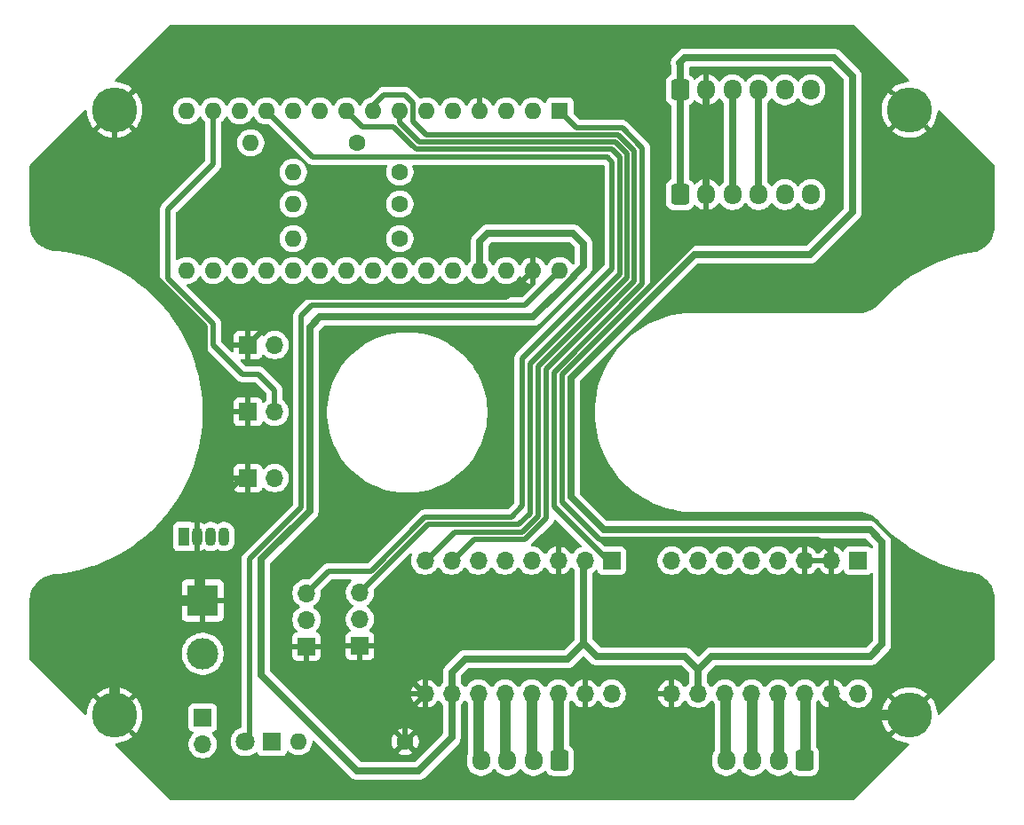
<source format=gbr>
%TF.GenerationSoftware,KiCad,Pcbnew,9.0.0*%
%TF.CreationDate,2025-03-23T18:07:52+01:00*%
%TF.ProjectId,Board_PAMI,426f6172-645f-4504-914d-492e6b696361,V2*%
%TF.SameCoordinates,Original*%
%TF.FileFunction,Copper,L2,Bot*%
%TF.FilePolarity,Positive*%
%FSLAX46Y46*%
G04 Gerber Fmt 4.6, Leading zero omitted, Abs format (unit mm)*
G04 Created by KiCad (PCBNEW 9.0.0) date 2025-03-23 18:07:52*
%MOMM*%
%LPD*%
G01*
G04 APERTURE LIST*
G04 Aperture macros list*
%AMRoundRect*
0 Rectangle with rounded corners*
0 $1 Rounding radius*
0 $2 $3 $4 $5 $6 $7 $8 $9 X,Y pos of 4 corners*
0 Add a 4 corners polygon primitive as box body*
4,1,4,$2,$3,$4,$5,$6,$7,$8,$9,$2,$3,0*
0 Add four circle primitives for the rounded corners*
1,1,$1+$1,$2,$3*
1,1,$1+$1,$4,$5*
1,1,$1+$1,$6,$7*
1,1,$1+$1,$8,$9*
0 Add four rect primitives between the rounded corners*
20,1,$1+$1,$2,$3,$4,$5,0*
20,1,$1+$1,$4,$5,$6,$7,0*
20,1,$1+$1,$6,$7,$8,$9,0*
20,1,$1+$1,$8,$9,$2,$3,0*%
G04 Aperture macros list end*
%TA.AperFunction,ComponentPad*%
%ADD10RoundRect,0.250000X-0.600000X-0.725000X0.600000X-0.725000X0.600000X0.725000X-0.600000X0.725000X0*%
%TD*%
%TA.AperFunction,ComponentPad*%
%ADD11O,1.700000X1.950000*%
%TD*%
%TA.AperFunction,ComponentPad*%
%ADD12R,1.700000X1.700000*%
%TD*%
%TA.AperFunction,ComponentPad*%
%ADD13O,1.700000X1.700000*%
%TD*%
%TA.AperFunction,ComponentPad*%
%ADD14R,3.000000X3.000000*%
%TD*%
%TA.AperFunction,ComponentPad*%
%ADD15C,3.000000*%
%TD*%
%TA.AperFunction,ComponentPad*%
%ADD16O,1.070000X1.800000*%
%TD*%
%TA.AperFunction,ComponentPad*%
%ADD17R,1.070000X1.800000*%
%TD*%
%TA.AperFunction,ComponentPad*%
%ADD18RoundRect,0.250000X0.600000X0.725000X-0.600000X0.725000X-0.600000X-0.725000X0.600000X-0.725000X0*%
%TD*%
%TA.AperFunction,ComponentPad*%
%ADD19C,1.600000*%
%TD*%
%TA.AperFunction,ComponentPad*%
%ADD20O,1.600000X1.600000*%
%TD*%
%TA.AperFunction,ComponentPad*%
%ADD21R,1.800000X1.800000*%
%TD*%
%TA.AperFunction,ComponentPad*%
%ADD22C,1.800000*%
%TD*%
%TA.AperFunction,ComponentPad*%
%ADD23C,4.300000*%
%TD*%
%TA.AperFunction,ComponentPad*%
%ADD24R,1.600000X1.600000*%
%TD*%
%TA.AperFunction,Conductor*%
%ADD25C,0.500000*%
%TD*%
%TA.AperFunction,Conductor*%
%ADD26C,0.700000*%
%TD*%
%TA.AperFunction,Conductor*%
%ADD27C,1.000000*%
%TD*%
G04 APERTURE END LIST*
D10*
%TO.P,U3,1,VCC*%
%TO.N,VCC*%
X172500000Y-62000000D03*
D11*
%TO.P,U3,2,GND*%
%TO.N,GND*%
X175000000Y-62000000D03*
%TO.P,U3,3,SCL*%
%TO.N,SCL*%
X177500000Y-62000000D03*
%TO.P,U3,4,SDA*%
%TO.N,SDA*%
X180000000Y-62000000D03*
%TO.P,U3,5,GPIO1*%
%TO.N,unconnected-(U3-GPIO1-Pad5)*%
X182500000Y-62000000D03*
%TO.P,U3,6,XSHUT*%
%TO.N,XSHUT_1*%
X185000000Y-62000000D03*
%TD*%
D12*
%TO.P,BAU,1,1*%
%TO.N,GND*%
X131318000Y-92738000D03*
D13*
%TO.P,BAU,2,2*%
%TO.N,SW_BAU*%
X133858000Y-92738000D03*
%TD*%
D14*
%TO.P,J4,1,Pin_1*%
%TO.N,GND*%
X127000000Y-110744000D03*
D15*
%TO.P,J4,2,Pin_2*%
%TO.N,/6V*%
X127000000Y-115824000D03*
%TD*%
D12*
%TO.P,PWR_ON,1,A*%
%TO.N,/6V*%
X127000000Y-121920000D03*
D13*
%TO.P,PWR_ON,2,B*%
%TO.N,VM*%
X127000000Y-124460000D03*
%TD*%
D12*
%TO.P,TM,1,A*%
%TO.N,GND*%
X131318000Y-86360000D03*
D13*
%TO.P,TM,2,B*%
%TO.N,SW_TM*%
X133858000Y-86360000D03*
%TD*%
D12*
%TO.P,U1,1,EN*%
%TO.N,EN_STP_1*%
X189484000Y-106934000D03*
D13*
%TO.P,U1,2,MS1*%
%TO.N,GND*%
X186944000Y-106934000D03*
%TO.P,U1,3,MS2*%
X184404000Y-106934000D03*
%TO.P,U1,4,UART_RX*%
%TO.N,UART_RX*%
X181864000Y-106934000D03*
%TO.P,U1,5,UART_TX*%
X179324000Y-106934000D03*
%TO.P,U1,6,CLK*%
%TO.N,unconnected-(U1-CLK-Pad6)*%
X176784000Y-106934000D03*
%TO.P,U1,7,STEP*%
%TO.N,STEP_1*%
X174244000Y-106934000D03*
%TO.P,U1,8,DIR*%
%TO.N,DIR_1*%
X171704000Y-106934000D03*
%TO.P,U1,9,VM*%
%TO.N,VM*%
X189484000Y-119634000D03*
%TO.P,U1,10,GND*%
%TO.N,GND*%
X186944000Y-119634000D03*
%TO.P,U1,11,A2*%
%TO.N,Net-(J1-Pin_1)*%
X184404000Y-119634000D03*
%TO.P,U1,12,A1*%
%TO.N,Net-(J1-Pin_2)*%
X181864000Y-119634000D03*
%TO.P,U1,13,B1*%
%TO.N,Net-(J1-Pin_3)*%
X179324000Y-119634000D03*
%TO.P,U1,14,B2*%
%TO.N,Net-(J1-Pin_4)*%
X176784000Y-119634000D03*
%TO.P,U1,15,VCC*%
%TO.N,VCC*%
X174244000Y-119634000D03*
%TO.P,U1,16,GND*%
%TO.N,GND*%
X171704000Y-119634000D03*
%TD*%
D16*
%TO.P,D1,1,BA*%
%TO.N,Net-(D1-BA)*%
X129032000Y-104648000D03*
%TO.P,D1,2,GA*%
%TO.N,Net-(D1-GA)*%
X127762000Y-104648000D03*
%TO.P,D1,3,K*%
%TO.N,GND*%
X126492000Y-104648000D03*
D17*
%TO.P,D1,4,RA*%
%TO.N,Net-(D1-RA)*%
X125222000Y-104648000D03*
%TD*%
D18*
%TO.P,Stepper2,1,Pin_1*%
%TO.N,Net-(J2-Pin_1)*%
X161036000Y-126000000D03*
D11*
%TO.P,Stepper2,2,Pin_2*%
%TO.N,Net-(J2-Pin_2)*%
X158536000Y-126000000D03*
%TO.P,Stepper2,3,Pin_3*%
%TO.N,Net-(J2-Pin_3)*%
X156036000Y-126000000D03*
%TO.P,Stepper2,4,Pin_4*%
%TO.N,Net-(J2-Pin_4)*%
X153536000Y-126000000D03*
%TD*%
D19*
%TO.P,R1,1*%
%TO.N,UART_RX*%
X141732000Y-67056000D03*
D20*
%TO.P,R1,2*%
%TO.N,Net-(A1-D8)*%
X131572000Y-67056000D03*
%TD*%
D21*
%TO.P,PWR,1,K*%
%TO.N,Net-(D2-K)*%
X133604000Y-124206000D03*
D22*
%TO.P,PWR,2,A*%
%TO.N,VM*%
X131064000Y-124206000D03*
%TD*%
D18*
%TO.P,Stepper1,1,Pin_1*%
%TO.N,Net-(J1-Pin_1)*%
X184404000Y-126000000D03*
D11*
%TO.P,Stepper1,2,Pin_2*%
%TO.N,Net-(J1-Pin_2)*%
X181904000Y-126000000D03*
%TO.P,Stepper1,3,Pin_3*%
%TO.N,Net-(J1-Pin_3)*%
X179404000Y-126000000D03*
%TO.P,Stepper1,4,Pin_4*%
%TO.N,Net-(J1-Pin_4)*%
X176904000Y-126000000D03*
%TD*%
D12*
%TO.P,U2,1,EN*%
%TO.N,EN_STP_2*%
X165990000Y-106934000D03*
D13*
%TO.P,U2,2,MS1*%
%TO.N,VCC*%
X163450000Y-106934000D03*
%TO.P,U2,3,MS2*%
%TO.N,GND*%
X160910000Y-106934000D03*
%TO.P,U2,4,UART_RX*%
%TO.N,UART_RX*%
X158370000Y-106934000D03*
%TO.P,U2,5,UART_TX*%
X155830000Y-106934000D03*
%TO.P,U2,6,CLK*%
%TO.N,unconnected-(U2-CLK-Pad6)*%
X153290000Y-106934000D03*
%TO.P,U2,7,STEP*%
%TO.N,STEP_2*%
X150750000Y-106934000D03*
%TO.P,U2,8,DIR*%
%TO.N,DIR_2*%
X148210000Y-106934000D03*
%TO.P,U2,9,VM*%
%TO.N,VM*%
X165990000Y-119634000D03*
%TO.P,U2,10,GND*%
%TO.N,GND*%
X163450000Y-119634000D03*
%TO.P,U2,11,A2*%
%TO.N,Net-(J2-Pin_1)*%
X160910000Y-119634000D03*
%TO.P,U2,12,A1*%
%TO.N,Net-(J2-Pin_2)*%
X158370000Y-119634000D03*
%TO.P,U2,13,B1*%
%TO.N,Net-(J2-Pin_3)*%
X155830000Y-119634000D03*
%TO.P,U2,14,B2*%
%TO.N,Net-(J2-Pin_4)*%
X153290000Y-119634000D03*
%TO.P,U2,15,VCC*%
%TO.N,VCC*%
X150750000Y-119634000D03*
%TO.P,U2,16,GND*%
%TO.N,GND*%
X148210000Y-119634000D03*
%TD*%
D12*
%TO.P,Servo1,1,Pin_1*%
%TO.N,GND*%
X141986000Y-115062000D03*
D13*
%TO.P,Servo1,2,Pin_2*%
%TO.N,VM*%
X141986000Y-112522000D03*
%TO.P,Servo1,3,Pin_3*%
%TO.N,PWM_SERVO_1*%
X141986000Y-109982000D03*
%TD*%
D23*
%TO.P,H1,1,1*%
%TO.N,GND*%
X118600000Y-63910000D03*
%TD*%
%TO.P,H3,1,1*%
%TO.N,GND*%
X194400000Y-121700000D03*
%TD*%
D12*
%TO.P,Servo2,1,Pin_1*%
%TO.N,GND*%
X136892000Y-115124000D03*
D13*
%TO.P,Servo2,2,Pin_2*%
%TO.N,VM*%
X136892000Y-112584000D03*
%TO.P,Servo2,3,Pin_3*%
%TO.N,PWM_SERVO_2*%
X136892000Y-110044000D03*
%TD*%
D12*
%TO.P,TR,1,A*%
%TO.N,GND*%
X131318000Y-99060000D03*
D13*
%TO.P,TR,2,B*%
%TO.N,SW_TR*%
X133858000Y-99060000D03*
%TD*%
D19*
%TO.P,R2,1*%
%TO.N,GND*%
X146304000Y-124206000D03*
D20*
%TO.P,R2,2*%
%TO.N,Net-(D2-K)*%
X136144000Y-124206000D03*
%TD*%
D23*
%TO.P,H2,1,1*%
%TO.N,GND*%
X118600000Y-121700000D03*
%TD*%
D10*
%TO.P,U4,1,VCC*%
%TO.N,VCC*%
X172500000Y-72000000D03*
D11*
%TO.P,U4,2,GND*%
%TO.N,GND*%
X175000000Y-72000000D03*
%TO.P,U4,3,SCL*%
%TO.N,SCL*%
X177500000Y-72000000D03*
%TO.P,U4,4,SDA*%
%TO.N,SDA*%
X180000000Y-72000000D03*
%TO.P,U4,5,GPIO1*%
%TO.N,unconnected-(U4-GPIO1-Pad5)*%
X182500000Y-72000000D03*
%TO.P,U4,6,XSHUT*%
%TO.N,XSHUT_2*%
X185000000Y-72000000D03*
%TD*%
D24*
%TO.P,A1,1,D1/TX*%
%TO.N,EN_STP_2*%
X161036000Y-64008000D03*
D20*
%TO.P,A1,2,D0/RX*%
%TO.N,EN_STP_1*%
X158496000Y-64008000D03*
%TO.P,A1,3,~{RESET}*%
%TO.N,unconnected-(A1-~{RESET}-Pad3)*%
X155956000Y-64008000D03*
%TO.P,A1,4,GND*%
%TO.N,GND*%
X153416000Y-64008000D03*
%TO.P,A1,5,D2*%
%TO.N,DIR_1*%
X150876000Y-64008000D03*
%TO.P,A1,6,D3*%
%TO.N,STEP_1*%
X148336000Y-64008000D03*
%TO.P,A1,7,D4*%
%TO.N,DIR_2*%
X145796000Y-64008000D03*
%TO.P,A1,8,D5*%
%TO.N,STEP_2*%
X143256000Y-64008000D03*
%TO.P,A1,9,D6*%
%TO.N,PWM_SERVO_1*%
X140716000Y-64008000D03*
%TO.P,A1,10,D7*%
%TO.N,UART_RX*%
X138176000Y-64008000D03*
%TO.P,A1,11,D8*%
%TO.N,Net-(A1-D8)*%
X135636000Y-64008000D03*
%TO.P,A1,12,D9*%
%TO.N,PWM_SERVO_2*%
X133096000Y-64008000D03*
%TO.P,A1,13,D10*%
%TO.N,SW_TR*%
X130556000Y-64008000D03*
%TO.P,A1,14,D11*%
%TO.N,SW_BAU*%
X128016000Y-64008000D03*
%TO.P,A1,15,D12*%
%TO.N,XSHUT_1*%
X125476000Y-64008000D03*
%TO.P,A1,16,D13*%
%TO.N,XSHUT_2*%
X125476000Y-79248000D03*
%TO.P,A1,17,3V3*%
%TO.N,unconnected-(A1-3V3-Pad17)*%
X128016000Y-79248000D03*
%TO.P,A1,18,AREF*%
%TO.N,unconnected-(A1-AREF-Pad18)*%
X130556000Y-79248000D03*
%TO.P,A1,19,A0*%
%TO.N,SW_TM*%
X133096000Y-79248000D03*
%TO.P,A1,20,A1*%
%TO.N,LED_R*%
X135636000Y-79248000D03*
%TO.P,A1,21,A2*%
%TO.N,LED_G*%
X138176000Y-79248000D03*
%TO.P,A1,22,A3*%
%TO.N,LED_B*%
X140716000Y-79248000D03*
%TO.P,A1,23,A4*%
%TO.N,SDA*%
X143256000Y-79248000D03*
%TO.P,A1,24,A5*%
%TO.N,SCL*%
X145796000Y-79248000D03*
%TO.P,A1,25,A6*%
%TO.N,unconnected-(A1-A6-Pad25)*%
X148336000Y-79248000D03*
%TO.P,A1,26,A7*%
%TO.N,unconnected-(A1-A7-Pad26)*%
X150876000Y-79248000D03*
%TO.P,A1,27,+5V*%
%TO.N,VCC*%
X153416000Y-79248000D03*
%TO.P,A1,28,~{RESET}*%
%TO.N,unconnected-(A1-~{RESET}-Pad28)*%
X155956000Y-79248000D03*
%TO.P,A1,29,GND*%
%TO.N,GND*%
X158496000Y-79248000D03*
%TO.P,A1,30,VIN*%
%TO.N,VM*%
X161036000Y-79248000D03*
%TD*%
D23*
%TO.P,H4,1,1*%
%TO.N,GND*%
X194400000Y-63900000D03*
%TD*%
D19*
%TO.P,R4,1*%
%TO.N,Net-(D1-GA)*%
X145796000Y-72898000D03*
D20*
%TO.P,R4,2*%
%TO.N,LED_G*%
X135636000Y-72898000D03*
%TD*%
D19*
%TO.P,R3,1*%
%TO.N,Net-(D1-RA)*%
X145796000Y-76200000D03*
D20*
%TO.P,R3,2*%
%TO.N,LED_R*%
X135636000Y-76200000D03*
%TD*%
D19*
%TO.P,R5,1*%
%TO.N,Net-(D1-BA)*%
X145796000Y-69850000D03*
D20*
%TO.P,R5,2*%
%TO.N,LED_B*%
X135636000Y-69850000D03*
%TD*%
D25*
%TO.N,EN_STP_2*%
X162621000Y-65593000D02*
X161036000Y-64008000D01*
X167005000Y-65659000D02*
X166980364Y-65659000D01*
X165546000Y-106872000D02*
X160467000Y-101793000D01*
X166914364Y-65593000D02*
X166333636Y-65593000D01*
X165862000Y-106872000D02*
X165546000Y-106872000D01*
X168910000Y-80518000D02*
X168910000Y-67564000D01*
X166980364Y-65659000D02*
X166914364Y-65593000D01*
X160467000Y-88961000D02*
X168910000Y-80518000D01*
X168910000Y-67564000D02*
X167005000Y-65659000D01*
X160467000Y-101793000D02*
X160467000Y-88961000D01*
X166333636Y-65593000D02*
X162621000Y-65593000D01*
X165990000Y-107000000D02*
X165862000Y-106872000D01*
%TO.N,DIR_2*%
X159065000Y-88331000D02*
X158943000Y-88453000D01*
X145796000Y-64008000D02*
X145796000Y-65139370D01*
X148045636Y-66995000D02*
X148626364Y-66995000D01*
X167447000Y-68108364D02*
X167447000Y-79949000D01*
X145796000Y-65139370D02*
X147651630Y-66995000D01*
X159475636Y-87920364D02*
X159065000Y-88331000D01*
X167447000Y-79949000D02*
X159475636Y-87920364D01*
X157442456Y-104201000D02*
X153138364Y-104201000D01*
X148626364Y-66995000D02*
X166333636Y-66995000D01*
X158943000Y-102700456D02*
X157442456Y-104201000D01*
X151009000Y-104201000D02*
X148210000Y-107000000D01*
X158943000Y-88453000D02*
X158943000Y-102700456D01*
X153138364Y-104201000D02*
X152557636Y-104201000D01*
X147651630Y-66995000D02*
X148045636Y-66995000D01*
X152557636Y-104201000D02*
X151009000Y-104201000D01*
X166333636Y-66995000D02*
X167447000Y-68108364D01*
%TO.N,STEP_2*%
X146304000Y-62484000D02*
X144272000Y-62484000D01*
X147066000Y-63246000D02*
X146304000Y-62484000D01*
X144272000Y-62484000D02*
X143256000Y-63500000D01*
X147066000Y-65024000D02*
X147066000Y-63246000D01*
X148336000Y-66294000D02*
X147066000Y-65024000D01*
X152848000Y-104902000D02*
X157734000Y-104902000D01*
X157734000Y-104902000D02*
X159766000Y-102870000D01*
X143256000Y-63500000D02*
X143256000Y-64008000D01*
X150750000Y-107000000D02*
X152848000Y-104902000D01*
X159766000Y-102870000D02*
X159766000Y-88621364D01*
X166624000Y-66294000D02*
X148336000Y-66294000D01*
X168148000Y-67818000D02*
X166624000Y-66294000D01*
X168148000Y-80239364D02*
X168148000Y-67818000D01*
X159766000Y-88621364D02*
X168148000Y-80239364D01*
D26*
%TO.N,VCC*%
X163322000Y-114808000D02*
X161798000Y-116332000D01*
X175514000Y-116078000D02*
X190627000Y-116078000D01*
X132588000Y-117856000D02*
X132588000Y-106796786D01*
X163322000Y-107128000D02*
X163322000Y-114808000D01*
X163322000Y-78867000D02*
X163322000Y-76708000D01*
X164592000Y-116078000D02*
X172974000Y-116078000D01*
X172974000Y-116078000D02*
X174244000Y-117348000D01*
X137199000Y-84670000D02*
X138176000Y-83693000D01*
X191770000Y-114935000D02*
X191770000Y-105156000D01*
X172974000Y-58928000D02*
X172466000Y-59436000D01*
X172466000Y-59436000D02*
X172500000Y-59470000D01*
X162306000Y-75692000D02*
X154178000Y-75692000D01*
X161798000Y-116332000D02*
X152019000Y-116332000D01*
X161595603Y-80599000D02*
X162387000Y-79807603D01*
X190627000Y-116078000D02*
X191770000Y-114935000D01*
X172500000Y-62000000D02*
X172500000Y-72000000D01*
X161590000Y-80599000D02*
X161595603Y-80599000D01*
X187198000Y-58928000D02*
X172974000Y-58928000D01*
X163322000Y-114808000D02*
X164592000Y-116078000D01*
X158496000Y-83693000D02*
X161590000Y-80599000D01*
X173852786Y-77724000D02*
X184912000Y-77724000D01*
X172500000Y-59470000D02*
X172500000Y-62000000D01*
X152019000Y-116332000D02*
X150750000Y-117601000D01*
X162091000Y-100877000D02*
X162091000Y-89485786D01*
X153416000Y-76454000D02*
X153416000Y-79248000D01*
X132588000Y-106796786D02*
X137199000Y-102185786D01*
X184912000Y-77724000D02*
X188976000Y-73660000D01*
X154178000Y-75692000D02*
X153416000Y-76454000D01*
X174244000Y-117348000D02*
X174244000Y-119634000D01*
X188976000Y-73660000D02*
X188976000Y-60706000D01*
X174244000Y-117348000D02*
X175514000Y-116078000D01*
X137199000Y-102185786D02*
X137199000Y-84670000D01*
X147574000Y-127000000D02*
X141732000Y-127000000D01*
X162387000Y-79802000D02*
X163322000Y-78867000D01*
X165227000Y-104013000D02*
X162091000Y-100877000D01*
X188976000Y-60706000D02*
X187198000Y-58928000D01*
X162091000Y-89485786D02*
X173852786Y-77724000D01*
X163322000Y-76708000D02*
X162306000Y-75692000D01*
X141732000Y-127000000D02*
X132588000Y-117856000D01*
X150750000Y-123824000D02*
X147574000Y-127000000D01*
X191770000Y-105156000D02*
X190627000Y-104013000D01*
X150750000Y-117601000D02*
X150750000Y-123824000D01*
X138176000Y-83693000D02*
X158496000Y-83693000D01*
X162387000Y-79807603D02*
X162387000Y-79802000D01*
X190627000Y-104013000D02*
X165227000Y-104013000D01*
X163450000Y-107000000D02*
X163322000Y-107128000D01*
D25*
%TO.N,PWM_SERVO_2*%
X157480000Y-101727000D02*
X156408000Y-102799000D01*
X156408000Y-102799000D02*
X148177636Y-102799000D01*
X133096000Y-64008000D02*
X137485000Y-68397000D01*
X138986000Y-107950000D02*
X136892000Y-110044000D01*
X148177636Y-102799000D02*
X143026636Y-107950000D01*
X166045000Y-68890000D02*
X166045000Y-79065000D01*
X165552000Y-68397000D02*
X166045000Y-68890000D01*
X166045000Y-79065000D02*
X157480000Y-87630000D01*
X143026636Y-107950000D02*
X138986000Y-107950000D01*
X157480000Y-87630000D02*
X157480000Y-101727000D01*
X137485000Y-68397000D02*
X165552000Y-68397000D01*
%TO.N,PWM_SERVO_1*%
X166043272Y-67696000D02*
X148916728Y-67696000D01*
X158242000Y-88138000D02*
X166746000Y-79634000D01*
X148336000Y-67696000D02*
X147941994Y-67696000D01*
X141986000Y-109982000D02*
X148468000Y-103500000D01*
X152848000Y-103500000D02*
X153428728Y-103500000D01*
X150718636Y-103500000D02*
X151299364Y-103500000D01*
X145505636Y-65840370D02*
X145197266Y-65532000D01*
X152267272Y-103500000D02*
X152848000Y-103500000D01*
X147755272Y-67696000D02*
X147361266Y-67696000D01*
X157152092Y-103500000D02*
X158242000Y-102410092D01*
X148468000Y-103500000D02*
X150718636Y-103500000D01*
X158242000Y-102410092D02*
X158242000Y-88743364D01*
X158242000Y-88743364D02*
X158242000Y-88162636D01*
X153428728Y-103500000D02*
X157152092Y-103500000D01*
X147361266Y-67696000D02*
X146950630Y-67285364D01*
X151299364Y-103500000D02*
X152267272Y-103500000D01*
X146950630Y-67285364D02*
X145505636Y-65840370D01*
X142240000Y-65532000D02*
X140716000Y-64008000D01*
X158242000Y-88162636D02*
X158242000Y-88138000D01*
X166746000Y-68398728D02*
X166043272Y-67696000D01*
X145197266Y-65532000D02*
X142240000Y-65532000D01*
X166746000Y-79634000D02*
X166746000Y-68398728D01*
X147941994Y-67696000D02*
X147755272Y-67696000D01*
X148916728Y-67696000D02*
X148336000Y-67696000D01*
D26*
%TO.N,SDA*%
X180000000Y-62000000D02*
X180000000Y-72000000D01*
D25*
%TO.N,VM*%
X137414000Y-82550000D02*
X136398000Y-83566000D01*
X157734000Y-82550000D02*
X137414000Y-82550000D01*
X136398000Y-83566000D02*
X136398000Y-101854000D01*
X136398000Y-101854000D02*
X131445000Y-106807000D01*
X131445000Y-106807000D02*
X131445000Y-123825000D01*
X161036000Y-79248000D02*
X157734000Y-82550000D01*
X131445000Y-123825000D02*
X131064000Y-124206000D01*
%TO.N,GND*%
X126492000Y-110236000D02*
X127000000Y-110744000D01*
X184404000Y-106934000D02*
X186944000Y-106934000D01*
X131318000Y-92738000D02*
X131318000Y-91186000D01*
X146304000Y-124206000D02*
X146304000Y-121606000D01*
X186944000Y-106934000D02*
X186944000Y-105852000D01*
D27*
X119634000Y-110744000D02*
X127000000Y-110744000D01*
D25*
X186990000Y-106218000D02*
X185674000Y-104902000D01*
X146874000Y-118364000D02*
X142494000Y-118364000D01*
X127254000Y-87122000D02*
X127254000Y-84557364D01*
X160910000Y-113918000D02*
X159766000Y-115062000D01*
X127254000Y-84557364D02*
X118600000Y-75903364D01*
X146304000Y-121606000D02*
X148210000Y-119700000D01*
X159766000Y-115062000D02*
X141986000Y-115062000D01*
X130680000Y-99060000D02*
X131318000Y-99060000D01*
X153416000Y-64008000D02*
X153416000Y-62738000D01*
X118600000Y-75903364D02*
X118600000Y-63910000D01*
D27*
X118600000Y-111778000D02*
X119634000Y-110744000D01*
D25*
X126492000Y-103248000D02*
X130680000Y-99060000D01*
X161290000Y-89154000D02*
X175000000Y-75444000D01*
X131318000Y-86360000D02*
X135890000Y-81788000D01*
X155956000Y-81788000D02*
X158496000Y-79248000D01*
X175000000Y-75444000D02*
X175000000Y-72000000D01*
X142494000Y-118364000D02*
X141986000Y-117856000D01*
D27*
X186990000Y-120000000D02*
X188690000Y-121700000D01*
D25*
X148210000Y-119700000D02*
X146874000Y-118364000D01*
X185674000Y-104902000D02*
X164846000Y-104902000D01*
X152019000Y-61341000D02*
X121169000Y-61341000D01*
X160910000Y-107000000D02*
X160910000Y-113918000D01*
X153416000Y-62738000D02*
X152019000Y-61341000D01*
X126492000Y-104648000D02*
X126492000Y-103248000D01*
X126492000Y-104648000D02*
X126492000Y-110236000D01*
X131318000Y-91186000D02*
X127254000Y-87122000D01*
X161290000Y-101346000D02*
X161290000Y-89154000D01*
D27*
X188690000Y-121700000D02*
X194400000Y-121700000D01*
D25*
X131318000Y-99060000D02*
X131318000Y-92738000D01*
D27*
X118600000Y-121700000D02*
X118600000Y-111778000D01*
D25*
X135890000Y-81788000D02*
X155956000Y-81788000D01*
X121169000Y-61341000D02*
X118600000Y-63910000D01*
D26*
X175000000Y-62000000D02*
X175000000Y-72000000D01*
D25*
X164846000Y-104902000D02*
X161290000Y-101346000D01*
X141986000Y-117856000D02*
X141986000Y-115062000D01*
D26*
%TO.N,SCL*%
X177500000Y-62000000D02*
X177500000Y-72000000D01*
D25*
%TO.N,SW_BAU*%
X123698000Y-73406000D02*
X128016000Y-69088000D01*
X128016000Y-86360000D02*
X128016000Y-84328000D01*
X130810000Y-89154000D02*
X128016000Y-86360000D01*
X123698000Y-80010000D02*
X123698000Y-73406000D01*
X133858000Y-90678000D02*
X132334000Y-89154000D01*
X128016000Y-84328000D02*
X123698000Y-80010000D01*
X133858000Y-92738000D02*
X133858000Y-90678000D01*
X128016000Y-69088000D02*
X128016000Y-64008000D01*
X132334000Y-89154000D02*
X130810000Y-89154000D01*
D27*
%TO.N,Net-(J1-Pin_3)*%
X179370000Y-125966000D02*
X179404000Y-126000000D01*
X179370000Y-120000000D02*
X179370000Y-125966000D01*
%TO.N,Net-(J1-Pin_4)*%
X176830000Y-120000000D02*
X176830000Y-125926000D01*
X176830000Y-125926000D02*
X176904000Y-126000000D01*
%TO.N,Net-(J1-Pin_1)*%
X184450000Y-125954000D02*
X184404000Y-126000000D01*
X184450000Y-120000000D02*
X184450000Y-125954000D01*
%TO.N,Net-(J1-Pin_2)*%
X181910000Y-120000000D02*
X181910000Y-125994000D01*
X181910000Y-125994000D02*
X181904000Y-126000000D01*
%TO.N,Net-(J2-Pin_1)*%
X160910000Y-119700000D02*
X160910000Y-125874000D01*
X160910000Y-125874000D02*
X161036000Y-126000000D01*
%TO.N,Net-(J2-Pin_3)*%
X155830000Y-119700000D02*
X155830000Y-125794000D01*
X155830000Y-125794000D02*
X156036000Y-126000000D01*
%TO.N,Net-(J2-Pin_2)*%
X158370000Y-125834000D02*
X158536000Y-126000000D01*
X158370000Y-119700000D02*
X158370000Y-125834000D01*
%TO.N,Net-(J2-Pin_4)*%
X153290000Y-119700000D02*
X153290000Y-125754000D01*
X153290000Y-125754000D02*
X153536000Y-126000000D01*
%TD*%
%TA.AperFunction,Conductor*%
%TO.N,GND*%
G36*
X131897445Y-64551865D02*
G01*
X131936483Y-64596917D01*
X131969450Y-64661617D01*
X131983715Y-64689614D01*
X132104028Y-64855213D01*
X132248786Y-64999971D01*
X132353505Y-65076052D01*
X132414390Y-65120287D01*
X132503212Y-65165544D01*
X132596776Y-65213218D01*
X132596778Y-65213218D01*
X132596781Y-65213220D01*
X132701137Y-65247127D01*
X132791465Y-65276477D01*
X132875564Y-65289797D01*
X132993648Y-65308500D01*
X132993649Y-65308500D01*
X133198350Y-65308500D01*
X133198352Y-65308500D01*
X133254027Y-65299681D01*
X133323319Y-65308635D01*
X133361106Y-65334473D01*
X136902048Y-68875415D01*
X136902049Y-68875416D01*
X136960741Y-68934108D01*
X137006585Y-68979952D01*
X137129498Y-69062080D01*
X137129511Y-69062087D01*
X137266082Y-69118656D01*
X137266087Y-69118658D01*
X137266091Y-69118658D01*
X137266092Y-69118659D01*
X137411079Y-69147500D01*
X137411082Y-69147500D01*
X144492007Y-69147500D01*
X144559046Y-69167185D01*
X144604801Y-69219989D01*
X144614745Y-69289147D01*
X144602491Y-69327795D01*
X144590783Y-69350771D01*
X144527522Y-69545465D01*
X144495500Y-69747648D01*
X144495500Y-69952351D01*
X144527522Y-70154534D01*
X144590781Y-70349223D01*
X144654691Y-70474653D01*
X144680090Y-70524500D01*
X144683715Y-70531613D01*
X144804028Y-70697213D01*
X144948786Y-70841971D01*
X145103749Y-70954556D01*
X145114390Y-70962287D01*
X145179653Y-70995540D01*
X145296776Y-71055218D01*
X145296778Y-71055218D01*
X145296781Y-71055220D01*
X145401137Y-71089127D01*
X145491465Y-71118477D01*
X145592557Y-71134488D01*
X145693648Y-71150500D01*
X145693649Y-71150500D01*
X145898351Y-71150500D01*
X145898352Y-71150500D01*
X146100534Y-71118477D01*
X146295219Y-71055220D01*
X146477610Y-70962287D01*
X146570590Y-70894732D01*
X146643213Y-70841971D01*
X146643215Y-70841968D01*
X146643219Y-70841966D01*
X146787966Y-70697219D01*
X146787968Y-70697215D01*
X146787971Y-70697213D01*
X146865729Y-70590186D01*
X146908287Y-70531610D01*
X147001220Y-70349219D01*
X147064477Y-70154534D01*
X147096500Y-69952352D01*
X147096500Y-69747648D01*
X147064477Y-69545466D01*
X147001220Y-69350781D01*
X147001217Y-69350776D01*
X147001216Y-69350771D01*
X146989509Y-69327795D01*
X146976612Y-69259126D01*
X147002888Y-69194386D01*
X147059994Y-69154128D01*
X147099993Y-69147500D01*
X165170500Y-69147500D01*
X165237539Y-69167185D01*
X165283294Y-69219989D01*
X165294500Y-69271500D01*
X165294500Y-78702770D01*
X165274815Y-78769809D01*
X165258181Y-78790451D01*
X156897047Y-87151584D01*
X156897045Y-87151586D01*
X156874541Y-87185267D01*
X156865563Y-87198706D01*
X156840152Y-87236735D01*
X156814914Y-87274507D01*
X156758343Y-87411082D01*
X156758340Y-87411092D01*
X156729500Y-87556079D01*
X156729500Y-101364770D01*
X156709815Y-101431809D01*
X156693181Y-101452451D01*
X156133451Y-102012181D01*
X156072128Y-102045666D01*
X156045770Y-102048500D01*
X148103716Y-102048500D01*
X147958728Y-102077340D01*
X147958718Y-102077343D01*
X147822147Y-102133912D01*
X147822140Y-102133916D01*
X147807628Y-102143612D01*
X147800323Y-102148494D01*
X147800322Y-102148494D01*
X147699221Y-102216046D01*
X147699214Y-102216052D01*
X142752087Y-107163181D01*
X142690764Y-107196666D01*
X142664406Y-107199500D01*
X138912080Y-107199500D01*
X138767092Y-107228340D01*
X138767082Y-107228343D01*
X138630511Y-107284912D01*
X138630498Y-107284919D01*
X138507584Y-107367048D01*
X138507580Y-107367051D01*
X137200807Y-108673824D01*
X137139484Y-108707309D01*
X137093728Y-108708616D01*
X136998292Y-108693500D01*
X136998287Y-108693500D01*
X136785713Y-108693500D01*
X136741517Y-108700500D01*
X136575760Y-108726753D01*
X136373585Y-108792444D01*
X136184179Y-108888951D01*
X136012213Y-109013890D01*
X135861890Y-109164213D01*
X135736951Y-109336179D01*
X135640444Y-109525585D01*
X135574753Y-109727760D01*
X135550135Y-109883196D01*
X135541500Y-109937713D01*
X135541500Y-110150287D01*
X135574754Y-110360243D01*
X135632681Y-110538524D01*
X135640444Y-110562414D01*
X135736951Y-110751820D01*
X135861890Y-110923786D01*
X136012213Y-111074109D01*
X136184182Y-111199050D01*
X136192946Y-111203516D01*
X136243742Y-111251491D01*
X136260536Y-111319312D01*
X136237998Y-111385447D01*
X136192946Y-111424484D01*
X136184182Y-111428949D01*
X136012213Y-111553890D01*
X135861890Y-111704213D01*
X135736951Y-111876179D01*
X135640444Y-112065585D01*
X135574753Y-112267760D01*
X135541500Y-112477713D01*
X135541500Y-112690286D01*
X135574753Y-112900239D01*
X135640444Y-113102414D01*
X135736951Y-113291820D01*
X135861890Y-113463786D01*
X135975818Y-113577714D01*
X136009303Y-113639037D01*
X136004319Y-113708729D01*
X135962447Y-113764662D01*
X135931471Y-113781577D01*
X135799912Y-113830646D01*
X135799906Y-113830649D01*
X135684812Y-113916809D01*
X135684809Y-113916812D01*
X135598649Y-114031906D01*
X135598645Y-114031913D01*
X135548403Y-114166620D01*
X135548401Y-114166627D01*
X135542000Y-114226155D01*
X135542000Y-114874000D01*
X136458988Y-114874000D01*
X136426075Y-114931007D01*
X136392000Y-115058174D01*
X136392000Y-115189826D01*
X136426075Y-115316993D01*
X136458988Y-115374000D01*
X135542000Y-115374000D01*
X135542000Y-116021844D01*
X135548401Y-116081372D01*
X135548403Y-116081379D01*
X135598645Y-116216086D01*
X135598649Y-116216093D01*
X135684809Y-116331187D01*
X135684812Y-116331190D01*
X135799906Y-116417350D01*
X135799913Y-116417354D01*
X135934620Y-116467596D01*
X135934627Y-116467598D01*
X135994155Y-116473999D01*
X135994172Y-116474000D01*
X136642000Y-116474000D01*
X136642000Y-115557012D01*
X136699007Y-115589925D01*
X136826174Y-115624000D01*
X136957826Y-115624000D01*
X137084993Y-115589925D01*
X137142000Y-115557012D01*
X137142000Y-116474000D01*
X137789828Y-116474000D01*
X137789844Y-116473999D01*
X137849372Y-116467598D01*
X137849379Y-116467596D01*
X137984086Y-116417354D01*
X137984093Y-116417350D01*
X138099187Y-116331190D01*
X138099190Y-116331187D01*
X138185350Y-116216093D01*
X138185354Y-116216086D01*
X138235596Y-116081379D01*
X138235598Y-116081372D01*
X138241999Y-116021844D01*
X138242000Y-116021827D01*
X138242000Y-115374000D01*
X137325012Y-115374000D01*
X137357925Y-115316993D01*
X137392000Y-115189826D01*
X137392000Y-115058174D01*
X137357925Y-114931007D01*
X137325012Y-114874000D01*
X138242000Y-114874000D01*
X138242000Y-114226166D01*
X138241999Y-114226155D01*
X138235598Y-114166627D01*
X138235596Y-114166620D01*
X138185354Y-114031913D01*
X138185350Y-114031906D01*
X138099190Y-113916812D01*
X138099187Y-113916809D01*
X137984093Y-113830649D01*
X137984088Y-113830646D01*
X137852528Y-113781577D01*
X137796595Y-113739705D01*
X137772178Y-113674241D01*
X137787030Y-113605968D01*
X137808175Y-113577720D01*
X137922104Y-113463792D01*
X138047051Y-113291816D01*
X138143557Y-113102412D01*
X138209246Y-112900243D01*
X138242500Y-112690287D01*
X138242500Y-112477713D01*
X138209246Y-112267757D01*
X138143557Y-112065588D01*
X138047051Y-111876184D01*
X138047049Y-111876181D01*
X138047048Y-111876179D01*
X137922109Y-111704213D01*
X137771786Y-111553890D01*
X137599820Y-111428951D01*
X137599115Y-111428591D01*
X137591054Y-111424485D01*
X137540259Y-111376512D01*
X137523463Y-111308692D01*
X137545999Y-111242556D01*
X137591054Y-111203515D01*
X137599816Y-111199051D01*
X137679007Y-111141516D01*
X137771786Y-111074109D01*
X137771788Y-111074106D01*
X137771792Y-111074104D01*
X137922104Y-110923792D01*
X137922106Y-110923788D01*
X137922109Y-110923786D01*
X138047048Y-110751820D01*
X138047047Y-110751820D01*
X138047051Y-110751816D01*
X138143557Y-110562412D01*
X138209246Y-110360243D01*
X138242500Y-110150287D01*
X138242500Y-109937713D01*
X138227382Y-109842267D01*
X138236336Y-109772978D01*
X138262171Y-109735194D01*
X139260548Y-108736819D01*
X139321871Y-108703334D01*
X139348229Y-108700500D01*
X141070592Y-108700500D01*
X141137631Y-108720185D01*
X141183386Y-108772989D01*
X141193330Y-108842147D01*
X141164305Y-108905703D01*
X141143478Y-108924817D01*
X141132000Y-108933156D01*
X141106207Y-108951896D01*
X140955890Y-109102213D01*
X140830951Y-109274179D01*
X140734444Y-109463585D01*
X140668753Y-109665760D01*
X140635500Y-109875713D01*
X140635500Y-110088286D01*
X140661306Y-110251222D01*
X140668754Y-110298243D01*
X140691179Y-110367261D01*
X140734444Y-110500414D01*
X140830951Y-110689820D01*
X140955890Y-110861786D01*
X141106213Y-111012109D01*
X141278182Y-111137050D01*
X141286946Y-111141516D01*
X141337742Y-111189491D01*
X141354536Y-111257312D01*
X141331998Y-111323447D01*
X141286946Y-111362484D01*
X141278182Y-111366949D01*
X141106213Y-111491890D01*
X140955890Y-111642213D01*
X140830951Y-111814179D01*
X140734444Y-112003585D01*
X140668753Y-112205760D01*
X140635500Y-112415713D01*
X140635500Y-112628286D01*
X140668753Y-112838239D01*
X140734444Y-113040414D01*
X140830951Y-113229820D01*
X140955890Y-113401786D01*
X141069818Y-113515714D01*
X141103303Y-113577037D01*
X141098319Y-113646729D01*
X141056447Y-113702662D01*
X141025471Y-113719577D01*
X140893912Y-113768646D01*
X140893906Y-113768649D01*
X140778812Y-113854809D01*
X140778809Y-113854812D01*
X140692649Y-113969906D01*
X140692645Y-113969913D01*
X140642403Y-114104620D01*
X140642401Y-114104627D01*
X140636000Y-114164155D01*
X140636000Y-114812000D01*
X141552988Y-114812000D01*
X141520075Y-114869007D01*
X141486000Y-114996174D01*
X141486000Y-115127826D01*
X141520075Y-115254993D01*
X141552988Y-115312000D01*
X140636000Y-115312000D01*
X140636000Y-115959844D01*
X140642401Y-116019372D01*
X140642403Y-116019379D01*
X140692645Y-116154086D01*
X140692649Y-116154093D01*
X140778809Y-116269187D01*
X140778812Y-116269190D01*
X140893906Y-116355350D01*
X140893913Y-116355354D01*
X141028620Y-116405596D01*
X141028627Y-116405598D01*
X141088155Y-116411999D01*
X141088172Y-116412000D01*
X141736000Y-116412000D01*
X141736000Y-115495012D01*
X141793007Y-115527925D01*
X141920174Y-115562000D01*
X142051826Y-115562000D01*
X142178993Y-115527925D01*
X142236000Y-115495012D01*
X142236000Y-116412000D01*
X142883828Y-116412000D01*
X142883844Y-116411999D01*
X142943372Y-116405598D01*
X142943379Y-116405596D01*
X143078086Y-116355354D01*
X143078093Y-116355350D01*
X143193187Y-116269190D01*
X143193190Y-116269187D01*
X143279350Y-116154093D01*
X143279354Y-116154086D01*
X143329596Y-116019379D01*
X143329598Y-116019372D01*
X143335999Y-115959844D01*
X143336000Y-115959827D01*
X143336000Y-115312000D01*
X142419012Y-115312000D01*
X142451925Y-115254993D01*
X142486000Y-115127826D01*
X142486000Y-114996174D01*
X142451925Y-114869007D01*
X142419012Y-114812000D01*
X143336000Y-114812000D01*
X143336000Y-114164172D01*
X143335999Y-114164155D01*
X143329598Y-114104627D01*
X143329596Y-114104620D01*
X143279354Y-113969913D01*
X143279350Y-113969906D01*
X143193190Y-113854812D01*
X143193187Y-113854809D01*
X143078093Y-113768649D01*
X143078088Y-113768646D01*
X142946528Y-113719577D01*
X142890595Y-113677705D01*
X142866178Y-113612241D01*
X142881030Y-113543968D01*
X142902175Y-113515720D01*
X143016104Y-113401792D01*
X143141051Y-113229816D01*
X143237557Y-113040412D01*
X143303246Y-112838243D01*
X143336500Y-112628287D01*
X143336500Y-112415713D01*
X143303246Y-112205757D01*
X143237557Y-112003588D01*
X143141051Y-111814184D01*
X143141049Y-111814181D01*
X143141048Y-111814179D01*
X143016109Y-111642213D01*
X142865786Y-111491890D01*
X142693820Y-111366951D01*
X142693115Y-111366591D01*
X142685054Y-111362485D01*
X142634259Y-111314512D01*
X142617463Y-111246692D01*
X142639999Y-111180556D01*
X142685054Y-111141515D01*
X142693816Y-111137051D01*
X142780456Y-111074104D01*
X142865786Y-111012109D01*
X142865788Y-111012106D01*
X142865792Y-111012104D01*
X143016104Y-110861792D01*
X143016106Y-110861788D01*
X143016109Y-110861786D01*
X143141048Y-110689820D01*
X143141047Y-110689820D01*
X143141051Y-110689816D01*
X143237557Y-110500412D01*
X143303246Y-110298243D01*
X143336500Y-110088287D01*
X143336500Y-109875713D01*
X143321382Y-109780268D01*
X143330336Y-109710979D01*
X143356171Y-109673195D01*
X146762898Y-106266468D01*
X146824219Y-106232985D01*
X146893911Y-106237969D01*
X146949844Y-106279841D01*
X146974261Y-106345305D01*
X146961066Y-106410438D01*
X146958444Y-106415583D01*
X146892753Y-106617760D01*
X146859500Y-106827713D01*
X146859500Y-107040287D01*
X146867582Y-107091317D01*
X146892377Y-107247868D01*
X146892754Y-107250243D01*
X146952238Y-107433316D01*
X146958444Y-107452414D01*
X147054951Y-107641820D01*
X147179890Y-107813786D01*
X147330213Y-107964109D01*
X147502179Y-108089048D01*
X147502181Y-108089049D01*
X147502184Y-108089051D01*
X147691588Y-108185557D01*
X147893757Y-108251246D01*
X148103713Y-108284500D01*
X148103714Y-108284500D01*
X148316286Y-108284500D01*
X148316287Y-108284500D01*
X148526243Y-108251246D01*
X148728412Y-108185557D01*
X148917816Y-108089051D01*
X148947706Y-108067335D01*
X149089786Y-107964109D01*
X149089788Y-107964106D01*
X149089792Y-107964104D01*
X149240104Y-107813792D01*
X149240106Y-107813788D01*
X149240109Y-107813786D01*
X149365048Y-107641820D01*
X149365047Y-107641820D01*
X149365051Y-107641816D01*
X149369514Y-107633054D01*
X149417488Y-107582259D01*
X149485308Y-107565463D01*
X149551444Y-107587999D01*
X149590486Y-107633056D01*
X149594951Y-107641820D01*
X149719890Y-107813786D01*
X149870213Y-107964109D01*
X150042179Y-108089048D01*
X150042181Y-108089049D01*
X150042184Y-108089051D01*
X150231588Y-108185557D01*
X150433757Y-108251246D01*
X150643713Y-108284500D01*
X150643714Y-108284500D01*
X150856286Y-108284500D01*
X150856287Y-108284500D01*
X151066243Y-108251246D01*
X151268412Y-108185557D01*
X151457816Y-108089051D01*
X151487706Y-108067335D01*
X151629786Y-107964109D01*
X151629788Y-107964106D01*
X151629792Y-107964104D01*
X151780104Y-107813792D01*
X151780106Y-107813788D01*
X151780109Y-107813786D01*
X151905048Y-107641820D01*
X151905047Y-107641820D01*
X151905051Y-107641816D01*
X151909514Y-107633054D01*
X151957488Y-107582259D01*
X152025308Y-107565463D01*
X152091444Y-107587999D01*
X152130486Y-107633056D01*
X152134951Y-107641820D01*
X152259890Y-107813786D01*
X152410213Y-107964109D01*
X152582179Y-108089048D01*
X152582181Y-108089049D01*
X152582184Y-108089051D01*
X152771588Y-108185557D01*
X152973757Y-108251246D01*
X153183713Y-108284500D01*
X153183714Y-108284500D01*
X153396286Y-108284500D01*
X153396287Y-108284500D01*
X153606243Y-108251246D01*
X153808412Y-108185557D01*
X153997816Y-108089051D01*
X154027706Y-108067335D01*
X154169786Y-107964109D01*
X154169788Y-107964106D01*
X154169792Y-107964104D01*
X154320104Y-107813792D01*
X154320106Y-107813788D01*
X154320109Y-107813786D01*
X154445048Y-107641820D01*
X154445047Y-107641820D01*
X154445051Y-107641816D01*
X154449514Y-107633054D01*
X154497488Y-107582259D01*
X154565308Y-107565463D01*
X154631444Y-107587999D01*
X154670486Y-107633056D01*
X154674951Y-107641820D01*
X154799890Y-107813786D01*
X154950213Y-107964109D01*
X155122179Y-108089048D01*
X155122181Y-108089049D01*
X155122184Y-108089051D01*
X155311588Y-108185557D01*
X155513757Y-108251246D01*
X155723713Y-108284500D01*
X155723714Y-108284500D01*
X155936286Y-108284500D01*
X155936287Y-108284500D01*
X156146243Y-108251246D01*
X156348412Y-108185557D01*
X156537816Y-108089051D01*
X156567706Y-108067335D01*
X156709786Y-107964109D01*
X156709788Y-107964106D01*
X156709792Y-107964104D01*
X156860104Y-107813792D01*
X156860106Y-107813788D01*
X156860109Y-107813786D01*
X156985048Y-107641820D01*
X156985047Y-107641820D01*
X156985051Y-107641816D01*
X156989514Y-107633054D01*
X157037488Y-107582259D01*
X157105308Y-107565463D01*
X157171444Y-107587999D01*
X157210486Y-107633056D01*
X157214951Y-107641820D01*
X157339890Y-107813786D01*
X157490213Y-107964109D01*
X157662179Y-108089048D01*
X157662181Y-108089049D01*
X157662184Y-108089051D01*
X157851588Y-108185557D01*
X158053757Y-108251246D01*
X158263713Y-108284500D01*
X158263714Y-108284500D01*
X158476286Y-108284500D01*
X158476287Y-108284500D01*
X158686243Y-108251246D01*
X158888412Y-108185557D01*
X159077816Y-108089051D01*
X159107706Y-108067335D01*
X159249786Y-107964109D01*
X159249788Y-107964106D01*
X159249792Y-107964104D01*
X159400104Y-107813792D01*
X159400106Y-107813788D01*
X159400109Y-107813786D01*
X159525048Y-107641820D01*
X159525051Y-107641816D01*
X159529793Y-107632508D01*
X159577763Y-107581711D01*
X159645583Y-107564911D01*
X159711719Y-107587445D01*
X159750763Y-107632500D01*
X159755377Y-107641555D01*
X159880272Y-107813459D01*
X159880276Y-107813464D01*
X160030535Y-107963723D01*
X160030540Y-107963727D01*
X160202442Y-108088620D01*
X160391782Y-108185095D01*
X160593871Y-108250757D01*
X160660000Y-108261231D01*
X160660000Y-107367012D01*
X160717007Y-107399925D01*
X160844174Y-107434000D01*
X160975826Y-107434000D01*
X161102993Y-107399925D01*
X161160000Y-107367012D01*
X161160000Y-108261230D01*
X161226126Y-108250757D01*
X161226129Y-108250757D01*
X161428217Y-108185095D01*
X161617557Y-108088620D01*
X161789459Y-107963727D01*
X161789464Y-107963723D01*
X161939723Y-107813464D01*
X161939727Y-107813459D01*
X162064620Y-107641558D01*
X162069232Y-107632507D01*
X162117205Y-107581709D01*
X162185025Y-107564912D01*
X162251161Y-107587447D01*
X162290204Y-107632504D01*
X162294949Y-107641817D01*
X162419890Y-107813786D01*
X162435181Y-107829077D01*
X162468666Y-107890400D01*
X162471500Y-107916758D01*
X162471500Y-114404349D01*
X162451815Y-114471388D01*
X162435181Y-114492030D01*
X161482030Y-115445181D01*
X161420707Y-115478666D01*
X161394349Y-115481500D01*
X151935228Y-115481500D01*
X151770925Y-115514182D01*
X151770917Y-115514184D01*
X151735555Y-115528832D01*
X151735554Y-115528832D01*
X151616136Y-115578296D01*
X151616133Y-115578297D01*
X151476838Y-115671372D01*
X151476834Y-115671375D01*
X150089375Y-117058834D01*
X150089372Y-117058838D01*
X149996299Y-117198130D01*
X149996292Y-117198143D01*
X149950962Y-117307583D01*
X149932185Y-117352913D01*
X149932182Y-117352925D01*
X149899500Y-117517228D01*
X149899500Y-118523242D01*
X149879815Y-118590281D01*
X149863181Y-118610923D01*
X149719894Y-118754209D01*
X149719890Y-118754213D01*
X149594949Y-118926182D01*
X149590202Y-118935499D01*
X149542227Y-118986293D01*
X149474405Y-119003087D01*
X149408271Y-118980548D01*
X149369234Y-118935495D01*
X149364622Y-118926444D01*
X149239727Y-118754540D01*
X149239723Y-118754535D01*
X149089464Y-118604276D01*
X149089459Y-118604272D01*
X148917557Y-118479379D01*
X148728215Y-118382903D01*
X148526124Y-118317241D01*
X148460000Y-118306768D01*
X148460000Y-119200988D01*
X148402993Y-119168075D01*
X148275826Y-119134000D01*
X148144174Y-119134000D01*
X148017007Y-119168075D01*
X147960000Y-119200988D01*
X147960000Y-118306768D01*
X147959999Y-118306768D01*
X147893875Y-118317241D01*
X147691784Y-118382903D01*
X147502442Y-118479379D01*
X147330540Y-118604272D01*
X147330535Y-118604276D01*
X147180276Y-118754535D01*
X147180272Y-118754540D01*
X147055379Y-118926442D01*
X146958904Y-119115782D01*
X146893242Y-119317870D01*
X146893242Y-119317873D01*
X146882769Y-119384000D01*
X147776988Y-119384000D01*
X147744075Y-119441007D01*
X147710000Y-119568174D01*
X147710000Y-119699826D01*
X147744075Y-119826993D01*
X147776988Y-119884000D01*
X146882769Y-119884000D01*
X146893242Y-119950126D01*
X146893242Y-119950129D01*
X146958904Y-120152217D01*
X147055379Y-120341557D01*
X147180272Y-120513459D01*
X147180276Y-120513464D01*
X147330535Y-120663723D01*
X147330540Y-120663727D01*
X147502442Y-120788620D01*
X147691782Y-120885095D01*
X147893871Y-120950757D01*
X147960000Y-120961231D01*
X147960000Y-120067012D01*
X148017007Y-120099925D01*
X148144174Y-120134000D01*
X148275826Y-120134000D01*
X148402993Y-120099925D01*
X148460000Y-120067012D01*
X148460000Y-120961230D01*
X148526126Y-120950757D01*
X148526129Y-120950757D01*
X148728217Y-120885095D01*
X148917557Y-120788620D01*
X149089459Y-120663727D01*
X149089464Y-120663723D01*
X149239723Y-120513464D01*
X149239727Y-120513459D01*
X149364620Y-120341558D01*
X149369232Y-120332507D01*
X149417205Y-120281709D01*
X149485025Y-120264912D01*
X149551161Y-120287447D01*
X149590204Y-120332504D01*
X149594949Y-120341817D01*
X149719890Y-120513786D01*
X149863181Y-120657077D01*
X149896666Y-120718400D01*
X149899500Y-120744758D01*
X149899500Y-123420349D01*
X149879815Y-123487388D01*
X149863181Y-123508030D01*
X147258030Y-126113181D01*
X147196707Y-126146666D01*
X147170349Y-126149500D01*
X142135651Y-126149500D01*
X142068612Y-126129815D01*
X142047970Y-126113181D01*
X140038471Y-124103682D01*
X145004000Y-124103682D01*
X145004000Y-124308317D01*
X145036009Y-124510417D01*
X145099244Y-124705031D01*
X145192141Y-124887350D01*
X145192147Y-124887359D01*
X145224523Y-124931921D01*
X145224524Y-124931922D01*
X145904000Y-124252446D01*
X145904000Y-124258661D01*
X145931259Y-124360394D01*
X145983920Y-124451606D01*
X146058394Y-124526080D01*
X146149606Y-124578741D01*
X146251339Y-124606000D01*
X146257553Y-124606000D01*
X145578076Y-125285474D01*
X145622650Y-125317859D01*
X145804968Y-125410755D01*
X145999582Y-125473990D01*
X146201683Y-125506000D01*
X146406317Y-125506000D01*
X146608417Y-125473990D01*
X146803031Y-125410755D01*
X146985349Y-125317859D01*
X147029921Y-125285474D01*
X146350447Y-124606000D01*
X146356661Y-124606000D01*
X146458394Y-124578741D01*
X146549606Y-124526080D01*
X146624080Y-124451606D01*
X146676741Y-124360394D01*
X146704000Y-124258661D01*
X146704000Y-124252447D01*
X147383474Y-124931921D01*
X147415859Y-124887349D01*
X147508755Y-124705031D01*
X147571990Y-124510417D01*
X147604000Y-124308317D01*
X147604000Y-124103682D01*
X147571990Y-123901582D01*
X147508755Y-123706968D01*
X147415859Y-123524650D01*
X147383474Y-123480077D01*
X147383474Y-123480076D01*
X146704000Y-124159551D01*
X146704000Y-124153339D01*
X146676741Y-124051606D01*
X146624080Y-123960394D01*
X146549606Y-123885920D01*
X146458394Y-123833259D01*
X146356661Y-123806000D01*
X146350446Y-123806000D01*
X147029922Y-123126524D01*
X147029921Y-123126523D01*
X146985359Y-123094147D01*
X146985350Y-123094141D01*
X146803031Y-123001244D01*
X146608417Y-122938009D01*
X146406317Y-122906000D01*
X146201683Y-122906000D01*
X145999582Y-122938009D01*
X145804968Y-123001244D01*
X145622644Y-123094143D01*
X145578077Y-123126523D01*
X145578077Y-123126524D01*
X146257554Y-123806000D01*
X146251339Y-123806000D01*
X146149606Y-123833259D01*
X146058394Y-123885920D01*
X145983920Y-123960394D01*
X145931259Y-124051606D01*
X145904000Y-124153339D01*
X145904000Y-124159553D01*
X145224524Y-123480077D01*
X145224523Y-123480077D01*
X145192143Y-123524644D01*
X145099244Y-123706968D01*
X145036009Y-123901582D01*
X145004000Y-124103682D01*
X140038471Y-124103682D01*
X133474819Y-117540030D01*
X133441334Y-117478707D01*
X133438500Y-117452349D01*
X133438500Y-107200437D01*
X133458185Y-107133398D01*
X133474819Y-107112756D01*
X137859624Y-102727951D01*
X137859627Y-102727948D01*
X137952704Y-102588649D01*
X137984082Y-102512895D01*
X137998743Y-102477501D01*
X138016814Y-102433872D01*
X138016816Y-102433868D01*
X138049500Y-102269553D01*
X138049500Y-92521377D01*
X138849500Y-92521377D01*
X138849500Y-93067858D01*
X138888485Y-93612941D01*
X138966257Y-94153861D01*
X139082416Y-94687835D01*
X139082419Y-94687845D01*
X139178504Y-95015079D01*
X139236379Y-95212183D01*
X139236383Y-95212193D01*
X139427355Y-95724211D01*
X139427357Y-95724214D01*
X139654361Y-96221285D01*
X139654365Y-96221292D01*
X139916262Y-96700921D01*
X140211709Y-97160648D01*
X140539210Y-97598137D01*
X140685227Y-97766649D01*
X140897071Y-98011130D01*
X140897080Y-98011139D01*
X140897092Y-98011152D01*
X141283465Y-98397525D01*
X141283478Y-98397537D01*
X141283488Y-98397547D01*
X141313995Y-98423981D01*
X141696480Y-98755407D01*
X142133969Y-99082908D01*
X142263710Y-99166287D01*
X142593690Y-99378352D01*
X142926354Y-99560000D01*
X143073325Y-99640252D01*
X143073332Y-99640256D01*
X143570403Y-99867260D01*
X143570406Y-99867262D01*
X143570413Y-99867264D01*
X143570414Y-99867265D01*
X144082435Y-100058239D01*
X144606772Y-100212198D01*
X144606782Y-100212201D01*
X145140756Y-100328360D01*
X145140763Y-100328361D01*
X145681677Y-100406133D01*
X146226762Y-100445118D01*
X146773238Y-100445118D01*
X147318323Y-100406133D01*
X147859237Y-100328361D01*
X147859238Y-100328360D01*
X147859243Y-100328360D01*
X148393217Y-100212201D01*
X148393220Y-100212200D01*
X148393225Y-100212199D01*
X148917565Y-100058239D01*
X149429586Y-99867265D01*
X149655537Y-99764076D01*
X149926667Y-99640256D01*
X149926671Y-99640253D01*
X149926679Y-99640250D01*
X150406310Y-99378352D01*
X150866035Y-99082905D01*
X151303512Y-98755413D01*
X151716512Y-98397547D01*
X152102929Y-98011130D01*
X152460795Y-97598130D01*
X152788287Y-97160653D01*
X153083734Y-96700928D01*
X153345632Y-96221297D01*
X153345635Y-96221289D01*
X153345638Y-96221285D01*
X153469458Y-95950155D01*
X153572647Y-95724204D01*
X153763621Y-95212183D01*
X153917581Y-94687843D01*
X153917583Y-94687835D01*
X154033742Y-94153861D01*
X154033743Y-94153855D01*
X154111515Y-93612941D01*
X154150500Y-93067856D01*
X154150500Y-92521380D01*
X154111515Y-91976295D01*
X154033743Y-91435381D01*
X154033742Y-91435374D01*
X153917583Y-90901400D01*
X153917580Y-90901390D01*
X153763621Y-90377053D01*
X153572647Y-89865032D01*
X153572646Y-89865031D01*
X153572644Y-89865024D01*
X153572642Y-89865021D01*
X153345638Y-89367950D01*
X153345634Y-89367943D01*
X153274518Y-89237704D01*
X153083734Y-88888308D01*
X152827059Y-88488913D01*
X152788290Y-88428587D01*
X152460789Y-87991098D01*
X152217215Y-87709999D01*
X152102929Y-87578106D01*
X152102919Y-87578096D01*
X152102907Y-87578083D01*
X151716534Y-87191710D01*
X151716521Y-87191698D01*
X151716512Y-87191689D01*
X151512774Y-87015149D01*
X151303519Y-86833828D01*
X150866030Y-86506327D01*
X150468375Y-86250771D01*
X150406310Y-86210884D01*
X150406303Y-86210880D01*
X149926674Y-85948983D01*
X149926667Y-85948979D01*
X149429596Y-85721975D01*
X149429593Y-85721973D01*
X149074594Y-85589565D01*
X148917565Y-85530997D01*
X148917548Y-85530992D01*
X148393227Y-85377037D01*
X148393217Y-85377034D01*
X147859243Y-85260875D01*
X147318323Y-85183103D01*
X146773240Y-85144118D01*
X146773238Y-85144118D01*
X146226762Y-85144118D01*
X146226759Y-85144118D01*
X145681676Y-85183103D01*
X145140756Y-85260875D01*
X144606782Y-85377034D01*
X144606772Y-85377037D01*
X144082451Y-85530992D01*
X144082443Y-85530994D01*
X144082435Y-85530997D01*
X144082426Y-85531000D01*
X144082424Y-85531001D01*
X143570406Y-85721973D01*
X143570403Y-85721975D01*
X143073332Y-85948979D01*
X143073325Y-85948983D01*
X142593696Y-86210880D01*
X142133969Y-86506327D01*
X141696480Y-86833828D01*
X141283491Y-87191686D01*
X141283465Y-87191710D01*
X140897092Y-87578083D01*
X140897068Y-87578109D01*
X140539210Y-87991098D01*
X140211709Y-88428587D01*
X139916262Y-88888314D01*
X139654365Y-89367943D01*
X139654361Y-89367950D01*
X139427357Y-89865021D01*
X139427355Y-89865024D01*
X139236383Y-90377042D01*
X139236374Y-90377069D01*
X139082419Y-90901390D01*
X139082416Y-90901400D01*
X138966257Y-91435374D01*
X138888485Y-91976294D01*
X138849500Y-92521377D01*
X138049500Y-92521377D01*
X138049500Y-85073651D01*
X138069185Y-85006612D01*
X138085819Y-84985970D01*
X138491970Y-84579819D01*
X138553293Y-84546334D01*
X138579651Y-84543500D01*
X158579768Y-84543500D01*
X158579769Y-84543499D01*
X158634538Y-84532605D01*
X158744074Y-84510818D01*
X158744078Y-84510816D01*
X158744082Y-84510816D01*
X158789415Y-84492037D01*
X158898863Y-84446704D01*
X159038162Y-84353627D01*
X162112244Y-81279543D01*
X162131030Y-81264126D01*
X162137765Y-81259627D01*
X163047626Y-80349765D01*
X163052123Y-80343033D01*
X163067540Y-80324247D01*
X163982627Y-79409162D01*
X164075704Y-79269863D01*
X164125576Y-79149459D01*
X164139816Y-79115082D01*
X164172500Y-78950767D01*
X164172500Y-76624233D01*
X164139816Y-76459918D01*
X164095374Y-76352626D01*
X164075704Y-76305137D01*
X164075703Y-76305135D01*
X164075702Y-76305133D01*
X163982627Y-76165838D01*
X163982624Y-76165834D01*
X162848165Y-75031375D01*
X162848161Y-75031372D01*
X162708866Y-74938297D01*
X162708863Y-74938296D01*
X162599416Y-74892962D01*
X162599414Y-74892961D01*
X162554086Y-74874185D01*
X162554074Y-74874182D01*
X162389771Y-74841500D01*
X162389767Y-74841500D01*
X154094233Y-74841500D01*
X154094228Y-74841500D01*
X153929925Y-74874182D01*
X153929913Y-74874185D01*
X153884583Y-74892962D01*
X153775143Y-74938292D01*
X153775130Y-74938299D01*
X153635838Y-75031372D01*
X153635834Y-75031375D01*
X152755375Y-75911834D01*
X152755372Y-75911838D01*
X152662299Y-76051130D01*
X152662292Y-76051143D01*
X152616962Y-76160583D01*
X152598185Y-76205913D01*
X152598182Y-76205925D01*
X152565500Y-76370228D01*
X152565500Y-78207953D01*
X152545815Y-78274992D01*
X152529181Y-78295634D01*
X152424032Y-78400782D01*
X152424028Y-78400786D01*
X152303715Y-78566386D01*
X152256485Y-78659080D01*
X152208510Y-78709876D01*
X152140689Y-78726671D01*
X152074554Y-78704134D01*
X152035515Y-78659080D01*
X152032971Y-78654088D01*
X151988287Y-78566390D01*
X151956792Y-78523040D01*
X151867971Y-78400786D01*
X151723213Y-78256028D01*
X151557613Y-78135715D01*
X151557612Y-78135714D01*
X151557610Y-78135713D01*
X151469709Y-78090925D01*
X151375223Y-78042781D01*
X151180534Y-77979522D01*
X151005995Y-77951878D01*
X150978352Y-77947500D01*
X150773648Y-77947500D01*
X150749329Y-77951351D01*
X150571465Y-77979522D01*
X150376776Y-78042781D01*
X150194386Y-78135715D01*
X150028786Y-78256028D01*
X149884028Y-78400786D01*
X149763715Y-78566386D01*
X149716485Y-78659080D01*
X149668510Y-78709876D01*
X149600689Y-78726671D01*
X149534554Y-78704134D01*
X149495515Y-78659080D01*
X149492971Y-78654088D01*
X149448287Y-78566390D01*
X149416792Y-78523040D01*
X149327971Y-78400786D01*
X149183213Y-78256028D01*
X149017613Y-78135715D01*
X149017612Y-78135714D01*
X149017610Y-78135713D01*
X148929709Y-78090925D01*
X148835223Y-78042781D01*
X148640534Y-77979522D01*
X148465995Y-77951878D01*
X148438352Y-77947500D01*
X148233648Y-77947500D01*
X148209329Y-77951351D01*
X148031465Y-77979522D01*
X147836776Y-78042781D01*
X147654386Y-78135715D01*
X147488786Y-78256028D01*
X147344028Y-78400786D01*
X147223715Y-78566386D01*
X147176485Y-78659080D01*
X147128510Y-78709876D01*
X147060689Y-78726671D01*
X146994554Y-78704134D01*
X146955515Y-78659080D01*
X146952971Y-78654088D01*
X146908287Y-78566390D01*
X146876792Y-78523040D01*
X146787971Y-78400786D01*
X146643213Y-78256028D01*
X146477613Y-78135715D01*
X146477612Y-78135714D01*
X146477610Y-78135713D01*
X146389709Y-78090925D01*
X146295223Y-78042781D01*
X146100534Y-77979522D01*
X145925995Y-77951878D01*
X145898352Y-77947500D01*
X145693648Y-77947500D01*
X145669329Y-77951351D01*
X145491465Y-77979522D01*
X145296776Y-78042781D01*
X145114386Y-78135715D01*
X144948786Y-78256028D01*
X144804028Y-78400786D01*
X144683715Y-78566386D01*
X144636485Y-78659080D01*
X144588510Y-78709876D01*
X144520689Y-78726671D01*
X144454554Y-78704134D01*
X144415515Y-78659080D01*
X144412971Y-78654088D01*
X144368287Y-78566390D01*
X144336792Y-78523040D01*
X144247971Y-78400786D01*
X144103213Y-78256028D01*
X143937613Y-78135715D01*
X143937612Y-78135714D01*
X143937610Y-78135713D01*
X143849709Y-78090925D01*
X143755223Y-78042781D01*
X143560534Y-77979522D01*
X143385995Y-77951878D01*
X143358352Y-77947500D01*
X143153648Y-77947500D01*
X143129329Y-77951351D01*
X142951465Y-77979522D01*
X142756776Y-78042781D01*
X142574386Y-78135715D01*
X142408786Y-78256028D01*
X142264028Y-78400786D01*
X142143715Y-78566386D01*
X142096485Y-78659080D01*
X142048510Y-78709876D01*
X141980689Y-78726671D01*
X141914554Y-78704134D01*
X141875515Y-78659080D01*
X141872971Y-78654088D01*
X141828287Y-78566390D01*
X141796792Y-78523040D01*
X141707971Y-78400786D01*
X141563213Y-78256028D01*
X141397613Y-78135715D01*
X141397612Y-78135714D01*
X141397610Y-78135713D01*
X141309709Y-78090925D01*
X141215223Y-78042781D01*
X141020534Y-77979522D01*
X140845995Y-77951878D01*
X140818352Y-77947500D01*
X140613648Y-77947500D01*
X140589329Y-77951351D01*
X140411465Y-77979522D01*
X140216776Y-78042781D01*
X140034386Y-78135715D01*
X139868786Y-78256028D01*
X139724028Y-78400786D01*
X139603715Y-78566386D01*
X139556485Y-78659080D01*
X139508510Y-78709876D01*
X139440689Y-78726671D01*
X139374554Y-78704134D01*
X139335515Y-78659080D01*
X139332971Y-78654088D01*
X139288287Y-78566390D01*
X139256792Y-78523040D01*
X139167971Y-78400786D01*
X139023213Y-78256028D01*
X138857613Y-78135715D01*
X138857612Y-78135714D01*
X138857610Y-78135713D01*
X138769709Y-78090925D01*
X138675223Y-78042781D01*
X138480534Y-77979522D01*
X138305995Y-77951878D01*
X138278352Y-77947500D01*
X138073648Y-77947500D01*
X138049329Y-77951351D01*
X137871465Y-77979522D01*
X137676776Y-78042781D01*
X137494386Y-78135715D01*
X137328786Y-78256028D01*
X137184028Y-78400786D01*
X137063715Y-78566386D01*
X137016485Y-78659080D01*
X136968510Y-78709876D01*
X136900689Y-78726671D01*
X136834554Y-78704134D01*
X136795515Y-78659080D01*
X136792971Y-78654088D01*
X136748287Y-78566390D01*
X136716792Y-78523040D01*
X136627971Y-78400786D01*
X136483213Y-78256028D01*
X136317613Y-78135715D01*
X136317612Y-78135714D01*
X136317610Y-78135713D01*
X136229709Y-78090925D01*
X136135223Y-78042781D01*
X135940534Y-77979522D01*
X135765995Y-77951878D01*
X135738352Y-77947500D01*
X135533648Y-77947500D01*
X135509329Y-77951351D01*
X135331465Y-77979522D01*
X135136776Y-78042781D01*
X134954386Y-78135715D01*
X134788786Y-78256028D01*
X134644028Y-78400786D01*
X134523715Y-78566386D01*
X134476485Y-78659080D01*
X134428510Y-78709876D01*
X134360689Y-78726671D01*
X134294554Y-78704134D01*
X134255515Y-78659080D01*
X134252971Y-78654088D01*
X134208287Y-78566390D01*
X134176792Y-78523040D01*
X134087971Y-78400786D01*
X133943213Y-78256028D01*
X133777613Y-78135715D01*
X133777612Y-78135714D01*
X133777610Y-78135713D01*
X133689709Y-78090925D01*
X133595223Y-78042781D01*
X133400534Y-77979522D01*
X133225995Y-77951878D01*
X133198352Y-77947500D01*
X132993648Y-77947500D01*
X132969329Y-77951351D01*
X132791465Y-77979522D01*
X132596776Y-78042781D01*
X132414386Y-78135715D01*
X132248786Y-78256028D01*
X132104028Y-78400786D01*
X131983715Y-78566386D01*
X131936485Y-78659080D01*
X131888510Y-78709876D01*
X131820689Y-78726671D01*
X131754554Y-78704134D01*
X131715515Y-78659080D01*
X131712971Y-78654088D01*
X131668287Y-78566390D01*
X131636792Y-78523040D01*
X131547971Y-78400786D01*
X131403213Y-78256028D01*
X131237613Y-78135715D01*
X131237612Y-78135714D01*
X131237610Y-78135713D01*
X131149709Y-78090925D01*
X131055223Y-78042781D01*
X130860534Y-77979522D01*
X130685995Y-77951878D01*
X130658352Y-77947500D01*
X130453648Y-77947500D01*
X130429329Y-77951351D01*
X130251465Y-77979522D01*
X130056776Y-78042781D01*
X129874386Y-78135715D01*
X129708786Y-78256028D01*
X129564028Y-78400786D01*
X129443715Y-78566386D01*
X129396485Y-78659080D01*
X129348510Y-78709876D01*
X129280689Y-78726671D01*
X129214554Y-78704134D01*
X129175515Y-78659080D01*
X129172971Y-78654088D01*
X129128287Y-78566390D01*
X129096792Y-78523040D01*
X129007971Y-78400786D01*
X128863213Y-78256028D01*
X128697613Y-78135715D01*
X128697612Y-78135714D01*
X128697610Y-78135713D01*
X128609709Y-78090925D01*
X128515223Y-78042781D01*
X128320534Y-77979522D01*
X128145995Y-77951878D01*
X128118352Y-77947500D01*
X127913648Y-77947500D01*
X127889329Y-77951351D01*
X127711465Y-77979522D01*
X127516776Y-78042781D01*
X127334386Y-78135715D01*
X127168786Y-78256028D01*
X127024028Y-78400786D01*
X126903715Y-78566386D01*
X126856485Y-78659080D01*
X126808510Y-78709876D01*
X126740689Y-78726671D01*
X126674554Y-78704134D01*
X126635515Y-78659080D01*
X126632971Y-78654088D01*
X126588287Y-78566390D01*
X126556792Y-78523040D01*
X126467971Y-78400786D01*
X126323213Y-78256028D01*
X126157613Y-78135715D01*
X126157612Y-78135714D01*
X126157610Y-78135713D01*
X126069709Y-78090925D01*
X125975223Y-78042781D01*
X125780534Y-77979522D01*
X125605995Y-77951878D01*
X125578352Y-77947500D01*
X125373648Y-77947500D01*
X125349329Y-77951351D01*
X125171465Y-77979522D01*
X124976776Y-78042781D01*
X124794390Y-78135712D01*
X124645385Y-78243970D01*
X124579578Y-78267449D01*
X124511524Y-78251623D01*
X124462830Y-78201517D01*
X124448500Y-78143651D01*
X124448500Y-76097648D01*
X134335500Y-76097648D01*
X134335500Y-76302352D01*
X134335941Y-76305137D01*
X134367522Y-76504534D01*
X134430781Y-76699223D01*
X134466829Y-76769970D01*
X134515887Y-76866251D01*
X134523715Y-76881613D01*
X134644028Y-77047213D01*
X134788786Y-77191971D01*
X134943749Y-77304556D01*
X134954390Y-77312287D01*
X135027737Y-77349659D01*
X135136776Y-77405218D01*
X135136778Y-77405218D01*
X135136781Y-77405220D01*
X135241137Y-77439127D01*
X135331465Y-77468477D01*
X135365995Y-77473946D01*
X135533648Y-77500500D01*
X135533649Y-77500500D01*
X135738351Y-77500500D01*
X135738352Y-77500500D01*
X135940534Y-77468477D01*
X136135219Y-77405220D01*
X136317610Y-77312287D01*
X136443516Y-77220812D01*
X136483213Y-77191971D01*
X136483215Y-77191968D01*
X136483219Y-77191966D01*
X136627966Y-77047219D01*
X136627968Y-77047215D01*
X136627971Y-77047213D01*
X136707143Y-76938240D01*
X136748287Y-76881610D01*
X136841220Y-76699219D01*
X136904477Y-76504534D01*
X136936500Y-76302352D01*
X136936500Y-76097648D01*
X144495500Y-76097648D01*
X144495500Y-76302352D01*
X144495941Y-76305137D01*
X144527522Y-76504534D01*
X144590781Y-76699223D01*
X144626829Y-76769970D01*
X144675887Y-76866251D01*
X144683715Y-76881613D01*
X144804028Y-77047213D01*
X144948786Y-77191971D01*
X145103749Y-77304556D01*
X145114390Y-77312287D01*
X145187737Y-77349659D01*
X145296776Y-77405218D01*
X145296778Y-77405218D01*
X145296781Y-77405220D01*
X145401137Y-77439127D01*
X145491465Y-77468477D01*
X145525995Y-77473946D01*
X145693648Y-77500500D01*
X145693649Y-77500500D01*
X145898351Y-77500500D01*
X145898352Y-77500500D01*
X146100534Y-77468477D01*
X146295219Y-77405220D01*
X146477610Y-77312287D01*
X146603516Y-77220812D01*
X146643213Y-77191971D01*
X146643215Y-77191968D01*
X146643219Y-77191966D01*
X146787966Y-77047219D01*
X146787968Y-77047215D01*
X146787971Y-77047213D01*
X146867143Y-76938240D01*
X146908287Y-76881610D01*
X147001220Y-76699219D01*
X147064477Y-76504534D01*
X147096500Y-76302352D01*
X147096500Y-76097648D01*
X147076082Y-75968736D01*
X147064477Y-75895465D01*
X147006906Y-75718282D01*
X147001220Y-75700781D01*
X147001218Y-75700778D01*
X147001218Y-75700776D01*
X146959335Y-75618577D01*
X146908287Y-75518390D01*
X146900556Y-75507749D01*
X146787971Y-75352786D01*
X146643213Y-75208028D01*
X146477613Y-75087715D01*
X146477612Y-75087714D01*
X146477610Y-75087713D01*
X146403712Y-75050060D01*
X146295223Y-74994781D01*
X146100534Y-74931522D01*
X145925995Y-74903878D01*
X145898352Y-74899500D01*
X145693648Y-74899500D01*
X145669329Y-74903351D01*
X145491465Y-74931522D01*
X145296776Y-74994781D01*
X145114386Y-75087715D01*
X144948786Y-75208028D01*
X144804028Y-75352786D01*
X144683715Y-75518386D01*
X144590781Y-75700776D01*
X144527522Y-75895465D01*
X144502866Y-76051143D01*
X144495500Y-76097648D01*
X136936500Y-76097648D01*
X136916082Y-75968736D01*
X136904477Y-75895465D01*
X136846906Y-75718282D01*
X136841220Y-75700781D01*
X136841218Y-75700778D01*
X136841218Y-75700776D01*
X136799335Y-75618577D01*
X136748287Y-75518390D01*
X136740556Y-75507749D01*
X136627971Y-75352786D01*
X136483213Y-75208028D01*
X136317613Y-75087715D01*
X136317612Y-75087714D01*
X136317610Y-75087713D01*
X136243712Y-75050060D01*
X136135223Y-74994781D01*
X135940534Y-74931522D01*
X135765995Y-74903878D01*
X135738352Y-74899500D01*
X135533648Y-74899500D01*
X135509329Y-74903351D01*
X135331465Y-74931522D01*
X135136776Y-74994781D01*
X134954386Y-75087715D01*
X134788786Y-75208028D01*
X134644028Y-75352786D01*
X134523715Y-75518386D01*
X134430781Y-75700776D01*
X134367522Y-75895465D01*
X134342866Y-76051143D01*
X134335500Y-76097648D01*
X124448500Y-76097648D01*
X124448500Y-73768229D01*
X124468185Y-73701190D01*
X124484819Y-73680548D01*
X125369719Y-72795648D01*
X134335500Y-72795648D01*
X134335500Y-73000351D01*
X134367522Y-73202534D01*
X134430781Y-73397223D01*
X134470666Y-73475500D01*
X134521992Y-73576233D01*
X134523715Y-73579613D01*
X134644028Y-73745213D01*
X134788786Y-73889971D01*
X134943749Y-74002556D01*
X134954390Y-74010287D01*
X135057576Y-74062863D01*
X135136776Y-74103218D01*
X135136778Y-74103218D01*
X135136781Y-74103220D01*
X135241137Y-74137127D01*
X135331465Y-74166477D01*
X135432557Y-74182488D01*
X135533648Y-74198500D01*
X135533649Y-74198500D01*
X135738351Y-74198500D01*
X135738352Y-74198500D01*
X135940534Y-74166477D01*
X136135219Y-74103220D01*
X136317610Y-74010287D01*
X136410590Y-73942732D01*
X136483213Y-73889971D01*
X136483215Y-73889968D01*
X136483219Y-73889966D01*
X136627966Y-73745219D01*
X136627968Y-73745215D01*
X136627971Y-73745213D01*
X136680732Y-73672590D01*
X136748287Y-73579610D01*
X136841220Y-73397219D01*
X136904477Y-73202534D01*
X136936500Y-73000352D01*
X136936500Y-72795648D01*
X144495500Y-72795648D01*
X144495500Y-73000351D01*
X144527522Y-73202534D01*
X144590781Y-73397223D01*
X144630666Y-73475500D01*
X144681992Y-73576233D01*
X144683715Y-73579613D01*
X144804028Y-73745213D01*
X144948786Y-73889971D01*
X145103749Y-74002556D01*
X145114390Y-74010287D01*
X145217576Y-74062863D01*
X145296776Y-74103218D01*
X145296778Y-74103218D01*
X145296781Y-74103220D01*
X145401137Y-74137127D01*
X145491465Y-74166477D01*
X145592557Y-74182488D01*
X145693648Y-74198500D01*
X145693649Y-74198500D01*
X145898351Y-74198500D01*
X145898352Y-74198500D01*
X146100534Y-74166477D01*
X146295219Y-74103220D01*
X146477610Y-74010287D01*
X146570590Y-73942732D01*
X146643213Y-73889971D01*
X146643215Y-73889968D01*
X146643219Y-73889966D01*
X146787966Y-73745219D01*
X146787968Y-73745215D01*
X146787971Y-73745213D01*
X146840732Y-73672590D01*
X146908287Y-73579610D01*
X147001220Y-73397219D01*
X147064477Y-73202534D01*
X147096500Y-73000352D01*
X147096500Y-72795648D01*
X147064477Y-72593466D01*
X147001220Y-72398781D01*
X147001218Y-72398778D01*
X147001218Y-72398776D01*
X146967503Y-72332607D01*
X146908287Y-72216390D01*
X146884277Y-72183343D01*
X146787971Y-72050786D01*
X146643213Y-71906028D01*
X146477613Y-71785715D01*
X146477612Y-71785714D01*
X146477610Y-71785713D01*
X146420653Y-71756691D01*
X146295223Y-71692781D01*
X146100534Y-71629522D01*
X145925995Y-71601878D01*
X145898352Y-71597500D01*
X145693648Y-71597500D01*
X145669329Y-71601351D01*
X145491465Y-71629522D01*
X145296776Y-71692781D01*
X145114386Y-71785715D01*
X144948786Y-71906028D01*
X144804028Y-72050786D01*
X144683715Y-72216386D01*
X144590781Y-72398776D01*
X144527522Y-72593465D01*
X144495500Y-72795648D01*
X136936500Y-72795648D01*
X136904477Y-72593466D01*
X136841220Y-72398781D01*
X136841218Y-72398778D01*
X136841218Y-72398776D01*
X136807503Y-72332607D01*
X136748287Y-72216390D01*
X136724277Y-72183343D01*
X136627971Y-72050786D01*
X136483213Y-71906028D01*
X136317613Y-71785715D01*
X136317612Y-71785714D01*
X136317610Y-71785713D01*
X136260653Y-71756691D01*
X136135223Y-71692781D01*
X135940534Y-71629522D01*
X135765995Y-71601878D01*
X135738352Y-71597500D01*
X135533648Y-71597500D01*
X135509329Y-71601351D01*
X135331465Y-71629522D01*
X135136776Y-71692781D01*
X134954386Y-71785715D01*
X134788786Y-71906028D01*
X134644028Y-72050786D01*
X134523715Y-72216386D01*
X134430781Y-72398776D01*
X134367522Y-72593465D01*
X134335500Y-72795648D01*
X125369719Y-72795648D01*
X125462272Y-72703095D01*
X128417720Y-69747648D01*
X134335500Y-69747648D01*
X134335500Y-69952351D01*
X134367522Y-70154534D01*
X134430781Y-70349223D01*
X134494691Y-70474653D01*
X134520090Y-70524500D01*
X134523715Y-70531613D01*
X134644028Y-70697213D01*
X134788786Y-70841971D01*
X134943749Y-70954556D01*
X134954390Y-70962287D01*
X135019653Y-70995540D01*
X135136776Y-71055218D01*
X135136778Y-71055218D01*
X135136781Y-71055220D01*
X135241137Y-71089127D01*
X135331465Y-71118477D01*
X135432557Y-71134488D01*
X135533648Y-71150500D01*
X135533649Y-71150500D01*
X135738351Y-71150500D01*
X135738352Y-71150500D01*
X135940534Y-71118477D01*
X136135219Y-71055220D01*
X136317610Y-70962287D01*
X136410590Y-70894732D01*
X136483213Y-70841971D01*
X136483215Y-70841968D01*
X136483219Y-70841966D01*
X136627966Y-70697219D01*
X136627968Y-70697215D01*
X136627971Y-70697213D01*
X136705729Y-70590186D01*
X136748287Y-70531610D01*
X136841220Y-70349219D01*
X136904477Y-70154534D01*
X136936500Y-69952352D01*
X136936500Y-69747648D01*
X136904477Y-69545466D01*
X136841220Y-69350781D01*
X136841218Y-69350778D01*
X136841218Y-69350776D01*
X136794290Y-69258676D01*
X136748287Y-69168390D01*
X136712155Y-69118658D01*
X136627971Y-69002786D01*
X136483213Y-68858028D01*
X136317613Y-68737715D01*
X136317612Y-68737714D01*
X136317610Y-68737713D01*
X136229240Y-68692686D01*
X136135223Y-68644781D01*
X135940534Y-68581522D01*
X135765995Y-68553878D01*
X135738352Y-68549500D01*
X135533648Y-68549500D01*
X135509329Y-68553351D01*
X135331465Y-68581522D01*
X135136776Y-68644781D01*
X134954386Y-68737715D01*
X134788786Y-68858028D01*
X134644028Y-69002786D01*
X134523715Y-69168386D01*
X134430781Y-69350776D01*
X134367522Y-69545465D01*
X134335500Y-69747648D01*
X128417720Y-69747648D01*
X128510273Y-69655095D01*
X128598948Y-69566419D01*
X128598951Y-69566416D01*
X128681084Y-69443495D01*
X128737658Y-69306913D01*
X128757470Y-69207314D01*
X128766500Y-69161920D01*
X128766500Y-66953648D01*
X130271500Y-66953648D01*
X130271500Y-67158351D01*
X130303522Y-67360534D01*
X130366781Y-67555223D01*
X130459715Y-67737613D01*
X130580028Y-67903213D01*
X130724786Y-68047971D01*
X130879749Y-68160556D01*
X130890390Y-68168287D01*
X131006607Y-68227503D01*
X131072776Y-68261218D01*
X131072778Y-68261218D01*
X131072781Y-68261220D01*
X131177137Y-68295127D01*
X131267465Y-68324477D01*
X131368557Y-68340488D01*
X131469648Y-68356500D01*
X131469649Y-68356500D01*
X131674351Y-68356500D01*
X131674352Y-68356500D01*
X131876534Y-68324477D01*
X132071219Y-68261220D01*
X132253610Y-68168287D01*
X132346590Y-68100732D01*
X132419213Y-68047971D01*
X132419215Y-68047968D01*
X132419219Y-68047966D01*
X132563966Y-67903219D01*
X132563968Y-67903215D01*
X132563971Y-67903213D01*
X132616732Y-67830590D01*
X132684287Y-67737610D01*
X132777220Y-67555219D01*
X132840477Y-67360534D01*
X132872500Y-67158352D01*
X132872500Y-66953648D01*
X132840477Y-66751466D01*
X132777220Y-66556781D01*
X132777218Y-66556778D01*
X132777218Y-66556776D01*
X132743503Y-66490607D01*
X132684287Y-66374390D01*
X132668118Y-66352135D01*
X132563971Y-66208786D01*
X132419213Y-66064028D01*
X132253613Y-65943715D01*
X132253612Y-65943714D01*
X132253610Y-65943713D01*
X132196653Y-65914691D01*
X132071223Y-65850781D01*
X131876534Y-65787522D01*
X131701995Y-65759878D01*
X131674352Y-65755500D01*
X131469648Y-65755500D01*
X131445329Y-65759351D01*
X131267465Y-65787522D01*
X131072776Y-65850781D01*
X130890386Y-65943715D01*
X130724786Y-66064028D01*
X130580028Y-66208786D01*
X130459715Y-66374386D01*
X130366781Y-66556776D01*
X130303522Y-66751465D01*
X130271500Y-66953648D01*
X128766500Y-66953648D01*
X128766500Y-65133416D01*
X128786185Y-65066377D01*
X128817613Y-65033099D01*
X128863219Y-64999966D01*
X129007966Y-64855219D01*
X129007968Y-64855215D01*
X129007971Y-64855213D01*
X129128284Y-64689614D01*
X129128286Y-64689611D01*
X129128287Y-64689610D01*
X129175516Y-64596917D01*
X129223489Y-64546123D01*
X129291310Y-64529328D01*
X129357445Y-64551865D01*
X129396483Y-64596917D01*
X129429450Y-64661617D01*
X129443715Y-64689614D01*
X129564028Y-64855213D01*
X129708786Y-64999971D01*
X129813505Y-65076052D01*
X129874390Y-65120287D01*
X129963212Y-65165544D01*
X130056776Y-65213218D01*
X130056778Y-65213218D01*
X130056781Y-65213220D01*
X130161137Y-65247127D01*
X130251465Y-65276477D01*
X130335564Y-65289797D01*
X130453648Y-65308500D01*
X130453649Y-65308500D01*
X130658351Y-65308500D01*
X130658352Y-65308500D01*
X130860534Y-65276477D01*
X131055219Y-65213220D01*
X131237610Y-65120287D01*
X131378670Y-65017802D01*
X131403213Y-64999971D01*
X131403215Y-64999968D01*
X131403219Y-64999966D01*
X131547966Y-64855219D01*
X131547968Y-64855215D01*
X131547971Y-64855213D01*
X131668284Y-64689614D01*
X131668286Y-64689611D01*
X131668287Y-64689610D01*
X131715516Y-64596917D01*
X131763489Y-64546123D01*
X131831310Y-64529328D01*
X131897445Y-64551865D01*
G37*
%TD.AperFunction*%
%TA.AperFunction,Conductor*%
G36*
X164806767Y-104770479D02*
G01*
X164816073Y-104768800D01*
X164850266Y-104777526D01*
X164933584Y-104812037D01*
X164978918Y-104830816D01*
X165143228Y-104863499D01*
X165143232Y-104863500D01*
X165143233Y-104863500D01*
X190223349Y-104863500D01*
X190290388Y-104883185D01*
X190311030Y-104899819D01*
X190883181Y-105471969D01*
X190916666Y-105533292D01*
X190919500Y-105559650D01*
X190919500Y-105658404D01*
X190899815Y-105725443D01*
X190847011Y-105771198D01*
X190777853Y-105781142D01*
X190714297Y-105752117D01*
X190696236Y-105732718D01*
X190691547Y-105726455D01*
X190691544Y-105726452D01*
X190576335Y-105640206D01*
X190576328Y-105640202D01*
X190441482Y-105589908D01*
X190441483Y-105589908D01*
X190381883Y-105583501D01*
X190381881Y-105583500D01*
X190381873Y-105583500D01*
X190381864Y-105583500D01*
X188586129Y-105583500D01*
X188586123Y-105583501D01*
X188526516Y-105589908D01*
X188391671Y-105640202D01*
X188391664Y-105640206D01*
X188276455Y-105726452D01*
X188276452Y-105726455D01*
X188190206Y-105841664D01*
X188190202Y-105841671D01*
X188140997Y-105973598D01*
X188099126Y-106029532D01*
X188033661Y-106053949D01*
X187965388Y-106039097D01*
X187937134Y-106017946D01*
X187823464Y-105904276D01*
X187823459Y-105904272D01*
X187651557Y-105779379D01*
X187462215Y-105682903D01*
X187260124Y-105617241D01*
X187194000Y-105606768D01*
X187194000Y-106500988D01*
X187136993Y-106468075D01*
X187009826Y-106434000D01*
X186878174Y-106434000D01*
X186751007Y-106468075D01*
X186694000Y-106500988D01*
X186694000Y-105606768D01*
X186693999Y-105606768D01*
X186627875Y-105617241D01*
X186425784Y-105682903D01*
X186236442Y-105779379D01*
X186064540Y-105904272D01*
X186064535Y-105904276D01*
X185914276Y-106054535D01*
X185914272Y-106054540D01*
X185789377Y-106226444D01*
X185784484Y-106236048D01*
X185736509Y-106286844D01*
X185668688Y-106303638D01*
X185602553Y-106281100D01*
X185563516Y-106236048D01*
X185558622Y-106226444D01*
X185433727Y-106054540D01*
X185433723Y-106054535D01*
X185283464Y-105904276D01*
X185283459Y-105904272D01*
X185111557Y-105779379D01*
X184922215Y-105682903D01*
X184720124Y-105617241D01*
X184654000Y-105606768D01*
X184654000Y-106500988D01*
X184596993Y-106468075D01*
X184469826Y-106434000D01*
X184338174Y-106434000D01*
X184211007Y-106468075D01*
X184154000Y-106500988D01*
X184154000Y-105606768D01*
X184153999Y-105606768D01*
X184087875Y-105617241D01*
X183885784Y-105682903D01*
X183696442Y-105779379D01*
X183524540Y-105904272D01*
X183524535Y-105904276D01*
X183374276Y-106054535D01*
X183374272Y-106054540D01*
X183249378Y-106226443D01*
X183244762Y-106235502D01*
X183196784Y-106286295D01*
X183128963Y-106303087D01*
X183062829Y-106280546D01*
X183023794Y-106235493D01*
X183019051Y-106226184D01*
X183019049Y-106226181D01*
X183019048Y-106226179D01*
X182894109Y-106054213D01*
X182743786Y-105903890D01*
X182571820Y-105778951D01*
X182382414Y-105682444D01*
X182382413Y-105682443D01*
X182382412Y-105682443D01*
X182180243Y-105616754D01*
X182180241Y-105616753D01*
X182180240Y-105616753D01*
X182018957Y-105591208D01*
X181970287Y-105583500D01*
X181757713Y-105583500D01*
X181709042Y-105591208D01*
X181547760Y-105616753D01*
X181345585Y-105682444D01*
X181156179Y-105778951D01*
X180984213Y-105903890D01*
X180833890Y-106054213D01*
X180708949Y-106226182D01*
X180704484Y-106234946D01*
X180656509Y-106285742D01*
X180588688Y-106302536D01*
X180522553Y-106279998D01*
X180483516Y-106234946D01*
X180479050Y-106226182D01*
X180354109Y-106054213D01*
X180203786Y-105903890D01*
X180031820Y-105778951D01*
X179842414Y-105682444D01*
X179842413Y-105682443D01*
X179842412Y-105682443D01*
X179640243Y-105616754D01*
X179640241Y-105616753D01*
X179640240Y-105616753D01*
X179478957Y-105591208D01*
X179430287Y-105583500D01*
X179217713Y-105583500D01*
X179169042Y-105591208D01*
X179007760Y-105616753D01*
X178805585Y-105682444D01*
X178616179Y-105778951D01*
X178444213Y-105903890D01*
X178293890Y-106054213D01*
X178168949Y-106226182D01*
X178164484Y-106234946D01*
X178116509Y-106285742D01*
X178048688Y-106302536D01*
X177982553Y-106279998D01*
X177943516Y-106234946D01*
X177939050Y-106226182D01*
X177814109Y-106054213D01*
X177663786Y-105903890D01*
X177491820Y-105778951D01*
X177302414Y-105682444D01*
X177302413Y-105682443D01*
X177302412Y-105682443D01*
X177100243Y-105616754D01*
X177100241Y-105616753D01*
X177100240Y-105616753D01*
X176938957Y-105591208D01*
X176890287Y-105583500D01*
X176677713Y-105583500D01*
X176629042Y-105591208D01*
X176467760Y-105616753D01*
X176265585Y-105682444D01*
X176076179Y-105778951D01*
X175904213Y-105903890D01*
X175753890Y-106054213D01*
X175628949Y-106226182D01*
X175624484Y-106234946D01*
X175576509Y-106285742D01*
X175508688Y-106302536D01*
X175442553Y-106279998D01*
X175403516Y-106234946D01*
X175399050Y-106226182D01*
X175274109Y-106054213D01*
X175123786Y-105903890D01*
X174951820Y-105778951D01*
X174762414Y-105682444D01*
X174762413Y-105682443D01*
X174762412Y-105682443D01*
X174560243Y-105616754D01*
X174560241Y-105616753D01*
X174560240Y-105616753D01*
X174398957Y-105591208D01*
X174350287Y-105583500D01*
X174137713Y-105583500D01*
X174089042Y-105591208D01*
X173927760Y-105616753D01*
X173725585Y-105682444D01*
X173536179Y-105778951D01*
X173364213Y-105903890D01*
X173213890Y-106054213D01*
X173088949Y-106226182D01*
X173084484Y-106234946D01*
X173036509Y-106285742D01*
X172968688Y-106302536D01*
X172902553Y-106279998D01*
X172863516Y-106234946D01*
X172859050Y-106226182D01*
X172734109Y-106054213D01*
X172583786Y-105903890D01*
X172411820Y-105778951D01*
X172222414Y-105682444D01*
X172222413Y-105682443D01*
X172222412Y-105682443D01*
X172020243Y-105616754D01*
X172020241Y-105616753D01*
X172020240Y-105616753D01*
X171858957Y-105591208D01*
X171810287Y-105583500D01*
X171597713Y-105583500D01*
X171549042Y-105591208D01*
X171387760Y-105616753D01*
X171185585Y-105682444D01*
X170996179Y-105778951D01*
X170824213Y-105903890D01*
X170673890Y-106054213D01*
X170548951Y-106226179D01*
X170452444Y-106415585D01*
X170386753Y-106617760D01*
X170353500Y-106827713D01*
X170353500Y-107040287D01*
X170361582Y-107091317D01*
X170386377Y-107247868D01*
X170386754Y-107250243D01*
X170446238Y-107433316D01*
X170452444Y-107452414D01*
X170548951Y-107641820D01*
X170673890Y-107813786D01*
X170824213Y-107964109D01*
X170996179Y-108089048D01*
X170996181Y-108089049D01*
X170996184Y-108089051D01*
X171185588Y-108185557D01*
X171387757Y-108251246D01*
X171597713Y-108284500D01*
X171597714Y-108284500D01*
X171810286Y-108284500D01*
X171810287Y-108284500D01*
X172020243Y-108251246D01*
X172222412Y-108185557D01*
X172411816Y-108089051D01*
X172441706Y-108067335D01*
X172583786Y-107964109D01*
X172583788Y-107964106D01*
X172583792Y-107964104D01*
X172734104Y-107813792D01*
X172734106Y-107813788D01*
X172734109Y-107813786D01*
X172859048Y-107641820D01*
X172859047Y-107641820D01*
X172859051Y-107641816D01*
X172863514Y-107633054D01*
X172911488Y-107582259D01*
X172979308Y-107565463D01*
X173045444Y-107587999D01*
X173084486Y-107633056D01*
X173088951Y-107641820D01*
X173213890Y-107813786D01*
X173364213Y-107964109D01*
X173536179Y-108089048D01*
X173536181Y-108089049D01*
X173536184Y-108089051D01*
X173725588Y-108185557D01*
X173927757Y-108251246D01*
X174137713Y-108284500D01*
X174137714Y-108284500D01*
X174350286Y-108284500D01*
X174350287Y-108284500D01*
X174560243Y-108251246D01*
X174762412Y-108185557D01*
X174951816Y-108089051D01*
X174981706Y-108067335D01*
X175123786Y-107964109D01*
X175123788Y-107964106D01*
X175123792Y-107964104D01*
X175274104Y-107813792D01*
X175274106Y-107813788D01*
X175274109Y-107813786D01*
X175399048Y-107641820D01*
X175399047Y-107641820D01*
X175399051Y-107641816D01*
X175403514Y-107633054D01*
X175451488Y-107582259D01*
X175519308Y-107565463D01*
X175585444Y-107587999D01*
X175624486Y-107633056D01*
X175628951Y-107641820D01*
X175753890Y-107813786D01*
X175904213Y-107964109D01*
X176076179Y-108089048D01*
X176076181Y-108089049D01*
X176076184Y-108089051D01*
X176265588Y-108185557D01*
X176467757Y-108251246D01*
X176677713Y-108284500D01*
X176677714Y-108284500D01*
X176890286Y-108284500D01*
X176890287Y-108284500D01*
X177100243Y-108251246D01*
X177302412Y-108185557D01*
X177491816Y-108089051D01*
X177521706Y-108067335D01*
X177663786Y-107964109D01*
X177663788Y-107964106D01*
X177663792Y-107964104D01*
X177814104Y-107813792D01*
X177814106Y-107813788D01*
X177814109Y-107813786D01*
X177939048Y-107641820D01*
X177939047Y-107641820D01*
X177939051Y-107641816D01*
X177943514Y-107633054D01*
X177991488Y-107582259D01*
X178059308Y-107565463D01*
X178125444Y-107587999D01*
X178164486Y-107633056D01*
X178168951Y-107641820D01*
X178293890Y-107813786D01*
X178444213Y-107964109D01*
X178616179Y-108089048D01*
X178616181Y-108089049D01*
X178616184Y-108089051D01*
X178805588Y-108185557D01*
X179007757Y-108251246D01*
X179217713Y-108284500D01*
X179217714Y-108284500D01*
X179430286Y-108284500D01*
X179430287Y-108284500D01*
X179640243Y-108251246D01*
X179842412Y-108185557D01*
X180031816Y-108089051D01*
X180061706Y-108067335D01*
X180203786Y-107964109D01*
X180203788Y-107964106D01*
X180203792Y-107964104D01*
X180354104Y-107813792D01*
X180354106Y-107813788D01*
X180354109Y-107813786D01*
X180479048Y-107641820D01*
X180479047Y-107641820D01*
X180479051Y-107641816D01*
X180483514Y-107633054D01*
X180531488Y-107582259D01*
X180599308Y-107565463D01*
X180665444Y-107587999D01*
X180704486Y-107633056D01*
X180708951Y-107641820D01*
X180833890Y-107813786D01*
X180984213Y-107964109D01*
X181156179Y-108089048D01*
X181156181Y-108089049D01*
X181156184Y-108089051D01*
X181345588Y-108185557D01*
X181547757Y-108251246D01*
X181757713Y-108284500D01*
X181757714Y-108284500D01*
X181970286Y-108284500D01*
X181970287Y-108284500D01*
X182180243Y-108251246D01*
X182382412Y-108185557D01*
X182571816Y-108089051D01*
X182601706Y-108067335D01*
X182743786Y-107964109D01*
X182743788Y-107964106D01*
X182743792Y-107964104D01*
X182894104Y-107813792D01*
X182894106Y-107813788D01*
X182894109Y-107813786D01*
X183019048Y-107641820D01*
X183019051Y-107641816D01*
X183023793Y-107632508D01*
X183071763Y-107581711D01*
X183139583Y-107564911D01*
X183205719Y-107587445D01*
X183244763Y-107632500D01*
X183249377Y-107641555D01*
X183374272Y-107813459D01*
X183374276Y-107813464D01*
X183524535Y-107963723D01*
X183524540Y-107963727D01*
X183696442Y-108088620D01*
X183885782Y-108185095D01*
X184087871Y-108250757D01*
X184154000Y-108261231D01*
X184154000Y-107367012D01*
X184211007Y-107399925D01*
X184338174Y-107434000D01*
X184469826Y-107434000D01*
X184596993Y-107399925D01*
X184654000Y-107367012D01*
X184654000Y-108261230D01*
X184720126Y-108250757D01*
X184720129Y-108250757D01*
X184922217Y-108185095D01*
X185111557Y-108088620D01*
X185283459Y-107963727D01*
X185283464Y-107963723D01*
X185433723Y-107813464D01*
X185433727Y-107813459D01*
X185558620Y-107641558D01*
X185563514Y-107631954D01*
X185611488Y-107581157D01*
X185679308Y-107564361D01*
X185745444Y-107586897D01*
X185784486Y-107631954D01*
X185789379Y-107641558D01*
X185914272Y-107813459D01*
X185914276Y-107813464D01*
X186064535Y-107963723D01*
X186064540Y-107963727D01*
X186236442Y-108088620D01*
X186425782Y-108185095D01*
X186627871Y-108250757D01*
X186694000Y-108261231D01*
X186694000Y-107367012D01*
X186751007Y-107399925D01*
X186878174Y-107434000D01*
X187009826Y-107434000D01*
X187136993Y-107399925D01*
X187194000Y-107367012D01*
X187194000Y-108261230D01*
X187260126Y-108250757D01*
X187260129Y-108250757D01*
X187462217Y-108185095D01*
X187651557Y-108088620D01*
X187823458Y-107963728D01*
X187937133Y-107850053D01*
X187998456Y-107816568D01*
X188068148Y-107821552D01*
X188124082Y-107863423D01*
X188140997Y-107894401D01*
X188190202Y-108026328D01*
X188190206Y-108026335D01*
X188276452Y-108141544D01*
X188276455Y-108141547D01*
X188391664Y-108227793D01*
X188391671Y-108227797D01*
X188526517Y-108278091D01*
X188526516Y-108278091D01*
X188533444Y-108278835D01*
X188586127Y-108284500D01*
X190381872Y-108284499D01*
X190441483Y-108278091D01*
X190576331Y-108227796D01*
X190691546Y-108141546D01*
X190696234Y-108135282D01*
X190752167Y-108093413D01*
X190821859Y-108088429D01*
X190883182Y-108121914D01*
X190916666Y-108183237D01*
X190919500Y-108209595D01*
X190919500Y-114531349D01*
X190899815Y-114598388D01*
X190883181Y-114619030D01*
X190311030Y-115191181D01*
X190249707Y-115224666D01*
X190223349Y-115227500D01*
X175430228Y-115227500D01*
X175265925Y-115260181D01*
X175265916Y-115260184D01*
X175111143Y-115324292D01*
X175111137Y-115324295D01*
X175111137Y-115324296D01*
X174971840Y-115417373D01*
X174971831Y-115417379D01*
X174971830Y-115417380D01*
X174331680Y-116057529D01*
X174270357Y-116091014D01*
X174200665Y-116086030D01*
X174156318Y-116057529D01*
X173516165Y-115417375D01*
X173516161Y-115417372D01*
X173376866Y-115324297D01*
X173376863Y-115324296D01*
X173267416Y-115278962D01*
X173267414Y-115278961D01*
X173222086Y-115260185D01*
X173222074Y-115260182D01*
X173057771Y-115227500D01*
X173057767Y-115227500D01*
X164995650Y-115227500D01*
X164928611Y-115207815D01*
X164907969Y-115191181D01*
X164208819Y-114492030D01*
X164175334Y-114430707D01*
X164172500Y-114404349D01*
X164172500Y-108141563D01*
X164192185Y-108074524D01*
X164223611Y-108041247D01*
X164329792Y-107964104D01*
X164443329Y-107850566D01*
X164504648Y-107817084D01*
X164574340Y-107822068D01*
X164630274Y-107863939D01*
X164647189Y-107894917D01*
X164696202Y-108026328D01*
X164696206Y-108026335D01*
X164782452Y-108141544D01*
X164782455Y-108141547D01*
X164897664Y-108227793D01*
X164897671Y-108227797D01*
X165032517Y-108278091D01*
X165032516Y-108278091D01*
X165039444Y-108278835D01*
X165092127Y-108284500D01*
X166887872Y-108284499D01*
X166947483Y-108278091D01*
X167082331Y-108227796D01*
X167197546Y-108141546D01*
X167283796Y-108026331D01*
X167334091Y-107891483D01*
X167340500Y-107831873D01*
X167340499Y-106036128D01*
X167334091Y-105976517D01*
X167333002Y-105973598D01*
X167283797Y-105841671D01*
X167283793Y-105841664D01*
X167197547Y-105726455D01*
X167197544Y-105726452D01*
X167082335Y-105640206D01*
X167082328Y-105640202D01*
X166947482Y-105589908D01*
X166947483Y-105589908D01*
X166887883Y-105583501D01*
X166887881Y-105583500D01*
X166887873Y-105583500D01*
X166887865Y-105583500D01*
X165370230Y-105583500D01*
X165303191Y-105563815D01*
X165282549Y-105547181D01*
X164715139Y-104979771D01*
X164709738Y-104969881D01*
X164700965Y-104962811D01*
X164693294Y-104939765D01*
X164681654Y-104918448D01*
X164682457Y-104907209D01*
X164678899Y-104896518D01*
X164684905Y-104872983D01*
X164686638Y-104848756D01*
X164693390Y-104839735D01*
X164696177Y-104828818D01*
X164713954Y-104812266D01*
X164728510Y-104792823D01*
X164739066Y-104788885D01*
X164747314Y-104781207D01*
X164771217Y-104776893D01*
X164793974Y-104768406D01*
X164806767Y-104770479D01*
G37*
%TD.AperFunction*%
%TA.AperFunction,Conductor*%
G36*
X186478075Y-106741007D02*
G01*
X186444000Y-106868174D01*
X186444000Y-106999826D01*
X186478075Y-107126993D01*
X186510988Y-107184000D01*
X184837012Y-107184000D01*
X184869925Y-107126993D01*
X184904000Y-106999826D01*
X184904000Y-106868174D01*
X184869925Y-106741007D01*
X184837012Y-106684000D01*
X186510988Y-106684000D01*
X186478075Y-106741007D01*
G37*
%TD.AperFunction*%
%TA.AperFunction,Conductor*%
G36*
X160627127Y-103042278D02*
G01*
X160657120Y-103049934D01*
X160661963Y-103053696D01*
X160664100Y-103054397D01*
X160666219Y-103057003D01*
X160681528Y-103068895D01*
X163062852Y-105450219D01*
X163096337Y-105511542D01*
X163091353Y-105581234D01*
X163049481Y-105637167D01*
X163013490Y-105655831D01*
X162931584Y-105682444D01*
X162742179Y-105778951D01*
X162570213Y-105903890D01*
X162419890Y-106054213D01*
X162294949Y-106226182D01*
X162290202Y-106235499D01*
X162242227Y-106286293D01*
X162174405Y-106303087D01*
X162108271Y-106280548D01*
X162069234Y-106235495D01*
X162064622Y-106226444D01*
X161939727Y-106054540D01*
X161939723Y-106054535D01*
X161789464Y-105904276D01*
X161789459Y-105904272D01*
X161617557Y-105779379D01*
X161428215Y-105682903D01*
X161226124Y-105617241D01*
X161160000Y-105606768D01*
X161160000Y-106500988D01*
X161102993Y-106468075D01*
X160975826Y-106434000D01*
X160844174Y-106434000D01*
X160717007Y-106468075D01*
X160660000Y-106500988D01*
X160660000Y-105606768D01*
X160659999Y-105606768D01*
X160593875Y-105617241D01*
X160391784Y-105682903D01*
X160202442Y-105779379D01*
X160030540Y-105904272D01*
X160030535Y-105904276D01*
X159880276Y-106054535D01*
X159880272Y-106054540D01*
X159755378Y-106226443D01*
X159750762Y-106235502D01*
X159702784Y-106286295D01*
X159634963Y-106303087D01*
X159568829Y-106280546D01*
X159529794Y-106235493D01*
X159525051Y-106226184D01*
X159525049Y-106226181D01*
X159525048Y-106226179D01*
X159400109Y-106054213D01*
X159249786Y-105903890D01*
X159077820Y-105778951D01*
X158888414Y-105682444D01*
X158888413Y-105682443D01*
X158888412Y-105682443D01*
X158686243Y-105616754D01*
X158686241Y-105616753D01*
X158686240Y-105616753D01*
X158524957Y-105591208D01*
X158476287Y-105583500D01*
X158413230Y-105583500D01*
X158346191Y-105563815D01*
X158300436Y-105511011D01*
X158290492Y-105441853D01*
X158319517Y-105378297D01*
X158325549Y-105371819D01*
X159325674Y-104371694D01*
X160348952Y-103348416D01*
X160398186Y-103274729D01*
X160431084Y-103225495D01*
X160480876Y-103105285D01*
X160482710Y-103101580D01*
X160503699Y-103078827D01*
X160523126Y-103054720D01*
X160527185Y-103053368D01*
X160530086Y-103050225D01*
X160560042Y-103042432D01*
X160589420Y-103032655D01*
X160593565Y-103033713D01*
X160597706Y-103032636D01*
X160627127Y-103042278D01*
G37*
%TD.AperFunction*%
%TA.AperFunction,Conductor*%
G36*
X161969388Y-76562185D02*
G01*
X161990030Y-76578819D01*
X162435181Y-77023970D01*
X162468666Y-77085293D01*
X162471500Y-77111651D01*
X162471500Y-78463348D01*
X162462855Y-78492788D01*
X162456332Y-78522775D01*
X162452577Y-78527790D01*
X162451815Y-78530387D01*
X162435181Y-78551029D01*
X162360623Y-78625587D01*
X162299300Y-78659072D01*
X162229608Y-78654088D01*
X162173675Y-78612216D01*
X162162457Y-78594200D01*
X162148286Y-78566388D01*
X162027971Y-78400786D01*
X161883213Y-78256028D01*
X161717613Y-78135715D01*
X161717612Y-78135714D01*
X161717610Y-78135713D01*
X161629709Y-78090925D01*
X161535223Y-78042781D01*
X161340534Y-77979522D01*
X161165995Y-77951878D01*
X161138352Y-77947500D01*
X160933648Y-77947500D01*
X160909329Y-77951351D01*
X160731465Y-77979522D01*
X160536776Y-78042781D01*
X160354386Y-78135715D01*
X160188786Y-78256028D01*
X160044028Y-78400786D01*
X159923713Y-78566388D01*
X159876203Y-78659630D01*
X159828228Y-78710426D01*
X159760407Y-78727220D01*
X159694272Y-78704682D01*
X159655234Y-78659628D01*
X159607861Y-78566652D01*
X159487582Y-78401105D01*
X159487582Y-78401104D01*
X159342895Y-78256417D01*
X159177349Y-78136140D01*
X158995029Y-78043244D01*
X158800413Y-77980009D01*
X158746000Y-77971390D01*
X158746000Y-78814988D01*
X158688993Y-78782075D01*
X158561826Y-78748000D01*
X158430174Y-78748000D01*
X158303007Y-78782075D01*
X158246000Y-78814988D01*
X158246000Y-77971390D01*
X158191586Y-77980009D01*
X157996970Y-78043244D01*
X157814650Y-78136140D01*
X157649105Y-78256417D01*
X157649104Y-78256417D01*
X157504417Y-78401104D01*
X157504417Y-78401105D01*
X157384140Y-78566650D01*
X157336765Y-78659629D01*
X157288790Y-78710425D01*
X157220969Y-78727220D01*
X157154834Y-78704682D01*
X157115795Y-78659629D01*
X157104990Y-78638424D01*
X157068287Y-78566390D01*
X157036792Y-78523040D01*
X156947971Y-78400786D01*
X156803213Y-78256028D01*
X156637613Y-78135715D01*
X156637612Y-78135714D01*
X156637610Y-78135713D01*
X156549709Y-78090925D01*
X156455223Y-78042781D01*
X156260534Y-77979522D01*
X156085995Y-77951878D01*
X156058352Y-77947500D01*
X155853648Y-77947500D01*
X155829329Y-77951351D01*
X155651465Y-77979522D01*
X155456776Y-78042781D01*
X155274386Y-78135715D01*
X155108786Y-78256028D01*
X154964028Y-78400786D01*
X154843715Y-78566386D01*
X154796485Y-78659080D01*
X154748510Y-78709876D01*
X154680689Y-78726671D01*
X154614554Y-78704134D01*
X154575515Y-78659080D01*
X154572971Y-78654088D01*
X154528287Y-78566390D01*
X154496792Y-78523040D01*
X154407971Y-78400786D01*
X154302819Y-78295634D01*
X154269334Y-78234311D01*
X154266500Y-78207953D01*
X154266500Y-76857651D01*
X154286185Y-76790612D01*
X154302819Y-76769970D01*
X154493970Y-76578819D01*
X154555293Y-76545334D01*
X154581651Y-76542500D01*
X161902349Y-76542500D01*
X161969388Y-76562185D01*
G37*
%TD.AperFunction*%
%TA.AperFunction,Conductor*%
G36*
X175250000Y-63452230D02*
G01*
X175316126Y-63441757D01*
X175316129Y-63441757D01*
X175518217Y-63376095D01*
X175707557Y-63279620D01*
X175879459Y-63154727D01*
X175879464Y-63154723D01*
X176029721Y-63004466D01*
X176149371Y-62839781D01*
X176204701Y-62797115D01*
X176274314Y-62791136D01*
X176336110Y-62823741D01*
X176350008Y-62839781D01*
X176469890Y-63004785D01*
X176469894Y-63004790D01*
X176613181Y-63148077D01*
X176646666Y-63209400D01*
X176649500Y-63235758D01*
X176649500Y-70764242D01*
X176629815Y-70831281D01*
X176613181Y-70851923D01*
X176469894Y-70995209D01*
X176469890Y-70995214D01*
X176350008Y-71160218D01*
X176294678Y-71202884D01*
X176225065Y-71208863D01*
X176163270Y-71176257D01*
X176149372Y-71160218D01*
X176029727Y-70995540D01*
X176029723Y-70995535D01*
X175879464Y-70845276D01*
X175879459Y-70845272D01*
X175707557Y-70720379D01*
X175518215Y-70623903D01*
X175316124Y-70558241D01*
X175250000Y-70547768D01*
X175250000Y-71595854D01*
X175183343Y-71557370D01*
X175062535Y-71525000D01*
X174937465Y-71525000D01*
X174816657Y-71557370D01*
X174750000Y-71595854D01*
X174750000Y-70547768D01*
X174749999Y-70547768D01*
X174683875Y-70558241D01*
X174481784Y-70623903D01*
X174292442Y-70720379D01*
X174120541Y-70845271D01*
X173981668Y-70984144D01*
X173920345Y-71017628D01*
X173850653Y-71012644D01*
X173794720Y-70970772D01*
X173788448Y-70961558D01*
X173692712Y-70806344D01*
X173568657Y-70682289D01*
X173568656Y-70682288D01*
X173419334Y-70590186D01*
X173419332Y-70590185D01*
X173413187Y-70586395D01*
X173414290Y-70584605D01*
X173369649Y-70545290D01*
X173350500Y-70479091D01*
X173350500Y-63520908D01*
X173370185Y-63453869D01*
X173414271Y-63415363D01*
X173413187Y-63413605D01*
X173419332Y-63409814D01*
X173419334Y-63409814D01*
X173568656Y-63317712D01*
X173692712Y-63193656D01*
X173784814Y-63044334D01*
X173784814Y-63044331D01*
X173788448Y-63038441D01*
X173840395Y-62991716D01*
X173909358Y-62980493D01*
X173973440Y-63008336D01*
X173981668Y-63015856D01*
X174120535Y-63154723D01*
X174120540Y-63154727D01*
X174292442Y-63279620D01*
X174481782Y-63376095D01*
X174683871Y-63441757D01*
X174750000Y-63452231D01*
X174750000Y-62404145D01*
X174816657Y-62442630D01*
X174937465Y-62475000D01*
X175062535Y-62475000D01*
X175183343Y-62442630D01*
X175250000Y-62404145D01*
X175250000Y-63452230D01*
G37*
%TD.AperFunction*%
%TA.AperFunction,Conductor*%
G36*
X189102981Y-55814803D02*
G01*
X189123623Y-55831437D01*
X194330764Y-61038578D01*
X194364249Y-61099901D01*
X194359265Y-61169593D01*
X194317393Y-61225526D01*
X194254562Y-61248960D01*
X194254636Y-61249610D01*
X194252036Y-61249902D01*
X194251929Y-61249943D01*
X194251357Y-61249979D01*
X193955423Y-61283322D01*
X193955405Y-61283325D01*
X193665230Y-61349555D01*
X193665218Y-61349559D01*
X193384297Y-61447858D01*
X193384283Y-61447864D01*
X193116127Y-61577001D01*
X192864106Y-61735357D01*
X192711003Y-61857449D01*
X192966055Y-62112501D01*
X192999540Y-62173824D01*
X192994556Y-62243516D01*
X192961288Y-62291747D01*
X192961447Y-62291906D01*
X192960584Y-62292768D01*
X192960155Y-62293391D01*
X192958580Y-62294772D01*
X192787580Y-62465772D01*
X192726257Y-62499257D01*
X192656565Y-62494273D01*
X192612218Y-62465772D01*
X192357449Y-62211003D01*
X192235357Y-62364106D01*
X192077001Y-62616127D01*
X191947864Y-62884283D01*
X191947858Y-62884297D01*
X191849559Y-63165218D01*
X191849555Y-63165230D01*
X191783325Y-63455405D01*
X191783322Y-63455423D01*
X191750000Y-63751172D01*
X191750000Y-64048827D01*
X191783322Y-64344576D01*
X191783325Y-64344594D01*
X191849555Y-64634769D01*
X191849559Y-64634781D01*
X191947858Y-64915702D01*
X191947864Y-64915716D01*
X192077001Y-65183872D01*
X192235359Y-65435897D01*
X192235362Y-65435901D01*
X192357449Y-65588995D01*
X192597141Y-65349303D01*
X192658464Y-65315818D01*
X192728155Y-65320802D01*
X192772503Y-65349303D01*
X192950695Y-65527495D01*
X192984180Y-65588818D01*
X192979196Y-65658510D01*
X192950695Y-65702857D01*
X192711003Y-65942548D01*
X192864112Y-66064646D01*
X193116127Y-66222998D01*
X193384283Y-66352135D01*
X193384297Y-66352141D01*
X193665218Y-66450440D01*
X193665230Y-66450444D01*
X193955405Y-66516674D01*
X193955423Y-66516677D01*
X194251172Y-66549999D01*
X194251176Y-66550000D01*
X194548824Y-66550000D01*
X194548827Y-66549999D01*
X194844576Y-66516677D01*
X194844594Y-66516674D01*
X195134769Y-66450444D01*
X195134781Y-66450440D01*
X195415702Y-66352141D01*
X195415716Y-66352135D01*
X195683872Y-66222998D01*
X195935893Y-66064642D01*
X196088995Y-65942549D01*
X195828846Y-65682400D01*
X195795361Y-65621077D01*
X195800345Y-65551385D01*
X195828846Y-65507038D01*
X195999831Y-65336052D01*
X195999842Y-65336041D01*
X195999851Y-65336028D01*
X196001197Y-65334495D01*
X196001722Y-65334161D01*
X196002713Y-65333171D01*
X196002934Y-65333392D01*
X196060194Y-65297064D01*
X196130063Y-65297472D01*
X196182116Y-65328562D01*
X196442549Y-65588995D01*
X196564642Y-65435893D01*
X196722998Y-65183872D01*
X196852135Y-64915716D01*
X196852141Y-64915702D01*
X196950440Y-64634781D01*
X196950444Y-64634769D01*
X197016674Y-64344594D01*
X197016677Y-64344576D01*
X197050390Y-64045364D01*
X197051536Y-64045493D01*
X197073319Y-63984172D01*
X197128589Y-63941428D01*
X197198194Y-63935351D01*
X197260035Y-63967870D01*
X197261421Y-63969235D01*
X202463181Y-69170995D01*
X202496666Y-69232318D01*
X202499500Y-69258676D01*
X202499500Y-75042811D01*
X202499288Y-75050060D01*
X202482847Y-75330822D01*
X202481156Y-75345216D01*
X202432700Y-75618577D01*
X202429340Y-75632675D01*
X202349326Y-75898495D01*
X202344345Y-75912105D01*
X202233854Y-76166789D01*
X202227319Y-76179726D01*
X202087872Y-76419767D01*
X202079872Y-76431851D01*
X201913361Y-76653994D01*
X201904005Y-76665064D01*
X201712721Y-76866251D01*
X201702138Y-76876153D01*
X201488679Y-77053652D01*
X201477013Y-77062251D01*
X201244299Y-77213633D01*
X201231708Y-77220812D01*
X200982939Y-77343997D01*
X200969598Y-77349659D01*
X200708134Y-77442984D01*
X200694223Y-77447050D01*
X200419173Y-77510261D01*
X200412075Y-77511674D01*
X200412072Y-77511675D01*
X200401698Y-77513429D01*
X200388736Y-77515621D01*
X200364312Y-77519751D01*
X200362747Y-77520016D01*
X200351628Y-77521896D01*
X200351626Y-77521896D01*
X200345102Y-77523000D01*
X200345098Y-77523001D01*
X200048819Y-77573105D01*
X199320127Y-77732664D01*
X198599933Y-77927093D01*
X198599928Y-77927094D01*
X197889987Y-78155914D01*
X197889958Y-78155924D01*
X197191795Y-78418644D01*
X197191786Y-78418647D01*
X196507075Y-78714639D01*
X196507051Y-78714650D01*
X195837370Y-79043233D01*
X195184258Y-79403650D01*
X195184250Y-79403654D01*
X194549236Y-79795063D01*
X193933794Y-80216553D01*
X193933751Y-80216584D01*
X193339307Y-80667177D01*
X192767187Y-81145870D01*
X192767177Y-81145879D01*
X192218754Y-81651527D01*
X192218752Y-81651528D01*
X191695277Y-82182973D01*
X191695269Y-82182982D01*
X191495250Y-82406572D01*
X191495251Y-82406573D01*
X191490550Y-82411827D01*
X191490540Y-82411835D01*
X191469403Y-82435466D01*
X191453431Y-82453321D01*
X191448785Y-82458517D01*
X191444314Y-82463258D01*
X191266054Y-82642626D01*
X191256396Y-82651373D01*
X191062836Y-82808978D01*
X191052321Y-82816657D01*
X190843287Y-82953083D01*
X190832016Y-82959621D01*
X190609821Y-83073355D01*
X190597926Y-83078675D01*
X190365019Y-83168466D01*
X190352631Y-83172508D01*
X190111587Y-83237362D01*
X190098844Y-83240081D01*
X189852340Y-83279280D01*
X189839381Y-83280648D01*
X189654246Y-83290388D01*
X189586651Y-83293945D01*
X189580144Y-83294116D01*
X189517702Y-83294116D01*
X173806408Y-83294117D01*
X173806346Y-83294122D01*
X173575673Y-83294122D01*
X172967631Y-83333160D01*
X172363302Y-83411079D01*
X171765223Y-83527555D01*
X171765199Y-83527561D01*
X171175816Y-83682116D01*
X171175800Y-83682121D01*
X170597545Y-83874115D01*
X170597526Y-83874121D01*
X170032740Y-84102778D01*
X170032718Y-84102788D01*
X169483750Y-84367157D01*
X169483748Y-84367158D01*
X168952861Y-84666149D01*
X168952839Y-84666162D01*
X168442175Y-84998567D01*
X167953839Y-85363021D01*
X167489907Y-85757973D01*
X167489871Y-85758006D01*
X167052175Y-86181890D01*
X166642523Y-86632963D01*
X166262614Y-87109354D01*
X165914017Y-87609094D01*
X165598137Y-88130171D01*
X165598136Y-88130173D01*
X165316302Y-88670395D01*
X165316301Y-88670397D01*
X165069660Y-89227567D01*
X165069657Y-89227575D01*
X164859230Y-89799373D01*
X164859223Y-89799393D01*
X164685851Y-90383543D01*
X164685851Y-90383545D01*
X164550266Y-90977580D01*
X164453018Y-91579090D01*
X164453016Y-91579110D01*
X164394508Y-92185602D01*
X164394506Y-92185634D01*
X164374978Y-92794611D01*
X164374978Y-92794630D01*
X164394506Y-93403607D01*
X164394508Y-93403639D01*
X164453016Y-94010131D01*
X164453018Y-94010151D01*
X164550266Y-94611661D01*
X164642343Y-95015079D01*
X164685853Y-95205705D01*
X164859223Y-95789845D01*
X164859224Y-95789848D01*
X164859231Y-95789868D01*
X165069658Y-96361666D01*
X165069661Y-96361674D01*
X165316302Y-96918844D01*
X165316303Y-96918846D01*
X165598137Y-97459068D01*
X165598143Y-97459079D01*
X165868434Y-97904951D01*
X165914018Y-97980147D01*
X166262615Y-98479887D01*
X166642524Y-98956278D01*
X166642538Y-98956293D01*
X167025844Y-99378355D01*
X167052176Y-99407349D01*
X167489884Y-99831246D01*
X167489898Y-99831257D01*
X167489909Y-99831268D01*
X167953841Y-100226220D01*
X168068185Y-100311557D01*
X168442173Y-100590671D01*
X168952842Y-100923079D01*
X168952856Y-100923087D01*
X168952863Y-100923091D01*
X169483750Y-101222082D01*
X169483752Y-101222083D01*
X170023749Y-101482132D01*
X170032741Y-101486462D01*
X170262424Y-101579450D01*
X170597528Y-101715119D01*
X170597532Y-101715120D01*
X170597534Y-101715121D01*
X171175818Y-101907124D01*
X171765215Y-102061682D01*
X172363303Y-102178160D01*
X172967626Y-102256079D01*
X173283009Y-102276326D01*
X173575676Y-102295117D01*
X173575694Y-102295117D01*
X173575699Y-102295118D01*
X173575702Y-102295118D01*
X173997609Y-102295118D01*
X173997612Y-102295116D01*
X189580334Y-102295116D01*
X189586849Y-102295287D01*
X189614256Y-102296729D01*
X189839393Y-102308574D01*
X189852338Y-102309941D01*
X190098861Y-102349143D01*
X190111591Y-102351860D01*
X190352640Y-102416717D01*
X190365005Y-102420750D01*
X190597939Y-102510553D01*
X190609806Y-102515860D01*
X190832017Y-102629605D01*
X190843288Y-102636144D01*
X191052313Y-102772564D01*
X191062836Y-102780249D01*
X191256400Y-102937858D01*
X191266058Y-102946605D01*
X191318233Y-102999105D01*
X191372486Y-103053696D01*
X191444218Y-103125874D01*
X191448665Y-103130590D01*
X191483589Y-103169630D01*
X191490535Y-103177396D01*
X191490536Y-103177396D01*
X191498357Y-103186139D01*
X191695279Y-103406270D01*
X191984737Y-103700135D01*
X192218755Y-103937715D01*
X192767184Y-104443365D01*
X192767195Y-104443374D01*
X192767197Y-104443376D01*
X192767204Y-104443383D01*
X193339285Y-104922041D01*
X193339305Y-104922057D01*
X193933750Y-105372651D01*
X193933766Y-105372662D01*
X193933776Y-105372670D01*
X194448882Y-105725443D01*
X194543629Y-105790331D01*
X194549238Y-105794172D01*
X194652310Y-105857703D01*
X195184249Y-106185578D01*
X195184252Y-106185579D01*
X195184261Y-106185585D01*
X195653295Y-106444419D01*
X195837369Y-106545999D01*
X195837374Y-106546001D01*
X195837375Y-106546002D01*
X196507067Y-106874589D01*
X196879813Y-107035722D01*
X197191786Y-107170584D01*
X197191809Y-107170593D01*
X197889944Y-107433301D01*
X197889987Y-107433316D01*
X198599926Y-107662135D01*
X198599932Y-107662136D01*
X198599949Y-107662142D01*
X199320128Y-107856565D01*
X200048825Y-108016125D01*
X200344266Y-108066086D01*
X200351595Y-108067326D01*
X200351614Y-108067335D01*
X200377552Y-108071719D01*
X200377580Y-108071724D01*
X200391116Y-108078317D01*
X200402519Y-108078317D01*
X200430295Y-108081468D01*
X200515451Y-108101040D01*
X200694226Y-108142130D01*
X200708133Y-108146195D01*
X200818401Y-108185557D01*
X200969607Y-108239532D01*
X200982948Y-108245194D01*
X201231728Y-108368392D01*
X201244317Y-108375571D01*
X201477040Y-108526965D01*
X201488707Y-108535565D01*
X201597339Y-108625900D01*
X201696808Y-108708616D01*
X201702166Y-108713071D01*
X201712749Y-108722973D01*
X201904042Y-108924177D01*
X201913397Y-108935246D01*
X202079909Y-109157397D01*
X202087908Y-109169482D01*
X202227357Y-109409534D01*
X202233892Y-109422469D01*
X202344383Y-109677157D01*
X202349365Y-109690768D01*
X202429384Y-109956613D01*
X202432743Y-109970711D01*
X202481198Y-110244076D01*
X202482889Y-110258469D01*
X202499288Y-110538524D01*
X202499500Y-110545773D01*
X202499500Y-116330559D01*
X202479815Y-116397598D01*
X202463181Y-116418240D01*
X197260450Y-121620970D01*
X197199127Y-121654455D01*
X197129435Y-121649471D01*
X197073502Y-121607599D01*
X197049549Y-121547172D01*
X197016677Y-121255423D01*
X197016674Y-121255405D01*
X196950444Y-120965230D01*
X196950440Y-120965218D01*
X196852141Y-120684297D01*
X196852135Y-120684283D01*
X196722998Y-120416127D01*
X196564646Y-120164112D01*
X196442548Y-120011004D01*
X196186882Y-120266670D01*
X196125559Y-120300155D01*
X196055867Y-120295171D01*
X196002838Y-120255965D01*
X196002518Y-120256246D01*
X196001227Y-120254774D01*
X196000828Y-120254479D01*
X195999844Y-120253197D01*
X195999837Y-120253189D01*
X195834227Y-120087579D01*
X195800742Y-120026256D01*
X195805726Y-119956564D01*
X195834227Y-119912217D01*
X196088995Y-119657449D01*
X195935901Y-119535362D01*
X195935897Y-119535359D01*
X195683872Y-119377001D01*
X195415716Y-119247864D01*
X195415702Y-119247858D01*
X195134781Y-119149559D01*
X195134769Y-119149555D01*
X194844594Y-119083325D01*
X194844576Y-119083322D01*
X194548827Y-119050000D01*
X194251172Y-119050000D01*
X193955423Y-119083322D01*
X193955405Y-119083325D01*
X193665230Y-119149555D01*
X193665218Y-119149559D01*
X193384297Y-119247858D01*
X193384283Y-119247864D01*
X193116127Y-119377001D01*
X192864106Y-119535357D01*
X192711003Y-119657449D01*
X192945314Y-119891760D01*
X192978799Y-119953083D01*
X192973815Y-120022775D01*
X192945314Y-120067122D01*
X192767122Y-120245314D01*
X192705799Y-120278799D01*
X192636107Y-120273815D01*
X192591760Y-120245314D01*
X192357449Y-120011003D01*
X192235357Y-120164106D01*
X192077001Y-120416127D01*
X191947864Y-120684283D01*
X191947858Y-120684297D01*
X191849559Y-120965218D01*
X191849555Y-120965230D01*
X191783325Y-121255405D01*
X191783322Y-121255423D01*
X191750000Y-121551172D01*
X191750000Y-121848827D01*
X191783322Y-122144576D01*
X191783325Y-122144594D01*
X191849555Y-122434769D01*
X191849559Y-122434781D01*
X191947858Y-122715702D01*
X191947864Y-122715716D01*
X192077001Y-122983872D01*
X192235359Y-123235897D01*
X192235362Y-123235901D01*
X192357449Y-123388995D01*
X192617599Y-123128845D01*
X192678922Y-123095360D01*
X192748613Y-123100344D01*
X192792961Y-123128845D01*
X192958571Y-123294455D01*
X192958579Y-123294462D01*
X192959861Y-123295446D01*
X192960145Y-123295836D01*
X192961628Y-123297136D01*
X192961337Y-123297467D01*
X193001062Y-123351875D01*
X193005214Y-123421621D01*
X192972052Y-123481500D01*
X192711003Y-123742548D01*
X192864112Y-123864646D01*
X193116127Y-124022998D01*
X193384283Y-124152135D01*
X193384297Y-124152141D01*
X193665218Y-124250440D01*
X193665230Y-124250444D01*
X193955405Y-124316674D01*
X193955423Y-124316677D01*
X194247172Y-124349549D01*
X194311586Y-124376615D01*
X194351142Y-124434210D01*
X194353279Y-124504047D01*
X194320970Y-124560450D01*
X189123623Y-129757799D01*
X189062300Y-129791284D01*
X189035942Y-129794118D01*
X123964058Y-129794118D01*
X123897019Y-129774433D01*
X123876377Y-129757799D01*
X118679028Y-124560450D01*
X118645543Y-124499127D01*
X118650527Y-124429435D01*
X118692399Y-124373502D01*
X118752826Y-124349549D01*
X119044576Y-124316677D01*
X119044594Y-124316674D01*
X119334769Y-124250444D01*
X119334781Y-124250440D01*
X119615702Y-124152141D01*
X119615716Y-124152135D01*
X119883872Y-124022998D01*
X120135893Y-123864642D01*
X120288995Y-123742549D01*
X120027946Y-123481500D01*
X119994461Y-123420177D01*
X119999445Y-123350485D01*
X120038656Y-123297460D01*
X120038372Y-123297136D01*
X120039864Y-123295827D01*
X120040156Y-123295431D01*
X120041423Y-123294460D01*
X120122090Y-123213793D01*
X120207038Y-123128846D01*
X120268361Y-123095361D01*
X120338053Y-123100345D01*
X120382400Y-123128846D01*
X120642549Y-123388995D01*
X120764642Y-123235893D01*
X120922998Y-122983872D01*
X121052135Y-122715716D01*
X121052141Y-122715702D01*
X121150440Y-122434781D01*
X121150444Y-122434769D01*
X121216674Y-122144594D01*
X121216677Y-122144576D01*
X121249999Y-121848827D01*
X121250000Y-121848823D01*
X121250000Y-121551176D01*
X121249999Y-121551172D01*
X121216677Y-121255423D01*
X121216674Y-121255405D01*
X121168970Y-121046398D01*
X121163432Y-121022135D01*
X125649500Y-121022135D01*
X125649500Y-122817870D01*
X125649501Y-122817876D01*
X125655908Y-122877483D01*
X125706202Y-123012328D01*
X125706206Y-123012335D01*
X125792452Y-123127544D01*
X125792455Y-123127547D01*
X125907664Y-123213793D01*
X125907671Y-123213797D01*
X126039082Y-123262810D01*
X126095016Y-123304681D01*
X126119433Y-123370145D01*
X126104582Y-123438418D01*
X126083431Y-123466673D01*
X125969889Y-123580215D01*
X125844951Y-123752179D01*
X125748444Y-123941585D01*
X125682754Y-124143757D01*
X125649500Y-124353713D01*
X125649500Y-124566286D01*
X125682673Y-124775737D01*
X125682754Y-124776243D01*
X125747694Y-124976108D01*
X125748444Y-124978414D01*
X125844951Y-125167820D01*
X125969890Y-125339786D01*
X126120213Y-125490109D01*
X126292179Y-125615048D01*
X126292181Y-125615049D01*
X126292184Y-125615051D01*
X126481588Y-125711557D01*
X126683757Y-125777246D01*
X126893713Y-125810500D01*
X126893714Y-125810500D01*
X127106286Y-125810500D01*
X127106287Y-125810500D01*
X127316243Y-125777246D01*
X127518412Y-125711557D01*
X127707816Y-125615051D01*
X127729789Y-125599086D01*
X127879786Y-125490109D01*
X127879788Y-125490106D01*
X127879792Y-125490104D01*
X128030104Y-125339792D01*
X128030106Y-125339788D01*
X128030109Y-125339786D01*
X128155048Y-125167820D01*
X128155047Y-125167820D01*
X128155051Y-125167816D01*
X128251557Y-124978412D01*
X128317246Y-124776243D01*
X128350500Y-124566287D01*
X128350500Y-124353713D01*
X128317246Y-124143757D01*
X128251557Y-123941588D01*
X128155051Y-123752184D01*
X128155049Y-123752181D01*
X128155048Y-123752179D01*
X128030109Y-123580213D01*
X127916569Y-123466673D01*
X127883084Y-123405350D01*
X127888068Y-123335658D01*
X127929940Y-123279725D01*
X127960915Y-123262810D01*
X128092331Y-123213796D01*
X128207546Y-123127546D01*
X128293796Y-123012331D01*
X128344091Y-122877483D01*
X128350500Y-122817873D01*
X128350499Y-121022128D01*
X128344091Y-120962517D01*
X128343611Y-120961231D01*
X128293797Y-120827671D01*
X128293793Y-120827664D01*
X128207547Y-120712455D01*
X128207544Y-120712452D01*
X128092335Y-120626206D01*
X128092328Y-120626202D01*
X127957482Y-120575908D01*
X127957483Y-120575908D01*
X127897883Y-120569501D01*
X127897881Y-120569500D01*
X127897873Y-120569500D01*
X127897864Y-120569500D01*
X126102129Y-120569500D01*
X126102123Y-120569501D01*
X126042516Y-120575908D01*
X125907671Y-120626202D01*
X125907664Y-120626206D01*
X125792455Y-120712452D01*
X125792452Y-120712455D01*
X125706206Y-120827664D01*
X125706202Y-120827671D01*
X125655908Y-120962517D01*
X125653545Y-120984500D01*
X125649501Y-121022123D01*
X125649500Y-121022135D01*
X121163432Y-121022135D01*
X121150444Y-120965230D01*
X121150440Y-120965218D01*
X121052141Y-120684297D01*
X121052135Y-120684283D01*
X120922998Y-120416127D01*
X120764646Y-120164112D01*
X120642548Y-120011004D01*
X120408239Y-120245313D01*
X120346916Y-120278798D01*
X120277224Y-120273814D01*
X120232877Y-120245313D01*
X120054685Y-120067121D01*
X120021200Y-120005798D01*
X120026184Y-119936106D01*
X120054685Y-119891759D01*
X120288995Y-119657449D01*
X120135901Y-119535362D01*
X120135897Y-119535359D01*
X119883872Y-119377001D01*
X119615716Y-119247864D01*
X119615702Y-119247858D01*
X119334781Y-119149559D01*
X119334769Y-119149555D01*
X119044594Y-119083325D01*
X119044576Y-119083322D01*
X118748827Y-119050000D01*
X118451172Y-119050000D01*
X118155423Y-119083322D01*
X118155405Y-119083325D01*
X117865230Y-119149555D01*
X117865218Y-119149559D01*
X117584297Y-119247858D01*
X117584283Y-119247864D01*
X117316127Y-119377001D01*
X117064106Y-119535357D01*
X116911003Y-119657449D01*
X117165772Y-119912218D01*
X117199257Y-119973541D01*
X117194273Y-120043233D01*
X117165773Y-120087580D01*
X117000156Y-120253197D01*
X117000149Y-120253205D01*
X116999158Y-120254497D01*
X116998765Y-120254783D01*
X116997483Y-120256246D01*
X116997155Y-120255958D01*
X116942722Y-120295688D01*
X116872975Y-120299828D01*
X116813117Y-120266671D01*
X116557449Y-120011003D01*
X116435357Y-120164106D01*
X116277001Y-120416127D01*
X116147864Y-120684283D01*
X116147858Y-120684297D01*
X116049559Y-120965218D01*
X116049555Y-120965230D01*
X115983325Y-121255405D01*
X115983323Y-121255421D01*
X115950450Y-121547174D01*
X115923383Y-121611588D01*
X115865788Y-121651143D01*
X115795951Y-121653280D01*
X115739549Y-121620971D01*
X110536819Y-116418241D01*
X110503334Y-116356918D01*
X110500500Y-116330560D01*
X110500500Y-115692872D01*
X124999500Y-115692872D01*
X124999500Y-115955127D01*
X125024527Y-116145211D01*
X125033730Y-116215116D01*
X125101382Y-116467598D01*
X125101602Y-116468418D01*
X125101605Y-116468428D01*
X125201953Y-116710690D01*
X125201958Y-116710700D01*
X125333075Y-116937803D01*
X125492718Y-117145851D01*
X125492726Y-117145860D01*
X125678140Y-117331274D01*
X125678148Y-117331281D01*
X125678149Y-117331282D01*
X125706355Y-117352925D01*
X125886196Y-117490924D01*
X126113299Y-117622041D01*
X126113309Y-117622046D01*
X126355571Y-117722394D01*
X126355581Y-117722398D01*
X126608884Y-117790270D01*
X126868880Y-117824500D01*
X126868887Y-117824500D01*
X127131113Y-117824500D01*
X127131120Y-117824500D01*
X127391116Y-117790270D01*
X127644419Y-117722398D01*
X127886697Y-117622043D01*
X128113803Y-117490924D01*
X128321851Y-117331282D01*
X128321855Y-117331277D01*
X128321860Y-117331274D01*
X128507274Y-117145860D01*
X128507277Y-117145855D01*
X128507282Y-117145851D01*
X128666924Y-116937803D01*
X128798043Y-116710697D01*
X128898398Y-116468419D01*
X128966270Y-116215116D01*
X129000500Y-115955120D01*
X129000500Y-115692880D01*
X128966270Y-115432884D01*
X128898398Y-115179581D01*
X128898394Y-115179571D01*
X128798046Y-114937309D01*
X128798041Y-114937299D01*
X128666924Y-114710196D01*
X128507281Y-114502148D01*
X128507274Y-114502140D01*
X128321860Y-114316726D01*
X128321851Y-114316718D01*
X128113803Y-114157075D01*
X127886700Y-114025958D01*
X127886690Y-114025953D01*
X127644428Y-113925605D01*
X127644421Y-113925603D01*
X127644419Y-113925602D01*
X127391116Y-113857730D01*
X127333339Y-113850123D01*
X127131127Y-113823500D01*
X127131120Y-113823500D01*
X126868880Y-113823500D01*
X126868872Y-113823500D01*
X126637772Y-113853926D01*
X126608884Y-113857730D01*
X126388397Y-113916809D01*
X126355581Y-113925602D01*
X126355571Y-113925605D01*
X126113309Y-114025953D01*
X126113299Y-114025958D01*
X125886196Y-114157075D01*
X125678148Y-114316718D01*
X125492718Y-114502148D01*
X125333075Y-114710196D01*
X125201958Y-114937299D01*
X125201953Y-114937309D01*
X125101605Y-115179571D01*
X125101602Y-115179581D01*
X125037885Y-115417380D01*
X125033730Y-115432885D01*
X124999500Y-115692872D01*
X110500500Y-115692872D01*
X110500500Y-110733802D01*
X110500703Y-110726716D01*
X110507455Y-110608745D01*
X110516414Y-110452219D01*
X110518030Y-110438150D01*
X110530308Y-110367261D01*
X110564351Y-110170705D01*
X110567555Y-110156938D01*
X110644082Y-109896525D01*
X110648836Y-109883210D01*
X110754575Y-109633214D01*
X110760822Y-109620521D01*
X110894380Y-109384233D01*
X110902029Y-109372342D01*
X111030162Y-109196155D01*
X125000000Y-109196155D01*
X125000000Y-110494000D01*
X126280936Y-110494000D01*
X126269207Y-110522316D01*
X126240000Y-110669147D01*
X126240000Y-110818853D01*
X126269207Y-110965684D01*
X126280936Y-110994000D01*
X125000000Y-110994000D01*
X125000000Y-112291844D01*
X125006401Y-112351372D01*
X125006403Y-112351379D01*
X125056645Y-112486086D01*
X125056649Y-112486093D01*
X125142809Y-112601187D01*
X125142812Y-112601190D01*
X125257906Y-112687350D01*
X125257913Y-112687354D01*
X125392620Y-112737596D01*
X125392627Y-112737598D01*
X125452155Y-112743999D01*
X125452172Y-112744000D01*
X126750000Y-112744000D01*
X126750000Y-111463064D01*
X126778316Y-111474793D01*
X126925147Y-111504000D01*
X127074853Y-111504000D01*
X127221684Y-111474793D01*
X127250000Y-111463064D01*
X127250000Y-112744000D01*
X128547828Y-112744000D01*
X128547844Y-112743999D01*
X128607372Y-112737598D01*
X128607379Y-112737596D01*
X128742086Y-112687354D01*
X128742093Y-112687350D01*
X128857187Y-112601190D01*
X128857190Y-112601187D01*
X128943350Y-112486093D01*
X128943354Y-112486086D01*
X128993596Y-112351379D01*
X128993598Y-112351372D01*
X128999999Y-112291844D01*
X129000000Y-112291827D01*
X129000000Y-110994000D01*
X127719064Y-110994000D01*
X127730793Y-110965684D01*
X127760000Y-110818853D01*
X127760000Y-110669147D01*
X127730793Y-110522316D01*
X127719064Y-110494000D01*
X129000000Y-110494000D01*
X129000000Y-109196172D01*
X128999999Y-109196155D01*
X128993598Y-109136627D01*
X128993596Y-109136620D01*
X128943354Y-109001913D01*
X128943350Y-109001906D01*
X128857190Y-108886812D01*
X128857187Y-108886809D01*
X128742093Y-108800649D01*
X128742086Y-108800645D01*
X128607379Y-108750403D01*
X128607372Y-108750401D01*
X128547844Y-108744000D01*
X127250000Y-108744000D01*
X127250000Y-110024935D01*
X127221684Y-110013207D01*
X127074853Y-109984000D01*
X126925147Y-109984000D01*
X126778316Y-110013207D01*
X126750000Y-110024935D01*
X126750000Y-108744000D01*
X125452155Y-108744000D01*
X125392627Y-108750401D01*
X125392620Y-108750403D01*
X125257913Y-108800645D01*
X125257906Y-108800649D01*
X125142812Y-108886809D01*
X125142809Y-108886812D01*
X125056649Y-109001906D01*
X125056645Y-109001913D01*
X125006403Y-109136620D01*
X125006401Y-109136627D01*
X125000000Y-109196155D01*
X111030162Y-109196155D01*
X111061680Y-109152817D01*
X111070622Y-109141892D01*
X111254286Y-108942000D01*
X111264423Y-108932162D01*
X111469668Y-108754543D01*
X111480866Y-108745920D01*
X111705033Y-108592874D01*
X111717160Y-108585574D01*
X111957314Y-108459103D01*
X111970188Y-108453237D01*
X112223195Y-108354989D01*
X112236672Y-108350624D01*
X112499244Y-108281877D01*
X112513107Y-108279083D01*
X112786035Y-108240134D01*
X112793048Y-108239336D01*
X113171468Y-108207237D01*
X113932624Y-108104525D01*
X114687759Y-107964247D01*
X115435020Y-107786747D01*
X116172576Y-107572460D01*
X116898615Y-107321913D01*
X117611356Y-107035720D01*
X118309051Y-106714582D01*
X118551485Y-106588087D01*
X118989974Y-106359296D01*
X118989977Y-106359294D01*
X118989987Y-106359289D01*
X119652493Y-105970713D01*
X120294944Y-105549805D01*
X120915764Y-105097600D01*
X121513429Y-104615207D01*
X122086473Y-104103809D01*
X122496038Y-103700135D01*
X124186500Y-103700135D01*
X124186500Y-105595870D01*
X124186501Y-105595876D01*
X124192908Y-105655483D01*
X124243202Y-105790328D01*
X124243206Y-105790335D01*
X124329452Y-105905544D01*
X124329455Y-105905547D01*
X124444664Y-105991793D01*
X124444671Y-105991797D01*
X124579517Y-106042091D01*
X124579516Y-106042091D01*
X124586444Y-106042835D01*
X124639127Y-106048500D01*
X125804872Y-106048499D01*
X125864483Y-106042091D01*
X125999331Y-105991796D01*
X125999335Y-105991792D01*
X126007118Y-105987544D01*
X126008190Y-105989507D01*
X126062082Y-105969401D01*
X126118394Y-105978523D01*
X126190101Y-106008225D01*
X126190109Y-106008227D01*
X126241999Y-106018549D01*
X126242000Y-106018549D01*
X126242000Y-105702230D01*
X126249819Y-105658895D01*
X126251089Y-105655488D01*
X126251091Y-105655483D01*
X126257500Y-105595873D01*
X126257499Y-105032226D01*
X126318306Y-105067333D01*
X126432756Y-105098000D01*
X126551244Y-105098000D01*
X126665694Y-105067333D01*
X126726500Y-105032226D01*
X126726500Y-105114988D01*
X126736086Y-105163181D01*
X126739617Y-105180929D01*
X126742000Y-105205122D01*
X126742000Y-106018549D01*
X126793890Y-106008227D01*
X126793898Y-106008225D01*
X126982252Y-105930206D01*
X126982256Y-105930204D01*
X127057658Y-105879822D01*
X127124336Y-105858944D01*
X127191716Y-105877428D01*
X127195401Y-105879796D01*
X127271507Y-105930648D01*
X127271509Y-105930649D01*
X127271513Y-105930651D01*
X127459951Y-106008704D01*
X127459956Y-106008706D01*
X127459960Y-106008706D01*
X127459961Y-106008707D01*
X127660009Y-106048500D01*
X127660012Y-106048500D01*
X127863990Y-106048500D01*
X128017592Y-106017946D01*
X128064044Y-106008706D01*
X128252493Y-105930648D01*
X128328109Y-105880123D01*
X128394786Y-105859245D01*
X128462166Y-105877729D01*
X128465891Y-105880123D01*
X128541501Y-105930644D01*
X128541507Y-105930648D01*
X128541509Y-105930649D01*
X128541513Y-105930651D01*
X128729951Y-106008704D01*
X128729956Y-106008706D01*
X128729960Y-106008706D01*
X128729961Y-106008707D01*
X128930009Y-106048500D01*
X128930012Y-106048500D01*
X129133990Y-106048500D01*
X129287592Y-106017946D01*
X129334044Y-106008706D01*
X129522493Y-105930648D01*
X129523158Y-105930204D01*
X129560064Y-105905544D01*
X129692093Y-105817325D01*
X129836325Y-105673093D01*
X129949648Y-105503493D01*
X130027706Y-105315044D01*
X130053113Y-105187315D01*
X130067500Y-105114990D01*
X130067500Y-104181009D01*
X130027707Y-103980961D01*
X130027706Y-103980960D01*
X130027706Y-103980956D01*
X129989385Y-103888440D01*
X129949651Y-103792513D01*
X129949644Y-103792500D01*
X129836325Y-103622907D01*
X129836322Y-103622903D01*
X129692096Y-103478677D01*
X129692092Y-103478674D01*
X129522499Y-103365355D01*
X129522486Y-103365348D01*
X129334048Y-103287295D01*
X129334038Y-103287292D01*
X129133990Y-103247500D01*
X129133988Y-103247500D01*
X128930012Y-103247500D01*
X128930010Y-103247500D01*
X128729961Y-103287292D01*
X128729951Y-103287295D01*
X128541509Y-103365350D01*
X128465891Y-103415877D01*
X128399213Y-103436755D01*
X128331833Y-103418270D01*
X128328109Y-103415877D01*
X128253154Y-103365794D01*
X128252493Y-103365352D01*
X128252492Y-103365351D01*
X128252490Y-103365350D01*
X128064048Y-103287295D01*
X128064038Y-103287292D01*
X127863990Y-103247500D01*
X127863988Y-103247500D01*
X127660012Y-103247500D01*
X127660010Y-103247500D01*
X127459961Y-103287292D01*
X127459951Y-103287295D01*
X127271511Y-103365349D01*
X127195438Y-103416178D01*
X127128760Y-103437054D01*
X127061380Y-103418568D01*
X127057659Y-103416177D01*
X126982254Y-103365794D01*
X126793896Y-103287773D01*
X126793893Y-103287772D01*
X126742000Y-103277449D01*
X126742000Y-104090876D01*
X126739617Y-104115068D01*
X126726501Y-104181009D01*
X126726500Y-104181012D01*
X126726500Y-104263773D01*
X126665694Y-104228667D01*
X126551244Y-104198000D01*
X126432756Y-104198000D01*
X126318306Y-104228667D01*
X126257499Y-104263773D01*
X126257499Y-103700128D01*
X126251091Y-103640517D01*
X126249818Y-103637103D01*
X126242000Y-103593771D01*
X126242000Y-103277450D01*
X126241999Y-103277449D01*
X126190106Y-103287772D01*
X126190099Y-103287774D01*
X126118393Y-103317476D01*
X126048924Y-103324945D01*
X126007867Y-103307074D01*
X126007114Y-103308454D01*
X125999328Y-103304202D01*
X125864482Y-103253908D01*
X125864483Y-103253908D01*
X125804883Y-103247501D01*
X125804881Y-103247500D01*
X125804873Y-103247500D01*
X125804864Y-103247500D01*
X124639129Y-103247500D01*
X124639123Y-103247501D01*
X124579516Y-103253908D01*
X124444671Y-103304202D01*
X124444664Y-103304206D01*
X124329455Y-103390452D01*
X124329452Y-103390455D01*
X124243206Y-103505664D01*
X124243202Y-103505671D01*
X124192908Y-103640517D01*
X124186501Y-103700116D01*
X124186501Y-103700123D01*
X124186500Y-103700135D01*
X122496038Y-103700135D01*
X122496046Y-103700127D01*
X122589019Y-103608492D01*
X122607752Y-103590027D01*
X122633489Y-103564661D01*
X123153135Y-102999087D01*
X123644137Y-102408474D01*
X124105290Y-101794271D01*
X124535461Y-101157986D01*
X124933596Y-100501179D01*
X125298717Y-99825462D01*
X125629929Y-99132493D01*
X125629940Y-99132464D01*
X125629946Y-99132454D01*
X125926416Y-98423981D01*
X125926415Y-98423981D01*
X125926419Y-98423974D01*
X126021036Y-98162155D01*
X129968000Y-98162155D01*
X129968000Y-98810000D01*
X130884988Y-98810000D01*
X130852075Y-98867007D01*
X130818000Y-98994174D01*
X130818000Y-99125826D01*
X130852075Y-99252993D01*
X130884988Y-99310000D01*
X129968000Y-99310000D01*
X129968000Y-99957844D01*
X129974401Y-100017372D01*
X129974403Y-100017379D01*
X130024645Y-100152086D01*
X130024649Y-100152093D01*
X130110809Y-100267187D01*
X130110812Y-100267190D01*
X130225906Y-100353350D01*
X130225913Y-100353354D01*
X130360620Y-100403596D01*
X130360627Y-100403598D01*
X130420155Y-100409999D01*
X130420172Y-100410000D01*
X131068000Y-100410000D01*
X131068000Y-99493012D01*
X131125007Y-99525925D01*
X131252174Y-99560000D01*
X131383826Y-99560000D01*
X131510993Y-99525925D01*
X131568000Y-99493012D01*
X131568000Y-100410000D01*
X132215828Y-100410000D01*
X132215844Y-100409999D01*
X132275372Y-100403598D01*
X132275379Y-100403596D01*
X132410086Y-100353354D01*
X132410093Y-100353350D01*
X132525187Y-100267190D01*
X132525190Y-100267187D01*
X132611350Y-100152093D01*
X132611354Y-100152086D01*
X132660422Y-100020529D01*
X132702293Y-99964595D01*
X132767757Y-99940178D01*
X132836030Y-99955030D01*
X132864285Y-99976181D01*
X132978213Y-100090109D01*
X133150179Y-100215048D01*
X133150181Y-100215049D01*
X133150184Y-100215051D01*
X133339588Y-100311557D01*
X133541757Y-100377246D01*
X133751713Y-100410500D01*
X133751714Y-100410500D01*
X133964286Y-100410500D01*
X133964287Y-100410500D01*
X134174243Y-100377246D01*
X134376412Y-100311557D01*
X134565816Y-100215051D01*
X134652471Y-100152093D01*
X134737786Y-100090109D01*
X134737788Y-100090106D01*
X134737792Y-100090104D01*
X134888104Y-99939792D01*
X134888106Y-99939788D01*
X134888109Y-99939786D01*
X135013048Y-99767820D01*
X135013047Y-99767820D01*
X135013051Y-99767816D01*
X135109557Y-99578412D01*
X135175246Y-99376243D01*
X135208500Y-99166287D01*
X135208500Y-98953713D01*
X135175246Y-98743757D01*
X135109557Y-98541588D01*
X135013051Y-98352184D01*
X135013049Y-98352181D01*
X135013048Y-98352179D01*
X134888109Y-98180213D01*
X134737786Y-98029890D01*
X134565820Y-97904951D01*
X134376414Y-97808444D01*
X134376413Y-97808443D01*
X134376412Y-97808443D01*
X134174243Y-97742754D01*
X134174241Y-97742753D01*
X134174240Y-97742753D01*
X134012957Y-97717208D01*
X133964287Y-97709500D01*
X133751713Y-97709500D01*
X133703042Y-97717208D01*
X133541760Y-97742753D01*
X133339585Y-97808444D01*
X133150179Y-97904951D01*
X132978215Y-98029889D01*
X132864285Y-98143819D01*
X132802962Y-98177303D01*
X132733270Y-98172319D01*
X132677337Y-98130447D01*
X132660422Y-98099470D01*
X132611354Y-97967913D01*
X132611350Y-97967906D01*
X132525190Y-97852812D01*
X132525187Y-97852809D01*
X132410093Y-97766649D01*
X132410086Y-97766645D01*
X132275379Y-97716403D01*
X132275372Y-97716401D01*
X132215844Y-97710000D01*
X131568000Y-97710000D01*
X131568000Y-98626988D01*
X131510993Y-98594075D01*
X131383826Y-98560000D01*
X131252174Y-98560000D01*
X131125007Y-98594075D01*
X131068000Y-98626988D01*
X131068000Y-97710000D01*
X130420155Y-97710000D01*
X130360627Y-97716401D01*
X130360620Y-97716403D01*
X130225913Y-97766645D01*
X130225906Y-97766649D01*
X130110812Y-97852809D01*
X130110809Y-97852812D01*
X130024649Y-97967906D01*
X130024645Y-97967913D01*
X129974403Y-98102620D01*
X129974401Y-98102627D01*
X129968000Y-98162155D01*
X126021036Y-98162155D01*
X126187459Y-97701641D01*
X126199801Y-97661351D01*
X126302613Y-97325707D01*
X126412409Y-96967267D01*
X126562859Y-96372355D01*
X126600714Y-96222669D01*
X126600714Y-96222664D01*
X126600717Y-96222656D01*
X126751921Y-95469632D01*
X126865650Y-94710045D01*
X126941625Y-93945758D01*
X126979659Y-93178647D01*
X126979659Y-92410593D01*
X126941625Y-91643481D01*
X126865650Y-90879194D01*
X126751921Y-90119607D01*
X126607832Y-89402019D01*
X126600718Y-89366588D01*
X126600714Y-89366570D01*
X126424654Y-88670390D01*
X126412409Y-88621972D01*
X126412399Y-88621939D01*
X126187476Y-87887653D01*
X126187462Y-87887610D01*
X126187459Y-87887599D01*
X125926419Y-87165266D01*
X125926408Y-87165239D01*
X125629940Y-86456771D01*
X125629935Y-86456761D01*
X125629929Y-86456746D01*
X125298717Y-85763778D01*
X125298707Y-85763761D01*
X125298704Y-85763753D01*
X124933592Y-85088053D01*
X124692443Y-84690229D01*
X124535461Y-84431254D01*
X124443423Y-84295117D01*
X124158802Y-83874120D01*
X124105290Y-83794968D01*
X123644137Y-83180766D01*
X123633911Y-83168466D01*
X123153150Y-82590170D01*
X123153149Y-82590169D01*
X123153135Y-82590152D01*
X122633489Y-82024578D01*
X122525166Y-81917813D01*
X122086461Y-81485420D01*
X121513426Y-80974030D01*
X120915782Y-80491654D01*
X120915739Y-80491621D01*
X120356017Y-80083920D01*
X122947499Y-80083920D01*
X122976340Y-80228907D01*
X122976343Y-80228917D01*
X123032913Y-80365489D01*
X123032914Y-80365491D01*
X123032916Y-80365495D01*
X123045559Y-80384417D01*
X123045617Y-80384503D01*
X123045616Y-80384503D01*
X123115046Y-80488414D01*
X123115052Y-80488421D01*
X127229181Y-84602548D01*
X127262666Y-84663871D01*
X127265500Y-84690229D01*
X127265500Y-86433918D01*
X127265500Y-86433920D01*
X127265499Y-86433920D01*
X127294340Y-86578907D01*
X127294343Y-86578917D01*
X127350914Y-86715492D01*
X127350915Y-86715494D01*
X127350916Y-86715495D01*
X127380719Y-86760099D01*
X127383812Y-86764727D01*
X127383813Y-86764730D01*
X127433046Y-86838414D01*
X127433052Y-86838421D01*
X130331584Y-89736952D01*
X130331586Y-89736954D01*
X130354422Y-89752211D01*
X130405270Y-89786186D01*
X130454505Y-89819084D01*
X130511080Y-89842518D01*
X130591088Y-89875659D01*
X130707241Y-89898763D01*
X130726468Y-89902587D01*
X130736081Y-89904500D01*
X130736082Y-89904500D01*
X130736083Y-89904500D01*
X130883918Y-89904500D01*
X131971770Y-89904500D01*
X132038809Y-89924185D01*
X132059451Y-89940819D01*
X133071181Y-90952548D01*
X133104666Y-91013871D01*
X133107500Y-91040229D01*
X133107500Y-91550779D01*
X133087815Y-91617818D01*
X133056385Y-91651097D01*
X132978211Y-91707893D01*
X132864285Y-91821819D01*
X132802962Y-91855303D01*
X132733270Y-91850319D01*
X132677337Y-91808447D01*
X132660422Y-91777470D01*
X132611354Y-91645913D01*
X132611350Y-91645906D01*
X132525190Y-91530812D01*
X132525187Y-91530809D01*
X132410093Y-91444649D01*
X132410086Y-91444645D01*
X132275379Y-91394403D01*
X132275372Y-91394401D01*
X132215844Y-91388000D01*
X131568000Y-91388000D01*
X131568000Y-92304988D01*
X131510993Y-92272075D01*
X131383826Y-92238000D01*
X131252174Y-92238000D01*
X131125007Y-92272075D01*
X131068000Y-92304988D01*
X131068000Y-91388000D01*
X130420155Y-91388000D01*
X130360627Y-91394401D01*
X130360620Y-91394403D01*
X130225913Y-91444645D01*
X130225906Y-91444649D01*
X130110812Y-91530809D01*
X130110809Y-91530812D01*
X130024649Y-91645906D01*
X130024645Y-91645913D01*
X129974403Y-91780620D01*
X129974401Y-91780627D01*
X129968000Y-91840155D01*
X129968000Y-92488000D01*
X130884988Y-92488000D01*
X130852075Y-92545007D01*
X130818000Y-92672174D01*
X130818000Y-92803826D01*
X130852075Y-92930993D01*
X130884988Y-92988000D01*
X129968000Y-92988000D01*
X129968000Y-93635844D01*
X129974401Y-93695372D01*
X129974403Y-93695379D01*
X130024645Y-93830086D01*
X130024649Y-93830093D01*
X130110809Y-93945187D01*
X130110812Y-93945190D01*
X130225906Y-94031350D01*
X130225913Y-94031354D01*
X130360620Y-94081596D01*
X130360627Y-94081598D01*
X130420155Y-94087999D01*
X130420172Y-94088000D01*
X131068000Y-94088000D01*
X131068000Y-93171012D01*
X131125007Y-93203925D01*
X131252174Y-93238000D01*
X131383826Y-93238000D01*
X131510993Y-93203925D01*
X131568000Y-93171012D01*
X131568000Y-94088000D01*
X132215828Y-94088000D01*
X132215844Y-94087999D01*
X132275372Y-94081598D01*
X132275379Y-94081596D01*
X132410086Y-94031354D01*
X132410093Y-94031350D01*
X132525187Y-93945190D01*
X132525190Y-93945187D01*
X132611350Y-93830093D01*
X132611354Y-93830086D01*
X132660422Y-93698529D01*
X132702293Y-93642595D01*
X132767757Y-93618178D01*
X132836030Y-93633030D01*
X132864285Y-93654181D01*
X132978213Y-93768109D01*
X133150179Y-93893048D01*
X133150181Y-93893049D01*
X133150184Y-93893051D01*
X133339588Y-93989557D01*
X133541757Y-94055246D01*
X133751713Y-94088500D01*
X133751714Y-94088500D01*
X133964286Y-94088500D01*
X133964287Y-94088500D01*
X134174243Y-94055246D01*
X134376412Y-93989557D01*
X134565816Y-93893051D01*
X134652471Y-93830093D01*
X134737786Y-93768109D01*
X134737788Y-93768106D01*
X134737792Y-93768104D01*
X134888104Y-93617792D01*
X134888106Y-93617788D01*
X134888109Y-93617786D01*
X135013048Y-93445820D01*
X135013047Y-93445820D01*
X135013051Y-93445816D01*
X135109557Y-93256412D01*
X135175246Y-93054243D01*
X135208500Y-92844287D01*
X135208500Y-92631713D01*
X135175246Y-92421757D01*
X135109557Y-92219588D01*
X135013051Y-92030184D01*
X135013049Y-92030181D01*
X135013048Y-92030179D01*
X134888109Y-91858213D01*
X134737794Y-91707898D01*
X134737788Y-91707893D01*
X134659615Y-91651097D01*
X134616949Y-91595767D01*
X134608500Y-91550779D01*
X134608500Y-90604079D01*
X134579659Y-90459092D01*
X134579658Y-90459091D01*
X134579658Y-90459087D01*
X134548367Y-90383543D01*
X134523087Y-90322511D01*
X134523080Y-90322498D01*
X134440952Y-90199585D01*
X134440951Y-90199584D01*
X134336416Y-90095049D01*
X133978319Y-89736952D01*
X132812421Y-88571052D01*
X132812420Y-88571051D01*
X132696346Y-88493494D01*
X132696345Y-88493493D01*
X132689491Y-88488913D01*
X132552917Y-88432343D01*
X132552907Y-88432340D01*
X132407920Y-88403500D01*
X132407918Y-88403500D01*
X131172230Y-88403500D01*
X131105191Y-88383815D01*
X131084549Y-88367181D01*
X130639049Y-87921681D01*
X130605564Y-87860358D01*
X130610548Y-87790666D01*
X130652420Y-87734733D01*
X130717884Y-87710316D01*
X130726730Y-87710000D01*
X131068000Y-87710000D01*
X131068000Y-86793012D01*
X131125007Y-86825925D01*
X131252174Y-86860000D01*
X131383826Y-86860000D01*
X131510993Y-86825925D01*
X131568000Y-86793012D01*
X131568000Y-87710000D01*
X132215828Y-87710000D01*
X132215844Y-87709999D01*
X132275372Y-87703598D01*
X132275379Y-87703596D01*
X132410086Y-87653354D01*
X132410093Y-87653350D01*
X132525187Y-87567190D01*
X132525190Y-87567187D01*
X132611350Y-87452093D01*
X132611354Y-87452086D01*
X132660422Y-87320529D01*
X132702293Y-87264595D01*
X132767757Y-87240178D01*
X132836030Y-87255030D01*
X132864285Y-87276181D01*
X132978213Y-87390109D01*
X133150179Y-87515048D01*
X133150181Y-87515049D01*
X133150184Y-87515051D01*
X133339588Y-87611557D01*
X133541757Y-87677246D01*
X133751713Y-87710500D01*
X133751714Y-87710500D01*
X133964286Y-87710500D01*
X133964287Y-87710500D01*
X134174243Y-87677246D01*
X134376412Y-87611557D01*
X134565816Y-87515051D01*
X134652471Y-87452093D01*
X134737786Y-87390109D01*
X134737788Y-87390106D01*
X134737792Y-87390104D01*
X134888104Y-87239792D01*
X134888106Y-87239788D01*
X134888109Y-87239786D01*
X135013048Y-87067820D01*
X135013047Y-87067820D01*
X135013051Y-87067816D01*
X135109557Y-86878412D01*
X135175246Y-86676243D01*
X135208500Y-86466287D01*
X135208500Y-86253713D01*
X135175246Y-86043757D01*
X135109557Y-85841588D01*
X135013051Y-85652184D01*
X135013049Y-85652181D01*
X135013048Y-85652179D01*
X134888109Y-85480213D01*
X134737786Y-85329890D01*
X134565820Y-85204951D01*
X134376414Y-85108444D01*
X134376413Y-85108443D01*
X134376412Y-85108443D01*
X134174243Y-85042754D01*
X134174241Y-85042753D01*
X134174240Y-85042753D01*
X134012957Y-85017208D01*
X133964287Y-85009500D01*
X133751713Y-85009500D01*
X133703042Y-85017208D01*
X133541760Y-85042753D01*
X133339585Y-85108444D01*
X133150179Y-85204951D01*
X132978215Y-85329889D01*
X132864285Y-85443819D01*
X132802962Y-85477303D01*
X132733270Y-85472319D01*
X132677337Y-85430447D01*
X132660422Y-85399470D01*
X132611354Y-85267913D01*
X132611350Y-85267906D01*
X132525190Y-85152812D01*
X132525187Y-85152809D01*
X132410093Y-85066649D01*
X132410086Y-85066645D01*
X132275379Y-85016403D01*
X132275372Y-85016401D01*
X132215844Y-85010000D01*
X131568000Y-85010000D01*
X131568000Y-85926988D01*
X131510993Y-85894075D01*
X131383826Y-85860000D01*
X131252174Y-85860000D01*
X131125007Y-85894075D01*
X131068000Y-85926988D01*
X131068000Y-85010000D01*
X130420155Y-85010000D01*
X130360627Y-85016401D01*
X130360620Y-85016403D01*
X130225913Y-85066645D01*
X130225906Y-85066649D01*
X130110812Y-85152809D01*
X130110809Y-85152812D01*
X130024649Y-85267906D01*
X130024645Y-85267913D01*
X129974403Y-85402620D01*
X129974401Y-85402627D01*
X129968000Y-85462155D01*
X129968000Y-86110000D01*
X130884988Y-86110000D01*
X130852075Y-86167007D01*
X130818000Y-86294174D01*
X130818000Y-86425826D01*
X130852075Y-86552993D01*
X130884988Y-86610000D01*
X129968000Y-86610000D01*
X129968000Y-86951270D01*
X129948315Y-87018309D01*
X129895511Y-87064064D01*
X129826353Y-87074008D01*
X129762797Y-87044983D01*
X129756319Y-87038951D01*
X128802819Y-86085451D01*
X128769334Y-86024128D01*
X128766500Y-85997770D01*
X128766500Y-84254079D01*
X128737659Y-84109092D01*
X128737658Y-84109091D01*
X128737658Y-84109087D01*
X128735045Y-84102778D01*
X128681087Y-83972511D01*
X128681080Y-83972498D01*
X128598952Y-83849585D01*
X128582912Y-83833545D01*
X128494416Y-83745049D01*
X127155939Y-82406572D01*
X125508301Y-80758933D01*
X125474816Y-80697610D01*
X125479800Y-80627918D01*
X125521672Y-80571985D01*
X125576584Y-80548779D01*
X125578346Y-80548500D01*
X125578352Y-80548500D01*
X125780534Y-80516477D01*
X125975219Y-80453220D01*
X126157610Y-80360287D01*
X126250590Y-80292732D01*
X126323213Y-80239971D01*
X126323215Y-80239968D01*
X126323219Y-80239966D01*
X126467966Y-80095219D01*
X126467968Y-80095215D01*
X126467971Y-80095213D01*
X126588284Y-79929614D01*
X126588283Y-79929614D01*
X126588287Y-79929610D01*
X126635516Y-79836917D01*
X126683489Y-79786123D01*
X126751310Y-79769328D01*
X126817445Y-79791865D01*
X126856485Y-79836919D01*
X126903715Y-79929614D01*
X127024028Y-80095213D01*
X127168786Y-80239971D01*
X127296670Y-80332882D01*
X127334390Y-80360287D01*
X127440071Y-80414134D01*
X127516776Y-80453218D01*
X127516778Y-80453218D01*
X127516781Y-80453220D01*
X127621137Y-80487127D01*
X127711465Y-80516477D01*
X127812557Y-80532488D01*
X127913648Y-80548500D01*
X127913649Y-80548500D01*
X128118351Y-80548500D01*
X128118352Y-80548500D01*
X128320534Y-80516477D01*
X128515219Y-80453220D01*
X128697610Y-80360287D01*
X128790590Y-80292732D01*
X128863213Y-80239971D01*
X128863215Y-80239968D01*
X128863219Y-80239966D01*
X129007966Y-80095219D01*
X129007968Y-80095215D01*
X129007971Y-80095213D01*
X129128284Y-79929614D01*
X129128283Y-79929614D01*
X129128287Y-79929610D01*
X129175516Y-79836917D01*
X129223489Y-79786123D01*
X129291310Y-79769328D01*
X129357445Y-79791865D01*
X129396485Y-79836919D01*
X129443715Y-79929614D01*
X129564028Y-80095213D01*
X129708786Y-80239971D01*
X129836670Y-80332882D01*
X129874390Y-80360287D01*
X129980071Y-80414134D01*
X130056776Y-80453218D01*
X130056778Y-80453218D01*
X130056781Y-80453220D01*
X130161137Y-80487127D01*
X130251465Y-80516477D01*
X130352557Y-80532488D01*
X130453648Y-80548500D01*
X130453649Y-80548500D01*
X130658351Y-80548500D01*
X130658352Y-80548500D01*
X130860534Y-80516477D01*
X131055219Y-80453220D01*
X131237610Y-80360287D01*
X131330590Y-80292732D01*
X131403213Y-80239971D01*
X131403215Y-80239968D01*
X131403219Y-80239966D01*
X131547966Y-80095219D01*
X131547968Y-80095215D01*
X131547971Y-80095213D01*
X131668284Y-79929614D01*
X131668283Y-79929614D01*
X131668287Y-79929610D01*
X131715516Y-79836917D01*
X131763489Y-79786123D01*
X131831310Y-79769328D01*
X131897445Y-79791865D01*
X131936485Y-79836919D01*
X131983715Y-79929614D01*
X132104028Y-80095213D01*
X132248786Y-80239971D01*
X132376670Y-80332882D01*
X132414390Y-80360287D01*
X132520071Y-80414134D01*
X132596776Y-80453218D01*
X132596778Y-80453218D01*
X132596781Y-80453220D01*
X132701137Y-80487127D01*
X132791465Y-80516477D01*
X132892557Y-80532488D01*
X132993648Y-80548500D01*
X132993649Y-80548500D01*
X133198351Y-80548500D01*
X133198352Y-80548500D01*
X133400534Y-80516477D01*
X133595219Y-80453220D01*
X133777610Y-80360287D01*
X133870590Y-80292732D01*
X133943213Y-80239971D01*
X133943215Y-80239968D01*
X133943219Y-80239966D01*
X134087966Y-80095219D01*
X134087968Y-80095215D01*
X134087971Y-80095213D01*
X134208284Y-79929614D01*
X134208283Y-79929614D01*
X134208287Y-79929610D01*
X134255516Y-79836917D01*
X134303489Y-79786123D01*
X134371310Y-79769328D01*
X134437445Y-79791865D01*
X134476485Y-79836919D01*
X134523715Y-79929614D01*
X134644028Y-80095213D01*
X134788786Y-80239971D01*
X134916670Y-80332882D01*
X134954390Y-80360287D01*
X135060071Y-80414134D01*
X135136776Y-80453218D01*
X135136778Y-80453218D01*
X135136781Y-80453220D01*
X135241137Y-80487127D01*
X135331465Y-80516477D01*
X135432557Y-80532488D01*
X135533648Y-80548500D01*
X135533649Y-80548500D01*
X135738351Y-80548500D01*
X135738352Y-80548500D01*
X135940534Y-80516477D01*
X136135219Y-80453220D01*
X136317610Y-80360287D01*
X136410590Y-80292732D01*
X136483213Y-80239971D01*
X136483215Y-80239968D01*
X136483219Y-80239966D01*
X136627966Y-80095219D01*
X136627968Y-80095215D01*
X136627971Y-80095213D01*
X136748284Y-79929614D01*
X136748283Y-79929614D01*
X136748287Y-79929610D01*
X136795516Y-79836917D01*
X136843489Y-79786123D01*
X136911310Y-79769328D01*
X136977445Y-79791865D01*
X137016485Y-79836919D01*
X137063715Y-79929614D01*
X137184028Y-80095213D01*
X137328786Y-80239971D01*
X137456670Y-80332882D01*
X137494390Y-80360287D01*
X137600071Y-80414134D01*
X137676776Y-80453218D01*
X137676778Y-80453218D01*
X137676781Y-80453220D01*
X137781137Y-80487127D01*
X137871465Y-80516477D01*
X137972557Y-80532488D01*
X138073648Y-80548500D01*
X138073649Y-80548500D01*
X138278351Y-80548500D01*
X138278352Y-80548500D01*
X138480534Y-80516477D01*
X138675219Y-80453220D01*
X138857610Y-80360287D01*
X138950590Y-80292732D01*
X139023213Y-80239971D01*
X139023215Y-80239968D01*
X139023219Y-80239966D01*
X139167966Y-80095219D01*
X139167968Y-80095215D01*
X139167971Y-80095213D01*
X139288284Y-79929614D01*
X139288283Y-79929614D01*
X139288287Y-79929610D01*
X139335516Y-79836917D01*
X139383489Y-79786123D01*
X139451310Y-79769328D01*
X139517445Y-79791865D01*
X139556485Y-79836919D01*
X139603715Y-79929614D01*
X139724028Y-80095213D01*
X139868786Y-80239971D01*
X139996670Y-80332882D01*
X140034390Y-80360287D01*
X140140071Y-80414134D01*
X140216776Y-80453218D01*
X140216778Y-80453218D01*
X140216781Y-80453220D01*
X140321137Y-80487127D01*
X140411465Y-80516477D01*
X140512557Y-80532488D01*
X140613648Y-80548500D01*
X140613649Y-80548500D01*
X140818351Y-80548500D01*
X140818352Y-80548500D01*
X141020534Y-80516477D01*
X141215219Y-80453220D01*
X141397610Y-80360287D01*
X141490590Y-80292732D01*
X141563213Y-80239971D01*
X141563215Y-80239968D01*
X141563219Y-80239966D01*
X141707966Y-80095219D01*
X141707968Y-80095215D01*
X141707971Y-80095213D01*
X141828284Y-79929614D01*
X141828283Y-79929614D01*
X141828287Y-79929610D01*
X141875516Y-79836917D01*
X141923489Y-79786123D01*
X141991310Y-79769328D01*
X142057445Y-79791865D01*
X142096485Y-79836919D01*
X142143715Y-79929614D01*
X142264028Y-80095213D01*
X142408786Y-80239971D01*
X142536670Y-80332882D01*
X142574390Y-80360287D01*
X142680071Y-80414134D01*
X142756776Y-80453218D01*
X142756778Y-80453218D01*
X142756781Y-80453220D01*
X142861137Y-80487127D01*
X142951465Y-80516477D01*
X143052557Y-80532488D01*
X143153648Y-80548500D01*
X143153649Y-80548500D01*
X143358351Y-80548500D01*
X143358352Y-80548500D01*
X143560534Y-80516477D01*
X143755219Y-80453220D01*
X143937610Y-80360287D01*
X144030590Y-80292732D01*
X144103213Y-80239971D01*
X144103215Y-80239968D01*
X144103219Y-80239966D01*
X144247966Y-80095219D01*
X144247968Y-80095215D01*
X144247971Y-80095213D01*
X144368284Y-79929614D01*
X144368283Y-79929614D01*
X144368287Y-79929610D01*
X144415516Y-79836917D01*
X144463489Y-79786123D01*
X144531310Y-79769328D01*
X144597445Y-79791865D01*
X144636485Y-79836919D01*
X144683715Y-79929614D01*
X144804028Y-80095213D01*
X144948786Y-80239971D01*
X145076670Y-80332882D01*
X145114390Y-80360287D01*
X145220071Y-80414134D01*
X145296776Y-80453218D01*
X145296778Y-80453218D01*
X145296781Y-80453220D01*
X145401137Y-80487127D01*
X145491465Y-80516477D01*
X145592557Y-80532488D01*
X145693648Y-80548500D01*
X145693649Y-80548500D01*
X145898351Y-80548500D01*
X145898352Y-80548500D01*
X146100534Y-80516477D01*
X146295219Y-80453220D01*
X146477610Y-80360287D01*
X146570590Y-80292732D01*
X146643213Y-80239971D01*
X146643215Y-80239968D01*
X146643219Y-80239966D01*
X146787966Y-80095219D01*
X146787968Y-80095215D01*
X146787971Y-80095213D01*
X146908284Y-79929614D01*
X146908283Y-79929614D01*
X146908287Y-79929610D01*
X146955516Y-79836917D01*
X147003489Y-79786123D01*
X147071310Y-79769328D01*
X147137445Y-79791865D01*
X147176485Y-79836919D01*
X147223715Y-79929614D01*
X147344028Y-80095213D01*
X147488786Y-80239971D01*
X147616670Y-80332882D01*
X147654390Y-80360287D01*
X147760071Y-80414134D01*
X147836776Y-80453218D01*
X147836778Y-80453218D01*
X147836781Y-80453220D01*
X147941137Y-80487127D01*
X148031465Y-80516477D01*
X148132557Y-80532488D01*
X148233648Y-80548500D01*
X148233649Y-80548500D01*
X148438351Y-80548500D01*
X148438352Y-80548500D01*
X148640534Y-80516477D01*
X148835219Y-80453220D01*
X149017610Y-80360287D01*
X149110590Y-80292732D01*
X149183213Y-80239971D01*
X149183215Y-80239968D01*
X149183219Y-80239966D01*
X149327966Y-80095219D01*
X149327968Y-80095215D01*
X149327971Y-80095213D01*
X149448284Y-79929614D01*
X149448283Y-79929614D01*
X149448287Y-79929610D01*
X149495516Y-79836917D01*
X149543489Y-79786123D01*
X149611310Y-79769328D01*
X149677445Y-79791865D01*
X149716485Y-79836919D01*
X149763715Y-79929614D01*
X149884028Y-80095213D01*
X150028786Y-80239971D01*
X150156670Y-80332882D01*
X150194390Y-80360287D01*
X150300071Y-80414134D01*
X150376776Y-80453218D01*
X150376778Y-80453218D01*
X150376781Y-80453220D01*
X150481137Y-80487127D01*
X150571465Y-80516477D01*
X150672557Y-80532488D01*
X150773648Y-80548500D01*
X150773649Y-80548500D01*
X150978351Y-80548500D01*
X150978352Y-80548500D01*
X151180534Y-80516477D01*
X151375219Y-80453220D01*
X151557610Y-80360287D01*
X151650590Y-80292732D01*
X151723213Y-80239971D01*
X151723215Y-80239968D01*
X151723219Y-80239966D01*
X151867966Y-80095219D01*
X151867968Y-80095215D01*
X151867971Y-80095213D01*
X151988284Y-79929614D01*
X151988283Y-79929614D01*
X151988287Y-79929610D01*
X152035516Y-79836917D01*
X152083489Y-79786123D01*
X152151310Y-79769328D01*
X152217445Y-79791865D01*
X152256485Y-79836919D01*
X152303715Y-79929614D01*
X152424028Y-80095213D01*
X152568786Y-80239971D01*
X152696670Y-80332882D01*
X152734390Y-80360287D01*
X152840071Y-80414134D01*
X152916776Y-80453218D01*
X152916778Y-80453218D01*
X152916781Y-80453220D01*
X153021137Y-80487127D01*
X153111465Y-80516477D01*
X153212557Y-80532488D01*
X153313648Y-80548500D01*
X153313649Y-80548500D01*
X153518351Y-80548500D01*
X153518352Y-80548500D01*
X153720534Y-80516477D01*
X153915219Y-80453220D01*
X154097610Y-80360287D01*
X154190590Y-80292732D01*
X154263213Y-80239971D01*
X154263215Y-80239968D01*
X154263219Y-80239966D01*
X154407966Y-80095219D01*
X154407968Y-80095215D01*
X154407971Y-80095213D01*
X154528284Y-79929614D01*
X154528283Y-79929614D01*
X154528287Y-79929610D01*
X154575516Y-79836917D01*
X154623489Y-79786123D01*
X154691310Y-79769328D01*
X154757445Y-79791865D01*
X154796485Y-79836919D01*
X154843715Y-79929614D01*
X154964028Y-80095213D01*
X155108786Y-80239971D01*
X155236670Y-80332882D01*
X155274390Y-80360287D01*
X155380071Y-80414134D01*
X155456776Y-80453218D01*
X155456778Y-80453218D01*
X155456781Y-80453220D01*
X155561137Y-80487127D01*
X155651465Y-80516477D01*
X155752557Y-80532488D01*
X155853648Y-80548500D01*
X155853649Y-80548500D01*
X156058351Y-80548500D01*
X156058352Y-80548500D01*
X156260534Y-80516477D01*
X156455219Y-80453220D01*
X156637610Y-80360287D01*
X156730590Y-80292732D01*
X156803213Y-80239971D01*
X156803215Y-80239968D01*
X156803219Y-80239966D01*
X156947966Y-80095219D01*
X156947968Y-80095215D01*
X156947971Y-80095213D01*
X157068284Y-79929614D01*
X157068283Y-79929614D01*
X157068287Y-79929610D01*
X157115795Y-79836369D01*
X157163770Y-79785574D01*
X157231591Y-79768779D01*
X157297725Y-79791316D01*
X157336765Y-79836370D01*
X157384140Y-79929349D01*
X157504417Y-80094894D01*
X157504417Y-80094895D01*
X157649104Y-80239582D01*
X157814650Y-80359859D01*
X157996968Y-80452754D01*
X158191578Y-80515988D01*
X158246000Y-80524607D01*
X158246000Y-79681012D01*
X158303007Y-79713925D01*
X158430174Y-79748000D01*
X158561826Y-79748000D01*
X158688993Y-79713925D01*
X158746000Y-79681012D01*
X158746000Y-80425270D01*
X158726315Y-80492309D01*
X158709681Y-80512951D01*
X157459451Y-81763181D01*
X157398128Y-81796666D01*
X157371770Y-81799500D01*
X137340080Y-81799500D01*
X137195092Y-81828340D01*
X137195086Y-81828342D01*
X137058508Y-81884914D01*
X137058496Y-81884921D01*
X137009269Y-81917813D01*
X136935588Y-81967044D01*
X136935580Y-81967050D01*
X135815047Y-83087584D01*
X135815045Y-83087586D01*
X135793379Y-83120013D01*
X135784735Y-83132952D01*
X135761005Y-83168466D01*
X135732914Y-83210507D01*
X135676343Y-83347082D01*
X135676340Y-83347092D01*
X135647500Y-83492079D01*
X135647500Y-101491769D01*
X135627815Y-101558808D01*
X135611181Y-101579450D01*
X130862052Y-106328578D01*
X130862049Y-106328581D01*
X130818616Y-106393583D01*
X130818617Y-106393584D01*
X130779914Y-106451508D01*
X130723343Y-106588082D01*
X130723340Y-106588092D01*
X130694500Y-106733079D01*
X130694500Y-122763392D01*
X130674815Y-122830431D01*
X130622011Y-122876186D01*
X130608817Y-122881323D01*
X130526394Y-122908105D01*
X130344511Y-123000780D01*
X130329974Y-123008187D01*
X130151641Y-123137752D01*
X130151636Y-123137756D01*
X129995756Y-123293636D01*
X129995752Y-123293641D01*
X129866187Y-123471974D01*
X129766104Y-123668393D01*
X129766103Y-123668396D01*
X129697985Y-123878047D01*
X129693278Y-123907767D01*
X129663500Y-124095778D01*
X129663500Y-124316222D01*
X129669438Y-124353713D01*
X129697985Y-124533952D01*
X129766103Y-124743603D01*
X129766104Y-124743606D01*
X129812266Y-124834201D01*
X129862057Y-124931921D01*
X129866187Y-124940025D01*
X129995752Y-125118358D01*
X129995756Y-125118363D01*
X130151636Y-125274243D01*
X130151641Y-125274247D01*
X130307192Y-125387260D01*
X130329978Y-125403815D01*
X130458375Y-125469237D01*
X130526393Y-125503895D01*
X130526396Y-125503896D01*
X130631221Y-125537955D01*
X130736049Y-125572015D01*
X130953778Y-125606500D01*
X130953779Y-125606500D01*
X131174221Y-125606500D01*
X131174222Y-125606500D01*
X131391951Y-125572015D01*
X131601606Y-125503895D01*
X131798022Y-125403815D01*
X131976365Y-125274242D01*
X132026536Y-125224070D01*
X132087857Y-125190586D01*
X132157548Y-125195570D01*
X132213482Y-125237441D01*
X132230398Y-125268419D01*
X132260202Y-125348328D01*
X132260206Y-125348335D01*
X132346452Y-125463544D01*
X132346455Y-125463547D01*
X132461664Y-125549793D01*
X132461671Y-125549797D01*
X132596517Y-125600091D01*
X132596516Y-125600091D01*
X132603444Y-125600835D01*
X132656127Y-125606500D01*
X134551872Y-125606499D01*
X134611483Y-125600091D01*
X134746331Y-125549796D01*
X134861546Y-125463546D01*
X134947796Y-125348331D01*
X134998091Y-125213483D01*
X135000888Y-125187466D01*
X135027625Y-125122918D01*
X135085018Y-125083070D01*
X135154843Y-125080576D01*
X135211858Y-125113043D01*
X135296786Y-125197971D01*
X135417226Y-125285474D01*
X135462390Y-125318287D01*
X135578607Y-125377503D01*
X135644776Y-125411218D01*
X135644778Y-125411218D01*
X135644781Y-125411220D01*
X135749137Y-125445127D01*
X135839465Y-125474477D01*
X135938129Y-125490104D01*
X136041648Y-125506500D01*
X136041649Y-125506500D01*
X136246351Y-125506500D01*
X136246352Y-125506500D01*
X136448534Y-125474477D01*
X136643219Y-125411220D01*
X136825610Y-125318287D01*
X136936886Y-125237441D01*
X136991213Y-125197971D01*
X136991215Y-125197968D01*
X136991219Y-125197966D01*
X137135966Y-125053219D01*
X137135968Y-125053215D01*
X137135971Y-125053213D01*
X137197937Y-124967923D01*
X137256287Y-124887610D01*
X137349220Y-124705219D01*
X137412477Y-124510534D01*
X137444500Y-124308352D01*
X137444500Y-124214651D01*
X137464185Y-124147612D01*
X137516989Y-124101857D01*
X137586147Y-124091913D01*
X137649703Y-124120938D01*
X137656181Y-124126970D01*
X141189834Y-127660624D01*
X141189838Y-127660627D01*
X141329137Y-127753704D01*
X141329139Y-127753705D01*
X141329143Y-127753707D01*
X141411222Y-127787703D01*
X141438584Y-127799037D01*
X141483918Y-127817816D01*
X141648228Y-127850499D01*
X141648232Y-127850500D01*
X141648233Y-127850500D01*
X147657768Y-127850500D01*
X147657769Y-127850499D01*
X147712538Y-127839605D01*
X147822074Y-127817818D01*
X147822078Y-127817816D01*
X147822082Y-127817816D01*
X147867415Y-127799037D01*
X147976863Y-127753704D01*
X148116162Y-127660627D01*
X151410626Y-124366162D01*
X151503704Y-124226863D01*
X151534158Y-124153339D01*
X151538127Y-124143758D01*
X151538127Y-124143757D01*
X151547579Y-124120938D01*
X151567816Y-124072082D01*
X151600500Y-123907767D01*
X151600500Y-120744758D01*
X151620185Y-120677719D01*
X151636819Y-120657077D01*
X151704500Y-120589396D01*
X151780104Y-120513792D01*
X151780106Y-120513788D01*
X151780109Y-120513786D01*
X151905048Y-120341820D01*
X151905047Y-120341820D01*
X151905051Y-120341816D01*
X151909514Y-120333054D01*
X151957488Y-120282259D01*
X152025308Y-120265463D01*
X152091444Y-120287999D01*
X152130486Y-120333056D01*
X152134951Y-120341820D01*
X152262759Y-120517734D01*
X152261888Y-120518366D01*
X152288357Y-120577401D01*
X152289500Y-120594199D01*
X152289500Y-125321385D01*
X152283431Y-125359703D01*
X152218753Y-125558759D01*
X152185500Y-125768713D01*
X152185500Y-126231286D01*
X152218753Y-126441239D01*
X152284444Y-126643414D01*
X152380951Y-126832820D01*
X152505890Y-127004786D01*
X152656213Y-127155109D01*
X152828179Y-127280048D01*
X152828181Y-127280049D01*
X152828184Y-127280051D01*
X153017588Y-127376557D01*
X153219757Y-127442246D01*
X153429713Y-127475500D01*
X153429714Y-127475500D01*
X153642286Y-127475500D01*
X153642287Y-127475500D01*
X153852243Y-127442246D01*
X154054412Y-127376557D01*
X154243816Y-127280051D01*
X154265789Y-127264086D01*
X154415786Y-127155109D01*
X154415788Y-127155106D01*
X154415792Y-127155104D01*
X154566104Y-127004792D01*
X154685683Y-126840204D01*
X154741011Y-126797540D01*
X154810624Y-126791561D01*
X154872420Y-126824166D01*
X154886313Y-126840199D01*
X154989925Y-126982809D01*
X155005896Y-127004792D01*
X155156213Y-127155109D01*
X155328179Y-127280048D01*
X155328181Y-127280049D01*
X155328184Y-127280051D01*
X155517588Y-127376557D01*
X155719757Y-127442246D01*
X155929713Y-127475500D01*
X155929714Y-127475500D01*
X156142286Y-127475500D01*
X156142287Y-127475500D01*
X156352243Y-127442246D01*
X156554412Y-127376557D01*
X156743816Y-127280051D01*
X156765789Y-127264086D01*
X156915786Y-127155109D01*
X156915788Y-127155106D01*
X156915792Y-127155104D01*
X157066104Y-127004792D01*
X157185683Y-126840204D01*
X157241011Y-126797540D01*
X157310624Y-126791561D01*
X157372420Y-126824166D01*
X157386313Y-126840199D01*
X157489925Y-126982809D01*
X157505896Y-127004792D01*
X157656213Y-127155109D01*
X157828179Y-127280048D01*
X157828181Y-127280049D01*
X157828184Y-127280051D01*
X158017588Y-127376557D01*
X158219757Y-127442246D01*
X158429713Y-127475500D01*
X158429714Y-127475500D01*
X158642286Y-127475500D01*
X158642287Y-127475500D01*
X158852243Y-127442246D01*
X159054412Y-127376557D01*
X159243816Y-127280051D01*
X159415792Y-127155104D01*
X159554604Y-127016291D01*
X159615923Y-126982809D01*
X159685615Y-126987793D01*
X159741549Y-127029664D01*
X159747821Y-127038878D01*
X159751185Y-127044333D01*
X159751186Y-127044334D01*
X159843288Y-127193656D01*
X159967344Y-127317712D01*
X160116666Y-127409814D01*
X160283203Y-127464999D01*
X160385991Y-127475500D01*
X161686008Y-127475499D01*
X161788797Y-127464999D01*
X161955334Y-127409814D01*
X162104656Y-127317712D01*
X162228712Y-127193656D01*
X162320814Y-127044334D01*
X162375999Y-126877797D01*
X162386500Y-126775009D01*
X162386499Y-125224992D01*
X162375999Y-125122203D01*
X162320814Y-124955666D01*
X162228712Y-124806344D01*
X162104656Y-124682288D01*
X161969402Y-124598863D01*
X161922679Y-124546916D01*
X161910500Y-124493325D01*
X161910500Y-120594199D01*
X161930185Y-120527160D01*
X161939471Y-120514664D01*
X162065048Y-120341820D01*
X162065051Y-120341816D01*
X162069793Y-120332508D01*
X162117763Y-120281711D01*
X162185583Y-120264911D01*
X162251719Y-120287445D01*
X162290763Y-120332500D01*
X162295377Y-120341555D01*
X162420272Y-120513459D01*
X162420276Y-120513464D01*
X162570535Y-120663723D01*
X162570540Y-120663727D01*
X162742442Y-120788620D01*
X162931782Y-120885095D01*
X163133871Y-120950757D01*
X163200000Y-120961231D01*
X163200000Y-120067012D01*
X163257007Y-120099925D01*
X163384174Y-120134000D01*
X163515826Y-120134000D01*
X163642993Y-120099925D01*
X163700000Y-120067012D01*
X163700000Y-120961230D01*
X163766126Y-120950757D01*
X163766129Y-120950757D01*
X163968217Y-120885095D01*
X164157557Y-120788620D01*
X164329459Y-120663727D01*
X164329464Y-120663723D01*
X164479723Y-120513464D01*
X164479727Y-120513459D01*
X164604620Y-120341558D01*
X164609232Y-120332507D01*
X164657205Y-120281709D01*
X164725025Y-120264912D01*
X164791161Y-120287447D01*
X164830204Y-120332504D01*
X164834949Y-120341817D01*
X164959890Y-120513786D01*
X165110213Y-120664109D01*
X165282179Y-120789048D01*
X165282181Y-120789049D01*
X165282184Y-120789051D01*
X165471588Y-120885557D01*
X165673757Y-120951246D01*
X165883713Y-120984500D01*
X165883714Y-120984500D01*
X166096286Y-120984500D01*
X166096287Y-120984500D01*
X166306243Y-120951246D01*
X166508412Y-120885557D01*
X166697816Y-120789051D01*
X166758781Y-120744758D01*
X166869786Y-120664109D01*
X166869788Y-120664106D01*
X166869792Y-120664104D01*
X167020104Y-120513792D01*
X167020106Y-120513788D01*
X167020109Y-120513786D01*
X167145048Y-120341820D01*
X167145047Y-120341820D01*
X167145051Y-120341816D01*
X167241557Y-120152412D01*
X167307246Y-119950243D01*
X167340500Y-119740287D01*
X167340500Y-119527713D01*
X167307246Y-119317757D01*
X167241557Y-119115588D01*
X167145051Y-118926184D01*
X167145049Y-118926181D01*
X167145048Y-118926179D01*
X167020109Y-118754213D01*
X166869786Y-118603890D01*
X166697820Y-118478951D01*
X166508414Y-118382444D01*
X166508413Y-118382443D01*
X166508412Y-118382443D01*
X166306243Y-118316754D01*
X166306241Y-118316753D01*
X166306240Y-118316753D01*
X166144957Y-118291208D01*
X166096287Y-118283500D01*
X165883713Y-118283500D01*
X165835042Y-118291208D01*
X165673760Y-118316753D01*
X165471585Y-118382444D01*
X165282179Y-118478951D01*
X165110213Y-118603890D01*
X164959890Y-118754213D01*
X164834949Y-118926182D01*
X164830202Y-118935499D01*
X164782227Y-118986293D01*
X164714405Y-119003087D01*
X164648271Y-118980548D01*
X164609234Y-118935495D01*
X164604622Y-118926444D01*
X164479727Y-118754540D01*
X164479723Y-118754535D01*
X164329464Y-118604276D01*
X164329459Y-118604272D01*
X164157557Y-118479379D01*
X163968215Y-118382903D01*
X163766124Y-118317241D01*
X163700000Y-118306768D01*
X163700000Y-119200988D01*
X163642993Y-119168075D01*
X163515826Y-119134000D01*
X163384174Y-119134000D01*
X163257007Y-119168075D01*
X163200000Y-119200988D01*
X163200000Y-118306768D01*
X163199999Y-118306768D01*
X163133875Y-118317241D01*
X162931784Y-118382903D01*
X162742442Y-118479379D01*
X162570540Y-118604272D01*
X162570535Y-118604276D01*
X162420276Y-118754535D01*
X162420272Y-118754540D01*
X162295378Y-118926443D01*
X162290762Y-118935502D01*
X162242784Y-118986295D01*
X162174963Y-119003087D01*
X162108829Y-118980546D01*
X162069794Y-118935493D01*
X162065051Y-118926184D01*
X162065049Y-118926181D01*
X162065048Y-118926179D01*
X161940109Y-118754213D01*
X161789786Y-118603890D01*
X161617820Y-118478951D01*
X161428414Y-118382444D01*
X161428413Y-118382443D01*
X161428412Y-118382443D01*
X161226243Y-118316754D01*
X161226241Y-118316753D01*
X161226240Y-118316753D01*
X161064957Y-118291208D01*
X161016287Y-118283500D01*
X160803713Y-118283500D01*
X160755042Y-118291208D01*
X160593760Y-118316753D01*
X160391585Y-118382444D01*
X160202179Y-118478951D01*
X160030213Y-118603890D01*
X159879890Y-118754213D01*
X159754949Y-118926182D01*
X159750484Y-118934946D01*
X159702509Y-118985742D01*
X159634688Y-119002536D01*
X159568553Y-118979998D01*
X159529516Y-118934946D01*
X159525050Y-118926182D01*
X159400109Y-118754213D01*
X159249786Y-118603890D01*
X159077820Y-118478951D01*
X158888414Y-118382444D01*
X158888413Y-118382443D01*
X158888412Y-118382443D01*
X158686243Y-118316754D01*
X158686241Y-118316753D01*
X158686240Y-118316753D01*
X158524957Y-118291208D01*
X158476287Y-118283500D01*
X158263713Y-118283500D01*
X158215042Y-118291208D01*
X158053760Y-118316753D01*
X157851585Y-118382444D01*
X157662179Y-118478951D01*
X157490213Y-118603890D01*
X157339890Y-118754213D01*
X157214949Y-118926182D01*
X157210484Y-118934946D01*
X157162509Y-118985742D01*
X157094688Y-119002536D01*
X157028553Y-118979998D01*
X156989516Y-118934946D01*
X156985050Y-118926182D01*
X156860109Y-118754213D01*
X156709786Y-118603890D01*
X156537820Y-118478951D01*
X156348414Y-118382444D01*
X156348413Y-118382443D01*
X156348412Y-118382443D01*
X156146243Y-118316754D01*
X156146241Y-118316753D01*
X156146240Y-118316753D01*
X155984957Y-118291208D01*
X155936287Y-118283500D01*
X155723713Y-118283500D01*
X155675042Y-118291208D01*
X155513760Y-118316753D01*
X155311585Y-118382444D01*
X155122179Y-118478951D01*
X154950213Y-118603890D01*
X154799890Y-118754213D01*
X154674949Y-118926182D01*
X154670484Y-118934946D01*
X154622509Y-118985742D01*
X154554688Y-119002536D01*
X154488553Y-118979998D01*
X154449516Y-118934946D01*
X154445050Y-118926182D01*
X154320109Y-118754213D01*
X154169786Y-118603890D01*
X153997820Y-118478951D01*
X153808414Y-118382444D01*
X153808413Y-118382443D01*
X153808412Y-118382443D01*
X153606243Y-118316754D01*
X153606241Y-118316753D01*
X153606240Y-118316753D01*
X153444957Y-118291208D01*
X153396287Y-118283500D01*
X153183713Y-118283500D01*
X153135042Y-118291208D01*
X152973760Y-118316753D01*
X152771585Y-118382444D01*
X152582179Y-118478951D01*
X152410213Y-118603890D01*
X152259890Y-118754213D01*
X152134949Y-118926182D01*
X152130484Y-118934946D01*
X152082509Y-118985742D01*
X152014688Y-119002536D01*
X151948553Y-118979998D01*
X151909516Y-118934946D01*
X151905050Y-118926182D01*
X151780109Y-118754213D01*
X151636819Y-118610923D01*
X151603334Y-118549600D01*
X151600500Y-118523242D01*
X151600500Y-118004651D01*
X151620185Y-117937612D01*
X151636819Y-117916970D01*
X152334970Y-117218819D01*
X152396293Y-117185334D01*
X152422651Y-117182500D01*
X161881768Y-117182500D01*
X161881769Y-117182499D01*
X161936538Y-117171605D01*
X162046074Y-117149818D01*
X162046078Y-117149816D01*
X162046082Y-117149816D01*
X162091415Y-117131037D01*
X162200863Y-117085704D01*
X162340162Y-116992627D01*
X163234318Y-116098468D01*
X163295641Y-116064984D01*
X163365332Y-116069968D01*
X163409680Y-116098469D01*
X164049831Y-116738620D01*
X164049834Y-116738622D01*
X164049838Y-116738626D01*
X164189137Y-116831704D01*
X164189140Y-116831705D01*
X164189143Y-116831707D01*
X164305222Y-116879788D01*
X164343918Y-116895816D01*
X164343920Y-116895816D01*
X164343925Y-116895818D01*
X164508228Y-116928499D01*
X164508232Y-116928500D01*
X164508233Y-116928500D01*
X172570349Y-116928500D01*
X172637388Y-116948185D01*
X172658030Y-116964819D01*
X173357181Y-117663969D01*
X173390666Y-117725292D01*
X173393500Y-117751650D01*
X173393500Y-118523242D01*
X173373815Y-118590281D01*
X173357181Y-118610923D01*
X173213894Y-118754209D01*
X173213890Y-118754213D01*
X173088949Y-118926182D01*
X173084202Y-118935499D01*
X173036227Y-118986293D01*
X172968405Y-119003087D01*
X172902271Y-118980548D01*
X172863234Y-118935495D01*
X172858622Y-118926444D01*
X172733727Y-118754540D01*
X172733723Y-118754535D01*
X172583464Y-118604276D01*
X172583459Y-118604272D01*
X172411557Y-118479379D01*
X172222215Y-118382903D01*
X172020124Y-118317241D01*
X171954000Y-118306768D01*
X171954000Y-119200988D01*
X171896993Y-119168075D01*
X171769826Y-119134000D01*
X171638174Y-119134000D01*
X171511007Y-119168075D01*
X171454000Y-119200988D01*
X171454000Y-118306768D01*
X171453999Y-118306768D01*
X171387875Y-118317241D01*
X171185784Y-118382903D01*
X170996442Y-118479379D01*
X170824540Y-118604272D01*
X170824535Y-118604276D01*
X170674276Y-118754535D01*
X170674272Y-118754540D01*
X170549379Y-118926442D01*
X170452904Y-119115782D01*
X170387242Y-119317870D01*
X170387242Y-119317873D01*
X170376769Y-119384000D01*
X171270988Y-119384000D01*
X171238075Y-119441007D01*
X171204000Y-119568174D01*
X171204000Y-119699826D01*
X171238075Y-119826993D01*
X171270988Y-119884000D01*
X170376769Y-119884000D01*
X170387242Y-119950126D01*
X170387242Y-119950129D01*
X170452904Y-120152217D01*
X170549379Y-120341557D01*
X170674272Y-120513459D01*
X170674276Y-120513464D01*
X170824535Y-120663723D01*
X170824540Y-120663727D01*
X170996442Y-120788620D01*
X171185782Y-120885095D01*
X171387871Y-120950757D01*
X171454000Y-120961231D01*
X171454000Y-120067012D01*
X171511007Y-120099925D01*
X171638174Y-120134000D01*
X171769826Y-120134000D01*
X171896993Y-120099925D01*
X171954000Y-120067012D01*
X171954000Y-120961230D01*
X172020126Y-120950757D01*
X172020129Y-120950757D01*
X172222217Y-120885095D01*
X172411557Y-120788620D01*
X172583459Y-120663727D01*
X172583464Y-120663723D01*
X172733723Y-120513464D01*
X172733727Y-120513459D01*
X172858620Y-120341558D01*
X172863232Y-120332507D01*
X172911205Y-120281709D01*
X172979025Y-120264912D01*
X173045161Y-120287447D01*
X173084204Y-120332504D01*
X173088949Y-120341817D01*
X173213890Y-120513786D01*
X173364213Y-120664109D01*
X173536179Y-120789048D01*
X173536181Y-120789049D01*
X173536184Y-120789051D01*
X173725588Y-120885557D01*
X173927757Y-120951246D01*
X174137713Y-120984500D01*
X174137714Y-120984500D01*
X174350286Y-120984500D01*
X174350287Y-120984500D01*
X174560243Y-120951246D01*
X174762412Y-120885557D01*
X174951816Y-120789051D01*
X175012781Y-120744758D01*
X175123786Y-120664109D01*
X175123788Y-120664106D01*
X175123792Y-120664104D01*
X175274104Y-120513792D01*
X175274106Y-120513788D01*
X175274109Y-120513786D01*
X175399048Y-120341820D01*
X175399047Y-120341820D01*
X175399051Y-120341816D01*
X175403514Y-120333054D01*
X175451488Y-120282259D01*
X175519308Y-120265463D01*
X175585444Y-120287999D01*
X175624486Y-120333056D01*
X175628951Y-120341820D01*
X175753890Y-120513786D01*
X175793181Y-120553077D01*
X175826666Y-120614400D01*
X175829500Y-120640758D01*
X175829500Y-125016024D01*
X175809815Y-125083063D01*
X175805819Y-125088908D01*
X175748949Y-125167183D01*
X175748948Y-125167185D01*
X175652444Y-125356585D01*
X175586753Y-125558760D01*
X175553500Y-125768713D01*
X175553500Y-126231286D01*
X175586753Y-126441239D01*
X175652444Y-126643414D01*
X175748951Y-126832820D01*
X175873890Y-127004786D01*
X176024213Y-127155109D01*
X176196179Y-127280048D01*
X176196181Y-127280049D01*
X176196184Y-127280051D01*
X176385588Y-127376557D01*
X176587757Y-127442246D01*
X176797713Y-127475500D01*
X176797714Y-127475500D01*
X177010286Y-127475500D01*
X177010287Y-127475500D01*
X177220243Y-127442246D01*
X177422412Y-127376557D01*
X177611816Y-127280051D01*
X177633789Y-127264086D01*
X177783786Y-127155109D01*
X177783788Y-127155106D01*
X177783792Y-127155104D01*
X177934104Y-127004792D01*
X178053683Y-126840204D01*
X178109011Y-126797540D01*
X178178624Y-126791561D01*
X178240420Y-126824166D01*
X178254313Y-126840199D01*
X178357925Y-126982809D01*
X178373896Y-127004792D01*
X178524213Y-127155109D01*
X178696179Y-127280048D01*
X178696181Y-127280049D01*
X178696184Y-127280051D01*
X178885588Y-127376557D01*
X179087757Y-127442246D01*
X179297713Y-127475500D01*
X179297714Y-127475500D01*
X179510286Y-127475500D01*
X179510287Y-127475500D01*
X179720243Y-127442246D01*
X179922412Y-127376557D01*
X180111816Y-127280051D01*
X180133789Y-127264086D01*
X180283786Y-127155109D01*
X180283788Y-127155106D01*
X180283792Y-127155104D01*
X180434104Y-127004792D01*
X180553683Y-126840204D01*
X180609011Y-126797540D01*
X180678624Y-126791561D01*
X180740420Y-126824166D01*
X180754313Y-126840199D01*
X180857925Y-126982809D01*
X180873896Y-127004792D01*
X181024213Y-127155109D01*
X181196179Y-127280048D01*
X181196181Y-127280049D01*
X181196184Y-127280051D01*
X181385588Y-127376557D01*
X181587757Y-127442246D01*
X181797713Y-127475500D01*
X181797714Y-127475500D01*
X182010286Y-127475500D01*
X182010287Y-127475500D01*
X182220243Y-127442246D01*
X182422412Y-127376557D01*
X182611816Y-127280051D01*
X182783792Y-127155104D01*
X182922604Y-127016291D01*
X182983923Y-126982809D01*
X183053615Y-126987793D01*
X183109549Y-127029664D01*
X183115821Y-127038878D01*
X183119185Y-127044333D01*
X183119186Y-127044334D01*
X183211288Y-127193656D01*
X183335344Y-127317712D01*
X183484666Y-127409814D01*
X183651203Y-127464999D01*
X183753991Y-127475500D01*
X185054008Y-127475499D01*
X185156797Y-127464999D01*
X185323334Y-127409814D01*
X185472656Y-127317712D01*
X185596712Y-127193656D01*
X185688814Y-127044334D01*
X185743999Y-126877797D01*
X185754500Y-126775009D01*
X185754499Y-125224992D01*
X185743999Y-125122203D01*
X185688814Y-124955666D01*
X185596712Y-124806344D01*
X185486819Y-124696451D01*
X185453334Y-124635128D01*
X185450500Y-124608770D01*
X185450500Y-120531513D01*
X185456187Y-120512143D01*
X185456974Y-120491970D01*
X185468892Y-120468876D01*
X185470185Y-120464474D01*
X185472875Y-120460461D01*
X185473498Y-120459569D01*
X185559051Y-120341816D01*
X185567715Y-120324810D01*
X185572655Y-120317746D01*
X185593463Y-120301088D01*
X185611763Y-120281711D01*
X185620319Y-120279591D01*
X185627201Y-120274083D01*
X185653707Y-120271320D01*
X185679583Y-120264911D01*
X185687928Y-120267754D01*
X185696694Y-120266841D01*
X185720486Y-120278847D01*
X185745719Y-120287445D01*
X185752088Y-120294795D01*
X185759071Y-120298319D01*
X185767404Y-120312469D01*
X185784763Y-120332500D01*
X185789377Y-120341555D01*
X185914272Y-120513459D01*
X185914276Y-120513464D01*
X186064535Y-120663723D01*
X186064540Y-120663727D01*
X186236442Y-120788620D01*
X186425782Y-120885095D01*
X186627871Y-120950757D01*
X186694000Y-120961231D01*
X186694000Y-120067012D01*
X186751007Y-120099925D01*
X186878174Y-120134000D01*
X187009826Y-120134000D01*
X187136993Y-120099925D01*
X187194000Y-120067012D01*
X187194000Y-120961230D01*
X187260126Y-120950757D01*
X187260129Y-120950757D01*
X187462217Y-120885095D01*
X187651557Y-120788620D01*
X187823459Y-120663727D01*
X187823464Y-120663723D01*
X187973723Y-120513464D01*
X187973727Y-120513459D01*
X188098620Y-120341558D01*
X188103232Y-120332507D01*
X188151205Y-120281709D01*
X188219025Y-120264912D01*
X188285161Y-120287447D01*
X188324204Y-120332504D01*
X188328949Y-120341817D01*
X188453890Y-120513786D01*
X188604213Y-120664109D01*
X188776179Y-120789048D01*
X188776181Y-120789049D01*
X188776184Y-120789051D01*
X188965588Y-120885557D01*
X189167757Y-120951246D01*
X189377713Y-120984500D01*
X189377714Y-120984500D01*
X189590286Y-120984500D01*
X189590287Y-120984500D01*
X189800243Y-120951246D01*
X190002412Y-120885557D01*
X190191816Y-120789051D01*
X190252781Y-120744758D01*
X190363786Y-120664109D01*
X190363788Y-120664106D01*
X190363792Y-120664104D01*
X190514104Y-120513792D01*
X190514106Y-120513788D01*
X190514109Y-120513786D01*
X190639048Y-120341820D01*
X190639047Y-120341820D01*
X190639051Y-120341816D01*
X190735557Y-120152412D01*
X190801246Y-119950243D01*
X190834500Y-119740287D01*
X190834500Y-119527713D01*
X190801246Y-119317757D01*
X190735557Y-119115588D01*
X190639051Y-118926184D01*
X190639049Y-118926181D01*
X190639048Y-118926179D01*
X190514109Y-118754213D01*
X190363786Y-118603890D01*
X190191820Y-118478951D01*
X190002414Y-118382444D01*
X190002413Y-118382443D01*
X190002412Y-118382443D01*
X189800243Y-118316754D01*
X189800241Y-118316753D01*
X189800240Y-118316753D01*
X189638957Y-118291208D01*
X189590287Y-118283500D01*
X189377713Y-118283500D01*
X189329042Y-118291208D01*
X189167760Y-118316753D01*
X188965585Y-118382444D01*
X188776179Y-118478951D01*
X188604213Y-118603890D01*
X188453890Y-118754213D01*
X188328949Y-118926182D01*
X188324202Y-118935499D01*
X188276227Y-118986293D01*
X188208405Y-119003087D01*
X188142271Y-118980548D01*
X188103234Y-118935495D01*
X188098622Y-118926444D01*
X187973727Y-118754540D01*
X187973723Y-118754535D01*
X187823464Y-118604276D01*
X187823459Y-118604272D01*
X187651557Y-118479379D01*
X187462215Y-118382903D01*
X187260124Y-118317241D01*
X187194000Y-118306768D01*
X187194000Y-119200988D01*
X187136993Y-119168075D01*
X187009826Y-119134000D01*
X186878174Y-119134000D01*
X186751007Y-119168075D01*
X186694000Y-119200988D01*
X186694000Y-118306768D01*
X186693999Y-118306768D01*
X186627875Y-118317241D01*
X186425784Y-118382903D01*
X186236442Y-118479379D01*
X186064540Y-118604272D01*
X186064535Y-118604276D01*
X185914276Y-118754535D01*
X185914272Y-118754540D01*
X185789378Y-118926443D01*
X185784762Y-118935502D01*
X185736784Y-118986295D01*
X185668963Y-119003087D01*
X185602829Y-118980546D01*
X185563794Y-118935493D01*
X185559051Y-118926184D01*
X185559049Y-118926181D01*
X185559048Y-118926179D01*
X185434109Y-118754213D01*
X185283786Y-118603890D01*
X185111820Y-118478951D01*
X184922414Y-118382444D01*
X184922413Y-118382443D01*
X184922412Y-118382443D01*
X184720243Y-118316754D01*
X184720241Y-118316753D01*
X184720240Y-118316753D01*
X184558957Y-118291208D01*
X184510287Y-118283500D01*
X184297713Y-118283500D01*
X184249042Y-118291208D01*
X184087760Y-118316753D01*
X183885585Y-118382444D01*
X183696179Y-118478951D01*
X183524213Y-118603890D01*
X183373890Y-118754213D01*
X183248949Y-118926182D01*
X183244484Y-118934946D01*
X183196509Y-118985742D01*
X183128688Y-119002536D01*
X183062553Y-118979998D01*
X183023516Y-118934946D01*
X183019050Y-118926182D01*
X182894109Y-118754213D01*
X182743786Y-118603890D01*
X182571820Y-118478951D01*
X182382414Y-118382444D01*
X182382413Y-118382443D01*
X182382412Y-118382443D01*
X182180243Y-118316754D01*
X182180241Y-118316753D01*
X182180240Y-118316753D01*
X182018957Y-118291208D01*
X181970287Y-118283500D01*
X181757713Y-118283500D01*
X181709042Y-118291208D01*
X181547760Y-118316753D01*
X181345585Y-118382444D01*
X181156179Y-118478951D01*
X180984213Y-118603890D01*
X180833890Y-118754213D01*
X180708949Y-118926182D01*
X180704484Y-118934946D01*
X180656509Y-118985742D01*
X180588688Y-119002536D01*
X180522553Y-118979998D01*
X180483516Y-118934946D01*
X180479050Y-118926182D01*
X180354109Y-118754213D01*
X180203786Y-118603890D01*
X180031820Y-118478951D01*
X179842414Y-118382444D01*
X179842413Y-118382443D01*
X179842412Y-118382443D01*
X179640243Y-118316754D01*
X179640241Y-118316753D01*
X179640240Y-118316753D01*
X179478957Y-118291208D01*
X179430287Y-118283500D01*
X179217713Y-118283500D01*
X179169042Y-118291208D01*
X179007760Y-118316753D01*
X178805585Y-118382444D01*
X178616179Y-118478951D01*
X178444213Y-118603890D01*
X178293890Y-118754213D01*
X178168949Y-118926182D01*
X178164484Y-118934946D01*
X178116509Y-118985742D01*
X178048688Y-119002536D01*
X177982553Y-118979998D01*
X177943516Y-118934946D01*
X177939050Y-118926182D01*
X177814109Y-118754213D01*
X177663786Y-118603890D01*
X177491820Y-118478951D01*
X177302414Y-118382444D01*
X177302413Y-118382443D01*
X177302412Y-118382443D01*
X177100243Y-118316754D01*
X177100241Y-118316753D01*
X177100240Y-118316753D01*
X176938957Y-118291208D01*
X176890287Y-118283500D01*
X176677713Y-118283500D01*
X176629042Y-118291208D01*
X176467760Y-118316753D01*
X176265585Y-118382444D01*
X176076179Y-118478951D01*
X175904213Y-118603890D01*
X175753890Y-118754213D01*
X175628949Y-118926182D01*
X175624484Y-118934946D01*
X175576509Y-118985742D01*
X175508688Y-119002536D01*
X175442553Y-118979998D01*
X175403516Y-118934946D01*
X175399050Y-118926182D01*
X175274109Y-118754213D01*
X175130819Y-118610923D01*
X175097334Y-118549600D01*
X175094500Y-118523242D01*
X175094500Y-117751650D01*
X175114185Y-117684611D01*
X175130819Y-117663969D01*
X175829969Y-116964819D01*
X175891292Y-116931334D01*
X175917650Y-116928500D01*
X190710768Y-116928500D01*
X190710769Y-116928499D01*
X190875082Y-116895816D01*
X190927359Y-116874162D01*
X191029863Y-116831704D01*
X191169162Y-116738627D01*
X192430626Y-115477162D01*
X192523704Y-115337863D01*
X192569417Y-115227500D01*
X192587816Y-115183082D01*
X192620500Y-115018767D01*
X192620500Y-105072233D01*
X192587816Y-104907918D01*
X192569417Y-104863499D01*
X192554747Y-104828081D01*
X192523707Y-104753143D01*
X192523705Y-104753140D01*
X192523704Y-104753137D01*
X192430626Y-104613838D01*
X192430622Y-104613834D01*
X192430620Y-104613831D01*
X192430619Y-104613830D01*
X191169165Y-103352375D01*
X191169161Y-103352372D01*
X191029866Y-103259297D01*
X191029863Y-103259296D01*
X190914706Y-103211597D01*
X190875082Y-103195184D01*
X190875074Y-103195182D01*
X190710771Y-103162500D01*
X190710767Y-103162500D01*
X165630651Y-103162500D01*
X165563612Y-103142815D01*
X165542970Y-103126181D01*
X162977819Y-100561030D01*
X162944334Y-100499707D01*
X162941500Y-100473349D01*
X162941500Y-89889436D01*
X162961185Y-89822397D01*
X162977819Y-89801755D01*
X174168755Y-78610819D01*
X174230078Y-78577334D01*
X174256436Y-78574500D01*
X184995768Y-78574500D01*
X184995769Y-78574499D01*
X185101242Y-78553520D01*
X185160074Y-78541818D01*
X185160078Y-78541816D01*
X185160082Y-78541816D01*
X185205415Y-78523037D01*
X185314863Y-78477704D01*
X185454162Y-78384627D01*
X189636627Y-74202162D01*
X189729704Y-74062863D01*
X189793816Y-73908081D01*
X189797419Y-73889971D01*
X189826499Y-73743771D01*
X189826500Y-73743768D01*
X189826500Y-60622232D01*
X189826499Y-60622228D01*
X189793816Y-60457918D01*
X189736895Y-60320499D01*
X189729704Y-60303137D01*
X189636627Y-60163838D01*
X189636624Y-60163834D01*
X187740165Y-58267375D01*
X187740161Y-58267372D01*
X187600866Y-58174297D01*
X187600863Y-58174296D01*
X187491416Y-58128962D01*
X187491414Y-58128961D01*
X187446086Y-58110185D01*
X187446074Y-58110182D01*
X187281771Y-58077500D01*
X187281767Y-58077500D01*
X172890233Y-58077500D01*
X172890228Y-58077500D01*
X172725925Y-58110182D01*
X172725917Y-58110184D01*
X172571135Y-58174297D01*
X172571129Y-58174301D01*
X172431838Y-58267373D01*
X172431834Y-58267376D01*
X171805375Y-58893834D01*
X171805372Y-58893838D01*
X171712297Y-59033133D01*
X171712296Y-59033136D01*
X171648184Y-59187917D01*
X171648181Y-59187926D01*
X171615500Y-59352228D01*
X171615500Y-59519770D01*
X171647117Y-59678719D01*
X171649500Y-59702910D01*
X171649500Y-60479091D01*
X171629815Y-60546130D01*
X171585731Y-60584641D01*
X171586813Y-60586395D01*
X171580667Y-60590185D01*
X171580666Y-60590186D01*
X171526746Y-60623444D01*
X171431342Y-60682289D01*
X171307289Y-60806342D01*
X171215187Y-60955663D01*
X171215185Y-60955668D01*
X171210180Y-60970772D01*
X171160001Y-61122203D01*
X171160001Y-61122204D01*
X171160000Y-61122204D01*
X171149500Y-61224983D01*
X171149500Y-62775001D01*
X171149501Y-62775018D01*
X171160000Y-62877796D01*
X171160001Y-62877799D01*
X171194031Y-62980493D01*
X171215186Y-63044334D01*
X171307288Y-63193656D01*
X171431344Y-63317712D01*
X171580666Y-63409814D01*
X171580667Y-63409814D01*
X171586813Y-63413605D01*
X171585706Y-63415399D01*
X171630337Y-63454687D01*
X171649500Y-63520908D01*
X171649500Y-70479091D01*
X171629815Y-70546130D01*
X171585731Y-70584641D01*
X171586813Y-70586395D01*
X171580667Y-70590185D01*
X171580666Y-70590186D01*
X171526746Y-70623444D01*
X171431342Y-70682289D01*
X171307289Y-70806342D01*
X171215187Y-70955663D01*
X171215185Y-70955668D01*
X171212993Y-70962284D01*
X171160001Y-71122203D01*
X171160001Y-71122204D01*
X171160000Y-71122204D01*
X171149500Y-71224983D01*
X171149500Y-72775001D01*
X171149501Y-72775018D01*
X171160000Y-72877796D01*
X171160001Y-72877799D01*
X171215185Y-73044331D01*
X171215187Y-73044336D01*
X171250069Y-73100888D01*
X171307288Y-73193656D01*
X171431344Y-73317712D01*
X171580666Y-73409814D01*
X171747203Y-73464999D01*
X171849991Y-73475500D01*
X173150008Y-73475499D01*
X173252797Y-73464999D01*
X173419334Y-73409814D01*
X173568656Y-73317712D01*
X173692712Y-73193656D01*
X173784814Y-73044334D01*
X173784814Y-73044331D01*
X173788448Y-73038441D01*
X173840395Y-72991716D01*
X173909358Y-72980493D01*
X173973440Y-73008336D01*
X173981668Y-73015856D01*
X174120535Y-73154723D01*
X174120540Y-73154727D01*
X174292442Y-73279620D01*
X174481782Y-73376095D01*
X174683871Y-73441757D01*
X174750000Y-73452231D01*
X174750000Y-72404145D01*
X174816657Y-72442630D01*
X174937465Y-72475000D01*
X175062535Y-72475000D01*
X175183343Y-72442630D01*
X175250000Y-72404145D01*
X175250000Y-73452230D01*
X175316126Y-73441757D01*
X175316129Y-73441757D01*
X175518217Y-73376095D01*
X175707557Y-73279620D01*
X175879459Y-73154727D01*
X175879464Y-73154723D01*
X176029721Y-73004466D01*
X176149371Y-72839781D01*
X176204701Y-72797115D01*
X176274314Y-72791136D01*
X176336110Y-72823741D01*
X176350008Y-72839781D01*
X176469890Y-73004785D01*
X176469894Y-73004790D01*
X176620213Y-73155109D01*
X176792179Y-73280048D01*
X176792181Y-73280049D01*
X176792184Y-73280051D01*
X176981588Y-73376557D01*
X177183757Y-73442246D01*
X177393713Y-73475500D01*
X177393714Y-73475500D01*
X177606286Y-73475500D01*
X177606287Y-73475500D01*
X177816243Y-73442246D01*
X178018412Y-73376557D01*
X178207816Y-73280051D01*
X178314510Y-73202534D01*
X178379786Y-73155109D01*
X178379788Y-73155106D01*
X178379792Y-73155104D01*
X178530104Y-73004792D01*
X178649683Y-72840204D01*
X178705011Y-72797540D01*
X178774624Y-72791561D01*
X178836420Y-72824166D01*
X178850313Y-72840199D01*
X178956745Y-72986691D01*
X178969896Y-73004792D01*
X179120213Y-73155109D01*
X179292179Y-73280048D01*
X179292181Y-73280049D01*
X179292184Y-73280051D01*
X179481588Y-73376557D01*
X179683757Y-73442246D01*
X179893713Y-73475500D01*
X179893714Y-73475500D01*
X180106286Y-73475500D01*
X180106287Y-73475500D01*
X180316243Y-73442246D01*
X180518412Y-73376557D01*
X180707816Y-73280051D01*
X180814510Y-73202534D01*
X180879786Y-73155109D01*
X180879788Y-73155106D01*
X180879792Y-73155104D01*
X181030104Y-73004792D01*
X181149683Y-72840204D01*
X181205011Y-72797540D01*
X181274624Y-72791561D01*
X181336420Y-72824166D01*
X181350313Y-72840199D01*
X181456745Y-72986691D01*
X181469896Y-73004792D01*
X181620213Y-73155109D01*
X181792179Y-73280048D01*
X181792181Y-73280049D01*
X181792184Y-73280051D01*
X181981588Y-73376557D01*
X182183757Y-73442246D01*
X182393713Y-73475500D01*
X182393714Y-73475500D01*
X182606286Y-73475500D01*
X182606287Y-73475500D01*
X182816243Y-73442246D01*
X183018412Y-73376557D01*
X183207816Y-73280051D01*
X183314510Y-73202534D01*
X183379786Y-73155109D01*
X183379788Y-73155106D01*
X183379792Y-73155104D01*
X183530104Y-73004792D01*
X183649683Y-72840204D01*
X183705011Y-72797540D01*
X183774624Y-72791561D01*
X183836420Y-72824166D01*
X183850313Y-72840199D01*
X183956745Y-72986691D01*
X183969896Y-73004792D01*
X184120213Y-73155109D01*
X184292179Y-73280048D01*
X184292181Y-73280049D01*
X184292184Y-73280051D01*
X184481588Y-73376557D01*
X184683757Y-73442246D01*
X184893713Y-73475500D01*
X184893714Y-73475500D01*
X185106286Y-73475500D01*
X185106287Y-73475500D01*
X185316243Y-73442246D01*
X185518412Y-73376557D01*
X185707816Y-73280051D01*
X185814510Y-73202534D01*
X185879786Y-73155109D01*
X185879788Y-73155106D01*
X185879792Y-73155104D01*
X186030104Y-73004792D01*
X186030106Y-73004788D01*
X186030109Y-73004786D01*
X186155048Y-72832820D01*
X186155047Y-72832820D01*
X186155051Y-72832816D01*
X186251557Y-72643412D01*
X186317246Y-72441243D01*
X186350500Y-72231287D01*
X186350500Y-71768713D01*
X186317246Y-71558757D01*
X186251557Y-71356588D01*
X186155051Y-71167184D01*
X186155049Y-71167181D01*
X186155048Y-71167179D01*
X186030109Y-70995213D01*
X185879786Y-70844890D01*
X185707820Y-70719951D01*
X185518414Y-70623444D01*
X185518413Y-70623443D01*
X185518412Y-70623443D01*
X185316243Y-70557754D01*
X185316241Y-70557753D01*
X185316240Y-70557753D01*
X185151177Y-70531610D01*
X185106287Y-70524500D01*
X184893713Y-70524500D01*
X184848823Y-70531610D01*
X184683760Y-70557753D01*
X184481585Y-70623444D01*
X184292179Y-70719951D01*
X184120213Y-70844890D01*
X183969894Y-70995209D01*
X183969890Y-70995214D01*
X183850318Y-71159793D01*
X183794989Y-71202459D01*
X183725375Y-71208438D01*
X183663580Y-71175833D01*
X183649682Y-71159793D01*
X183530109Y-70995214D01*
X183530105Y-70995209D01*
X183379786Y-70844890D01*
X183207820Y-70719951D01*
X183018414Y-70623444D01*
X183018413Y-70623443D01*
X183018412Y-70623443D01*
X182816243Y-70557754D01*
X182816241Y-70557753D01*
X182816240Y-70557753D01*
X182651177Y-70531610D01*
X182606287Y-70524500D01*
X182393713Y-70524500D01*
X182348823Y-70531610D01*
X182183760Y-70557753D01*
X181981585Y-70623444D01*
X181792179Y-70719951D01*
X181620213Y-70844890D01*
X181469894Y-70995209D01*
X181469890Y-70995214D01*
X181350318Y-71159793D01*
X181294989Y-71202459D01*
X181225375Y-71208438D01*
X181163580Y-71175833D01*
X181149682Y-71159793D01*
X181030109Y-70995214D01*
X181030105Y-70995209D01*
X180886819Y-70851923D01*
X180853334Y-70790600D01*
X180850500Y-70764242D01*
X180850500Y-63235758D01*
X180870185Y-63168719D01*
X180886819Y-63148077D01*
X180934380Y-63100516D01*
X181030104Y-63004792D01*
X181149683Y-62840204D01*
X181205011Y-62797540D01*
X181274624Y-62791561D01*
X181336420Y-62824166D01*
X181350313Y-62840199D01*
X181441468Y-62965664D01*
X181469896Y-63004792D01*
X181620213Y-63155109D01*
X181792179Y-63280048D01*
X181792181Y-63280049D01*
X181792184Y-63280051D01*
X181981588Y-63376557D01*
X182183757Y-63442246D01*
X182393713Y-63475500D01*
X182393714Y-63475500D01*
X182606286Y-63475500D01*
X182606287Y-63475500D01*
X182816243Y-63442246D01*
X183018412Y-63376557D01*
X183207816Y-63280051D01*
X183287253Y-63222337D01*
X183379786Y-63155109D01*
X183379788Y-63155106D01*
X183379792Y-63155104D01*
X183530104Y-63004792D01*
X183649683Y-62840204D01*
X183705011Y-62797540D01*
X183774624Y-62791561D01*
X183836420Y-62824166D01*
X183850313Y-62840199D01*
X183941468Y-62965664D01*
X183969896Y-63004792D01*
X184120213Y-63155109D01*
X184292179Y-63280048D01*
X184292181Y-63280049D01*
X184292184Y-63280051D01*
X184481588Y-63376557D01*
X184683757Y-63442246D01*
X184893713Y-63475500D01*
X184893714Y-63475500D01*
X185106286Y-63475500D01*
X185106287Y-63475500D01*
X185316243Y-63442246D01*
X185518412Y-63376557D01*
X185707816Y-63280051D01*
X185787253Y-63222337D01*
X185879786Y-63155109D01*
X185879788Y-63155106D01*
X185879792Y-63155104D01*
X186030104Y-63004792D01*
X186030106Y-63004788D01*
X186030109Y-63004786D01*
X186155048Y-62832820D01*
X186155047Y-62832820D01*
X186155051Y-62832816D01*
X186251557Y-62643412D01*
X186317246Y-62441243D01*
X186350500Y-62231287D01*
X186350500Y-61768713D01*
X186317246Y-61558757D01*
X186251557Y-61356588D01*
X186155051Y-61167184D01*
X186155049Y-61167181D01*
X186155048Y-61167179D01*
X186030109Y-60995213D01*
X185879786Y-60844890D01*
X185707820Y-60719951D01*
X185518414Y-60623444D01*
X185518413Y-60623443D01*
X185518412Y-60623443D01*
X185316243Y-60557754D01*
X185316241Y-60557753D01*
X185316240Y-60557753D01*
X185154957Y-60532208D01*
X185106287Y-60524500D01*
X184893713Y-60524500D01*
X184845042Y-60532208D01*
X184683760Y-60557753D01*
X184481585Y-60623444D01*
X184292179Y-60719951D01*
X184120213Y-60844890D01*
X183969894Y-60995209D01*
X183969890Y-60995214D01*
X183850318Y-61159793D01*
X183794989Y-61202459D01*
X183725375Y-61208438D01*
X183663580Y-61175833D01*
X183649682Y-61159793D01*
X183530109Y-60995214D01*
X183530105Y-60995209D01*
X183379786Y-60844890D01*
X183207820Y-60719951D01*
X183018414Y-60623444D01*
X183018413Y-60623443D01*
X183018412Y-60623443D01*
X182816243Y-60557754D01*
X182816241Y-60557753D01*
X182816240Y-60557753D01*
X182654957Y-60532208D01*
X182606287Y-60524500D01*
X182393713Y-60524500D01*
X182345042Y-60532208D01*
X182183760Y-60557753D01*
X181981585Y-60623444D01*
X181792179Y-60719951D01*
X181620213Y-60844890D01*
X181469894Y-60995209D01*
X181469890Y-60995214D01*
X181350318Y-61159793D01*
X181294989Y-61202459D01*
X181225375Y-61208438D01*
X181163580Y-61175833D01*
X181149682Y-61159793D01*
X181030109Y-60995214D01*
X181030105Y-60995209D01*
X180879786Y-60844890D01*
X180707820Y-60719951D01*
X180518414Y-60623444D01*
X180518413Y-60623443D01*
X180518412Y-60623443D01*
X180316243Y-60557754D01*
X180316241Y-60557753D01*
X180316240Y-60557753D01*
X180154957Y-60532208D01*
X180106287Y-60524500D01*
X179893713Y-60524500D01*
X179845042Y-60532208D01*
X179683760Y-60557753D01*
X179481585Y-60623444D01*
X179292179Y-60719951D01*
X179120213Y-60844890D01*
X178969894Y-60995209D01*
X178969890Y-60995214D01*
X178850318Y-61159793D01*
X178794989Y-61202459D01*
X178725375Y-61208438D01*
X178663580Y-61175833D01*
X178649682Y-61159793D01*
X178530109Y-60995214D01*
X178530105Y-60995209D01*
X178379786Y-60844890D01*
X178207820Y-60719951D01*
X178018414Y-60623444D01*
X178018413Y-60623443D01*
X178018412Y-60623443D01*
X177816243Y-60557754D01*
X177816241Y-60557753D01*
X177816240Y-60557753D01*
X177654957Y-60532208D01*
X177606287Y-60524500D01*
X177393713Y-60524500D01*
X177345042Y-60532208D01*
X177183760Y-60557753D01*
X176981585Y-60623444D01*
X176792179Y-60719951D01*
X176620213Y-60844890D01*
X176469894Y-60995209D01*
X176469890Y-60995214D01*
X176350008Y-61160218D01*
X176294678Y-61202884D01*
X176225065Y-61208863D01*
X176163270Y-61176257D01*
X176149372Y-61160218D01*
X176029727Y-60995540D01*
X176029723Y-60995535D01*
X175879464Y-60845276D01*
X175879459Y-60845272D01*
X175707557Y-60720379D01*
X175518215Y-60623903D01*
X175316124Y-60558241D01*
X175250000Y-60547768D01*
X175250000Y-61595854D01*
X175183343Y-61557370D01*
X175062535Y-61525000D01*
X174937465Y-61525000D01*
X174816657Y-61557370D01*
X174750000Y-61595854D01*
X174750000Y-60547768D01*
X174749999Y-60547768D01*
X174683875Y-60558241D01*
X174481784Y-60623903D01*
X174292442Y-60720379D01*
X174120541Y-60845271D01*
X173981668Y-60984144D01*
X173920345Y-61017628D01*
X173850653Y-61012644D01*
X173794720Y-60970772D01*
X173788448Y-60961558D01*
X173692712Y-60806344D01*
X173568657Y-60682289D01*
X173568656Y-60682288D01*
X173419334Y-60590186D01*
X173419332Y-60590185D01*
X173413187Y-60586395D01*
X173414290Y-60584605D01*
X173369649Y-60545290D01*
X173350500Y-60479091D01*
X173350500Y-59902500D01*
X173370185Y-59835461D01*
X173422989Y-59789706D01*
X173474500Y-59778500D01*
X186794349Y-59778500D01*
X186861388Y-59798185D01*
X186882030Y-59814819D01*
X188089181Y-61021970D01*
X188122666Y-61083293D01*
X188125500Y-61109651D01*
X188125500Y-73256349D01*
X188105815Y-73323388D01*
X188089181Y-73344030D01*
X184596030Y-76837181D01*
X184534707Y-76870666D01*
X184508349Y-76873500D01*
X173769014Y-76873500D01*
X173604711Y-76906181D01*
X173604702Y-76906184D01*
X173449929Y-76970292D01*
X173449923Y-76970295D01*
X173449923Y-76970296D01*
X173318229Y-77058293D01*
X173310617Y-77063379D01*
X169872181Y-80501815D01*
X169810858Y-80535300D01*
X169741166Y-80530316D01*
X169685233Y-80488444D01*
X169660816Y-80422980D01*
X169660500Y-80414134D01*
X169660500Y-67490079D01*
X169631659Y-67345092D01*
X169631658Y-67345091D01*
X169631658Y-67345087D01*
X169575084Y-67208505D01*
X169532445Y-67144691D01*
X169532444Y-67144689D01*
X169492956Y-67085589D01*
X169492952Y-67085584D01*
X167483421Y-65076052D01*
X167483420Y-65076051D01*
X167444932Y-65050335D01*
X167419326Y-65033225D01*
X167400538Y-65017806D01*
X167392780Y-65010048D01*
X167303034Y-64950083D01*
X167269859Y-64927916D01*
X167269857Y-64927915D01*
X167269854Y-64927913D01*
X167133281Y-64871343D01*
X167133271Y-64871340D01*
X166988284Y-64842500D01*
X166988282Y-64842500D01*
X166407554Y-64842500D01*
X162983229Y-64842500D01*
X162916190Y-64822815D01*
X162895548Y-64806181D01*
X162372818Y-64283451D01*
X162339333Y-64222128D01*
X162336499Y-64195770D01*
X162336499Y-63160129D01*
X162336498Y-63160123D01*
X162335203Y-63148077D01*
X162330091Y-63100517D01*
X162319237Y-63071417D01*
X162279797Y-62965671D01*
X162279793Y-62965664D01*
X162193547Y-62850455D01*
X162193544Y-62850452D01*
X162078335Y-62764206D01*
X162078328Y-62764202D01*
X161943482Y-62713908D01*
X161943483Y-62713908D01*
X161883883Y-62707501D01*
X161883881Y-62707500D01*
X161883873Y-62707500D01*
X161883864Y-62707500D01*
X160188129Y-62707500D01*
X160188123Y-62707501D01*
X160128516Y-62713908D01*
X159993671Y-62764202D01*
X159993664Y-62764206D01*
X159878455Y-62850452D01*
X159878452Y-62850455D01*
X159792206Y-62965664D01*
X159792202Y-62965671D01*
X159741908Y-63100516D01*
X159737939Y-63137440D01*
X159711201Y-63201991D01*
X159653809Y-63241839D01*
X159583983Y-63244332D01*
X159523895Y-63208679D01*
X159514332Y-63197070D01*
X159487967Y-63160782D01*
X159343213Y-63016028D01*
X159177613Y-62895715D01*
X159177612Y-62895714D01*
X159177610Y-62895713D01*
X159102947Y-62857670D01*
X158995223Y-62802781D01*
X158800534Y-62739522D01*
X158625995Y-62711878D01*
X158598352Y-62707500D01*
X158393648Y-62707500D01*
X158369329Y-62711351D01*
X158191465Y-62739522D01*
X157996776Y-62802781D01*
X157814386Y-62895715D01*
X157648786Y-63016028D01*
X157504028Y-63160786D01*
X157383715Y-63326386D01*
X157336485Y-63419080D01*
X157288510Y-63469876D01*
X157220689Y-63486671D01*
X157154554Y-63464134D01*
X157115515Y-63419080D01*
X157068419Y-63326650D01*
X157068287Y-63326390D01*
X157046072Y-63295813D01*
X156947971Y-63160786D01*
X156803213Y-63016028D01*
X156637613Y-62895715D01*
X156637612Y-62895714D01*
X156637610Y-62895713D01*
X156562947Y-62857670D01*
X156455223Y-62802781D01*
X156260534Y-62739522D01*
X156085995Y-62711878D01*
X156058352Y-62707500D01*
X155853648Y-62707500D01*
X155829329Y-62711351D01*
X155651465Y-62739522D01*
X155456776Y-62802781D01*
X155274386Y-62895715D01*
X155108786Y-63016028D01*
X154964028Y-63160786D01*
X154843713Y-63326388D01*
X154796203Y-63419630D01*
X154748228Y-63470426D01*
X154680407Y-63487220D01*
X154614272Y-63464682D01*
X154575234Y-63419628D01*
X154527861Y-63326652D01*
X154407582Y-63161105D01*
X154407582Y-63161104D01*
X154262895Y-63016417D01*
X154097349Y-62896140D01*
X153915029Y-62803244D01*
X153720413Y-62740009D01*
X153666000Y-62731390D01*
X153666000Y-63574988D01*
X153608993Y-63542075D01*
X153481826Y-63508000D01*
X153350174Y-63508000D01*
X153223007Y-63542075D01*
X153166000Y-63574988D01*
X153166000Y-62731390D01*
X153111586Y-62740009D01*
X152916970Y-62803244D01*
X152734650Y-62896140D01*
X152569105Y-63016417D01*
X152569104Y-63016417D01*
X152424417Y-63161104D01*
X152424417Y-63161105D01*
X152304140Y-63326650D01*
X152256765Y-63419629D01*
X152208790Y-63470425D01*
X152140969Y-63487220D01*
X152074834Y-63464682D01*
X152035795Y-63419629D01*
X151988419Y-63326650D01*
X151988287Y-63326390D01*
X151966072Y-63295813D01*
X151867971Y-63160786D01*
X151723213Y-63016028D01*
X151557613Y-62895715D01*
X151557612Y-62895714D01*
X151557610Y-62895713D01*
X151482947Y-62857670D01*
X151375223Y-62802781D01*
X151180534Y-62739522D01*
X151005995Y-62711878D01*
X150978352Y-62707500D01*
X150773648Y-62707500D01*
X150749329Y-62711351D01*
X150571465Y-62739522D01*
X150376776Y-62802781D01*
X150194386Y-62895715D01*
X150028786Y-63016028D01*
X149884028Y-63160786D01*
X149763715Y-63326386D01*
X149716485Y-63419080D01*
X149668510Y-63469876D01*
X149600689Y-63486671D01*
X149534554Y-63464134D01*
X149495515Y-63419080D01*
X149448419Y-63326650D01*
X149448287Y-63326390D01*
X149426072Y-63295813D01*
X149327971Y-63160786D01*
X149183213Y-63016028D01*
X149017613Y-62895715D01*
X149017612Y-62895714D01*
X149017610Y-62895713D01*
X148942947Y-62857670D01*
X148835223Y-62802781D01*
X148640534Y-62739522D01*
X148465995Y-62711878D01*
X148438352Y-62707500D01*
X148233648Y-62707500D01*
X148168876Y-62717759D01*
X148031464Y-62739523D01*
X148031461Y-62739523D01*
X147836782Y-62802779D01*
X147836780Y-62802779D01*
X147812378Y-62815213D01*
X147743709Y-62828108D01*
X147678969Y-62801830D01*
X147652982Y-62773615D01*
X147648954Y-62767586D01*
X147648952Y-62767584D01*
X146782421Y-61901052D01*
X146782414Y-61901046D01*
X146708729Y-61851812D01*
X146708729Y-61851813D01*
X146659491Y-61818913D01*
X146522917Y-61762343D01*
X146522907Y-61762340D01*
X146377920Y-61733500D01*
X146377918Y-61733500D01*
X144198082Y-61733500D01*
X144198080Y-61733500D01*
X144053092Y-61762340D01*
X144053086Y-61762342D01*
X143916508Y-61818914D01*
X143916496Y-61818921D01*
X143867270Y-61851811D01*
X143867271Y-61851812D01*
X143793581Y-61901049D01*
X142977911Y-62716719D01*
X142928549Y-62746969D01*
X142756776Y-62802781D01*
X142574386Y-62895715D01*
X142408786Y-63016028D01*
X142264028Y-63160786D01*
X142143715Y-63326386D01*
X142096485Y-63419080D01*
X142048510Y-63469876D01*
X141980689Y-63486671D01*
X141914554Y-63464134D01*
X141875515Y-63419080D01*
X141828419Y-63326650D01*
X141828287Y-63326390D01*
X141806072Y-63295813D01*
X141707971Y-63160786D01*
X141563213Y-63016028D01*
X141397613Y-62895715D01*
X141397612Y-62895714D01*
X141397610Y-62895713D01*
X141322947Y-62857670D01*
X141215223Y-62802781D01*
X141020534Y-62739522D01*
X140845995Y-62711878D01*
X140818352Y-62707500D01*
X140613648Y-62707500D01*
X140589329Y-62711351D01*
X140411465Y-62739522D01*
X140216776Y-62802781D01*
X140034386Y-62895715D01*
X139868786Y-63016028D01*
X139724028Y-63160786D01*
X139603715Y-63326386D01*
X139556485Y-63419080D01*
X139508510Y-63469876D01*
X139440689Y-63486671D01*
X139374554Y-63464134D01*
X139335515Y-63419080D01*
X139288419Y-63326650D01*
X139288287Y-63326390D01*
X139266072Y-63295813D01*
X139167971Y-63160786D01*
X139023213Y-63016028D01*
X138857613Y-62895715D01*
X138857612Y-62895714D01*
X138857610Y-62895713D01*
X138782947Y-62857670D01*
X138675223Y-62802781D01*
X138480534Y-62739522D01*
X138305995Y-62711878D01*
X138278352Y-62707500D01*
X138073648Y-62707500D01*
X138049329Y-62711351D01*
X137871465Y-62739522D01*
X137676776Y-62802781D01*
X137494386Y-62895715D01*
X137328786Y-63016028D01*
X137184028Y-63160786D01*
X137063715Y-63326386D01*
X137016485Y-63419080D01*
X136968510Y-63469876D01*
X136900689Y-63486671D01*
X136834554Y-63464134D01*
X136795515Y-63419080D01*
X136748419Y-63326650D01*
X136748287Y-63326390D01*
X136726072Y-63295813D01*
X136627971Y-63160786D01*
X136483213Y-63016028D01*
X136317613Y-62895715D01*
X136317612Y-62895714D01*
X136317610Y-62895713D01*
X136242947Y-62857670D01*
X136135223Y-62802781D01*
X135940534Y-62739522D01*
X135765995Y-62711878D01*
X135738352Y-62707500D01*
X135533648Y-62707500D01*
X135509329Y-62711351D01*
X135331465Y-62739522D01*
X135136776Y-62802781D01*
X134954386Y-62895715D01*
X134788786Y-63016028D01*
X134644028Y-63160786D01*
X134523715Y-63326386D01*
X134476485Y-63419080D01*
X134428510Y-63469876D01*
X134360689Y-63486671D01*
X134294554Y-63464134D01*
X134255515Y-63419080D01*
X134208419Y-63326650D01*
X134208287Y-63326390D01*
X134186072Y-63295813D01*
X134087971Y-63160786D01*
X133943213Y-63016028D01*
X133777613Y-62895715D01*
X133777612Y-62895714D01*
X133777610Y-62895713D01*
X133702947Y-62857670D01*
X133595223Y-62802781D01*
X133400534Y-62739522D01*
X133225995Y-62711878D01*
X133198352Y-62707500D01*
X132993648Y-62707500D01*
X132969329Y-62711351D01*
X132791465Y-62739522D01*
X132596776Y-62802781D01*
X132414386Y-62895715D01*
X132248786Y-63016028D01*
X132104028Y-63160786D01*
X131983715Y-63326386D01*
X131936485Y-63419080D01*
X131888510Y-63469876D01*
X131820689Y-63486671D01*
X131754554Y-63464134D01*
X131715515Y-63419080D01*
X131668419Y-63326650D01*
X131668287Y-63326390D01*
X131646072Y-63295813D01*
X131547971Y-63160786D01*
X131403213Y-63016028D01*
X131237613Y-62895715D01*
X131237612Y-62895714D01*
X131237610Y-62895713D01*
X131162947Y-62857670D01*
X131055223Y-62802781D01*
X130860534Y-62739522D01*
X130685995Y-62711878D01*
X130658352Y-62707500D01*
X130453648Y-62707500D01*
X130429329Y-62711351D01*
X130251465Y-62739522D01*
X130056776Y-62802781D01*
X129874386Y-62895715D01*
X129708786Y-63016028D01*
X129564028Y-63160786D01*
X129443715Y-63326386D01*
X129396485Y-63419080D01*
X129348510Y-63469876D01*
X129280689Y-63486671D01*
X129214554Y-63464134D01*
X129175515Y-63419080D01*
X129128419Y-63326650D01*
X129128287Y-63326390D01*
X129106072Y-63295813D01*
X129007971Y-63160786D01*
X128863213Y-63016028D01*
X128697613Y-62895715D01*
X128697612Y-62895714D01*
X128697610Y-62895713D01*
X128622947Y-62857670D01*
X128515223Y-62802781D01*
X128320534Y-62739522D01*
X128145995Y-62711878D01*
X128118352Y-62707500D01*
X127913648Y-62707500D01*
X127889329Y-62711351D01*
X127711465Y-62739522D01*
X127516776Y-62802781D01*
X127334386Y-62895715D01*
X127168786Y-63016028D01*
X127024028Y-63160786D01*
X126903715Y-63326386D01*
X126856485Y-63419080D01*
X126808510Y-63469876D01*
X126740689Y-63486671D01*
X126674554Y-63464134D01*
X126635515Y-63419080D01*
X126588419Y-63326650D01*
X126588287Y-63326390D01*
X126566072Y-63295813D01*
X126467971Y-63160786D01*
X126323213Y-63016028D01*
X126157613Y-62895715D01*
X126157612Y-62895714D01*
X126157610Y-62895713D01*
X126082947Y-62857670D01*
X125975223Y-62802781D01*
X125780534Y-62739522D01*
X125605995Y-62711878D01*
X125578352Y-62707500D01*
X125373648Y-62707500D01*
X125349329Y-62711351D01*
X125171465Y-62739522D01*
X124976776Y-62802781D01*
X124794386Y-62895715D01*
X124628786Y-63016028D01*
X124484028Y-63160786D01*
X124363715Y-63326386D01*
X124270781Y-63508776D01*
X124207522Y-63703465D01*
X124175500Y-63905648D01*
X124175500Y-64110351D01*
X124207522Y-64312534D01*
X124270781Y-64507223D01*
X124322036Y-64607815D01*
X124340871Y-64644781D01*
X124363715Y-64689613D01*
X124484028Y-64855213D01*
X124628786Y-64999971D01*
X124733505Y-65076052D01*
X124794390Y-65120287D01*
X124883212Y-65165544D01*
X124976776Y-65213218D01*
X124976778Y-65213218D01*
X124976781Y-65213220D01*
X125081137Y-65247127D01*
X125171465Y-65276477D01*
X125255564Y-65289797D01*
X125373648Y-65308500D01*
X125373649Y-65308500D01*
X125578351Y-65308500D01*
X125578352Y-65308500D01*
X125780534Y-65276477D01*
X125975219Y-65213220D01*
X126157610Y-65120287D01*
X126298670Y-65017802D01*
X126323213Y-64999971D01*
X126323215Y-64999968D01*
X126323219Y-64999966D01*
X126467966Y-64855219D01*
X126467968Y-64855215D01*
X126467971Y-64855213D01*
X126588284Y-64689614D01*
X126588286Y-64689611D01*
X126588287Y-64689610D01*
X126635516Y-64596917D01*
X126683489Y-64546123D01*
X126751310Y-64529328D01*
X126817445Y-64551865D01*
X126856483Y-64596917D01*
X126889450Y-64661617D01*
X126903715Y-64689614D01*
X127024028Y-64855213D01*
X127024034Y-64855219D01*
X127168781Y-64999966D01*
X127214384Y-65033098D01*
X127257050Y-65088425D01*
X127265500Y-65133416D01*
X127265500Y-68725770D01*
X127245815Y-68792809D01*
X127229181Y-68813451D01*
X123115047Y-72927584D01*
X123115043Y-72927589D01*
X123075556Y-72986689D01*
X123075555Y-72986691D01*
X123032914Y-73050507D01*
X122976343Y-73187082D01*
X122976340Y-73187092D01*
X122947500Y-73332079D01*
X122947500Y-73332082D01*
X122947500Y-80083918D01*
X122947500Y-80083920D01*
X122947499Y-80083920D01*
X120356017Y-80083920D01*
X120294971Y-80039454D01*
X120294947Y-80039437D01*
X119652501Y-79618532D01*
X119652498Y-79618530D01*
X119652493Y-79618527D01*
X119058036Y-79269863D01*
X118989973Y-79229942D01*
X118309054Y-78874658D01*
X117611351Y-78553517D01*
X116898610Y-78267325D01*
X116418968Y-78101807D01*
X116172576Y-78016780D01*
X116172573Y-78016779D01*
X116172564Y-78016776D01*
X115435033Y-77802496D01*
X115435028Y-77802495D01*
X114687750Y-77624991D01*
X113932628Y-77484715D01*
X113932616Y-77484713D01*
X113171451Y-77382000D01*
X112862967Y-77355833D01*
X112854476Y-77355112D01*
X112854472Y-77355111D01*
X112819630Y-77352156D01*
X112792355Y-77349843D01*
X112792354Y-77349842D01*
X112785318Y-77349043D01*
X112513110Y-77310197D01*
X112499220Y-77307397D01*
X112236675Y-77238656D01*
X112223196Y-77234290D01*
X111970191Y-77136041D01*
X111957299Y-77130167D01*
X111717154Y-77003700D01*
X111705030Y-76996401D01*
X111480870Y-76843358D01*
X111469654Y-76834721D01*
X111436800Y-76806289D01*
X111264426Y-76657114D01*
X111254261Y-76647247D01*
X111233115Y-76624232D01*
X111082153Y-76459925D01*
X111070636Y-76447390D01*
X111061662Y-76436426D01*
X110966183Y-76305137D01*
X110902031Y-76216923D01*
X110894376Y-76205023D01*
X110760818Y-75968728D01*
X110754570Y-75956030D01*
X110648846Y-75706057D01*
X110644088Y-75692734D01*
X110567564Y-75432316D01*
X110564355Y-75418522D01*
X110557329Y-75377954D01*
X110518045Y-75151110D01*
X110516428Y-75137035D01*
X110513606Y-75087713D01*
X110500701Y-74862166D01*
X110500500Y-74855112D01*
X110500500Y-74841500D01*
X110500501Y-74793091D01*
X110500500Y-74793087D01*
X110500500Y-69258675D01*
X110520185Y-69191636D01*
X110536814Y-69170999D01*
X115738321Y-63969491D01*
X115799642Y-63936008D01*
X115869334Y-63940992D01*
X115925267Y-63982864D01*
X115949684Y-64048328D01*
X115950000Y-64057174D01*
X115950000Y-64058827D01*
X115983322Y-64354576D01*
X115983325Y-64354594D01*
X116049555Y-64644769D01*
X116049559Y-64644781D01*
X116147858Y-64925702D01*
X116147864Y-64925716D01*
X116277001Y-65193872D01*
X116435359Y-65445897D01*
X116435362Y-65445901D01*
X116557449Y-65598995D01*
X116822599Y-65333845D01*
X116883922Y-65300360D01*
X116953613Y-65305344D01*
X116997961Y-65333845D01*
X117176153Y-65512037D01*
X117209638Y-65573360D01*
X117204654Y-65643052D01*
X117176153Y-65687399D01*
X116911003Y-65952548D01*
X117064112Y-66074646D01*
X117316127Y-66232998D01*
X117584283Y-66362135D01*
X117584297Y-66362141D01*
X117865218Y-66460440D01*
X117865230Y-66460444D01*
X118155405Y-66526674D01*
X118155423Y-66526677D01*
X118451172Y-66559999D01*
X118451176Y-66560000D01*
X118748824Y-66560000D01*
X118748827Y-66559999D01*
X119044576Y-66526677D01*
X119044594Y-66526674D01*
X119334769Y-66460444D01*
X119334781Y-66460440D01*
X119615702Y-66362141D01*
X119615716Y-66362135D01*
X119883872Y-66232998D01*
X120135893Y-66074642D01*
X120288995Y-65952549D01*
X120044304Y-65707858D01*
X120010819Y-65646535D01*
X120015803Y-65576843D01*
X120044304Y-65532496D01*
X120222496Y-65354304D01*
X120283819Y-65320819D01*
X120353511Y-65325803D01*
X120397858Y-65354304D01*
X120642549Y-65598995D01*
X120764642Y-65445893D01*
X120922998Y-65193872D01*
X121052135Y-64925716D01*
X121052141Y-64925702D01*
X121150440Y-64644781D01*
X121150444Y-64644769D01*
X121216674Y-64354594D01*
X121216677Y-64354576D01*
X121249999Y-64058827D01*
X121250000Y-64058823D01*
X121250000Y-63761176D01*
X121249999Y-63761172D01*
X121216677Y-63465423D01*
X121216674Y-63465405D01*
X121150444Y-63175230D01*
X121150440Y-63175218D01*
X121052141Y-62894297D01*
X121052135Y-62894283D01*
X120922998Y-62626127D01*
X120764646Y-62374112D01*
X120642548Y-62221004D01*
X120392781Y-62470771D01*
X120331458Y-62504256D01*
X120261766Y-62499272D01*
X120217419Y-62470771D01*
X120039227Y-62292579D01*
X120005742Y-62231256D01*
X120010726Y-62161564D01*
X120039227Y-62117217D01*
X120288995Y-61867449D01*
X120135901Y-61745362D01*
X120135897Y-61745359D01*
X119883872Y-61587001D01*
X119615716Y-61457864D01*
X119615702Y-61457858D01*
X119334781Y-61359559D01*
X119334769Y-61359555D01*
X119044594Y-61293325D01*
X119044576Y-61293322D01*
X118748827Y-61260000D01*
X118747174Y-61260000D01*
X118746784Y-61259885D01*
X118745350Y-61259805D01*
X118745368Y-61259469D01*
X118680135Y-61240315D01*
X118634380Y-61187511D01*
X118624436Y-61118353D01*
X118653461Y-61054797D01*
X118659477Y-61048335D01*
X123876377Y-55831437D01*
X123937700Y-55797952D01*
X123964058Y-55795118D01*
X189035942Y-55795118D01*
X189102981Y-55814803D01*
G37
... [32 chars truncated]
</source>
